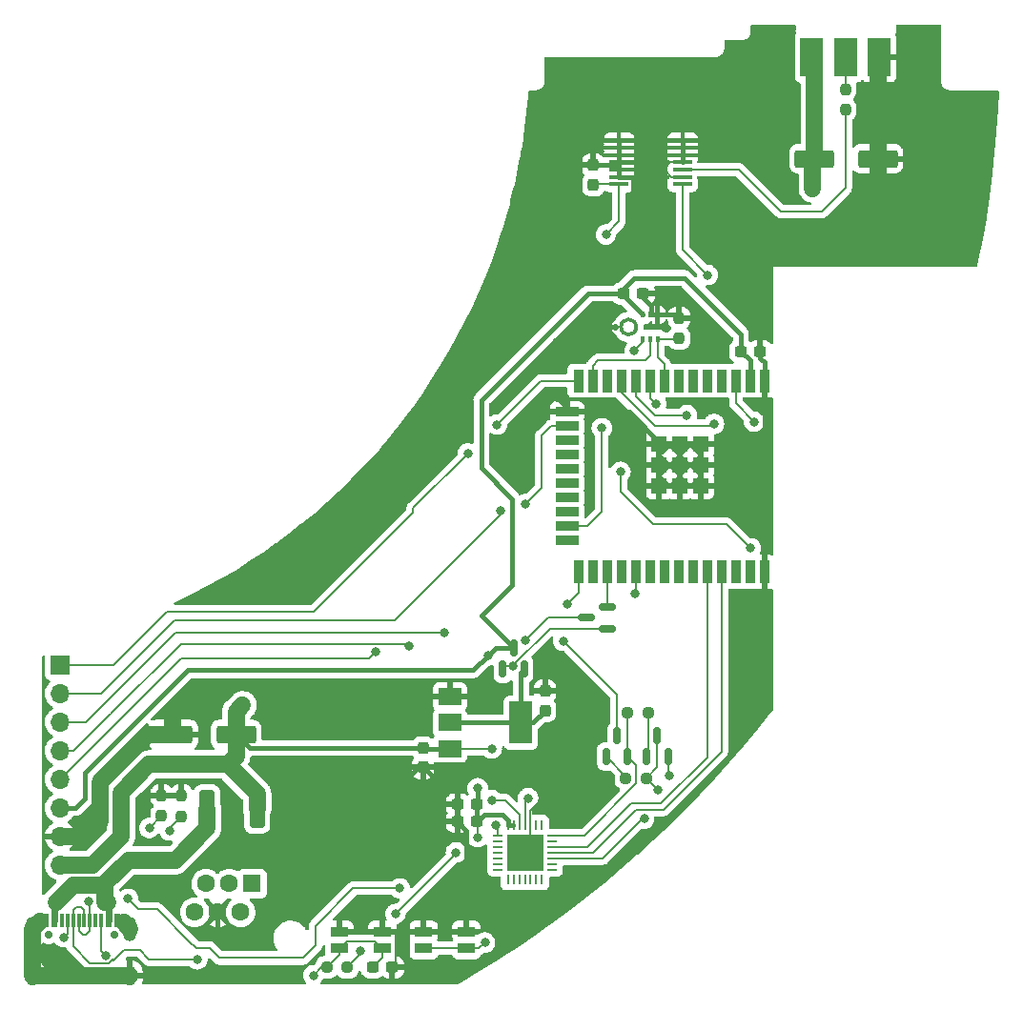
<source format=gbr>
%TF.GenerationSoftware,KiCad,Pcbnew,(6.0.0-0)*%
%TF.CreationDate,2022-03-13T18:25:22+01:00*%
%TF.ProjectId,GlowTube,476c6f77-5475-4626-952e-6b696361645f,rev?*%
%TF.SameCoordinates,Original*%
%TF.FileFunction,Copper,L1,Top*%
%TF.FilePolarity,Positive*%
%FSLAX46Y46*%
G04 Gerber Fmt 4.6, Leading zero omitted, Abs format (unit mm)*
G04 Created by KiCad (PCBNEW (6.0.0-0)) date 2022-03-13 18:25:22*
%MOMM*%
%LPD*%
G01*
G04 APERTURE LIST*
G04 Aperture macros list*
%AMRoundRect*
0 Rectangle with rounded corners*
0 $1 Rounding radius*
0 $2 $3 $4 $5 $6 $7 $8 $9 X,Y pos of 4 corners*
0 Add a 4 corners polygon primitive as box body*
4,1,4,$2,$3,$4,$5,$6,$7,$8,$9,$2,$3,0*
0 Add four circle primitives for the rounded corners*
1,1,$1+$1,$2,$3*
1,1,$1+$1,$4,$5*
1,1,$1+$1,$6,$7*
1,1,$1+$1,$8,$9*
0 Add four rect primitives between the rounded corners*
20,1,$1+$1,$2,$3,$4,$5,0*
20,1,$1+$1,$4,$5,$6,$7,0*
20,1,$1+$1,$6,$7,$8,$9,0*
20,1,$1+$1,$8,$9,$2,$3,0*%
G04 Aperture macros list end*
%TA.AperFunction,EtchedComponent*%
%ADD10C,0.300000*%
%TD*%
%TA.AperFunction,SMDPad,CuDef*%
%ADD11RoundRect,0.237500X-0.237500X0.250000X-0.237500X-0.250000X0.237500X-0.250000X0.237500X0.250000X0*%
%TD*%
%TA.AperFunction,SMDPad,CuDef*%
%ADD12R,2.000000X1.500000*%
%TD*%
%TA.AperFunction,SMDPad,CuDef*%
%ADD13R,2.000000X3.800000*%
%TD*%
%TA.AperFunction,ComponentPad*%
%ADD14R,1.600000X1.600000*%
%TD*%
%TA.AperFunction,ComponentPad*%
%ADD15C,1.600000*%
%TD*%
%TA.AperFunction,SMDPad,CuDef*%
%ADD16R,0.900000X2.000000*%
%TD*%
%TA.AperFunction,SMDPad,CuDef*%
%ADD17R,2.000000X0.900000*%
%TD*%
%TA.AperFunction,SMDPad,CuDef*%
%ADD18R,1.330000X1.330000*%
%TD*%
%TA.AperFunction,ComponentPad*%
%ADD19C,0.300000*%
%TD*%
%TA.AperFunction,SMDPad,CuDef*%
%ADD20RoundRect,0.237500X0.300000X0.237500X-0.300000X0.237500X-0.300000X-0.237500X0.300000X-0.237500X0*%
%TD*%
%TA.AperFunction,SMDPad,CuDef*%
%ADD21RoundRect,0.237500X0.250000X0.237500X-0.250000X0.237500X-0.250000X-0.237500X0.250000X-0.237500X0*%
%TD*%
%TA.AperFunction,SMDPad,CuDef*%
%ADD22RoundRect,0.237500X-0.250000X-0.237500X0.250000X-0.237500X0.250000X0.237500X-0.250000X0.237500X0*%
%TD*%
%TA.AperFunction,SMDPad,CuDef*%
%ADD23RoundRect,0.150000X0.150000X-0.587500X0.150000X0.587500X-0.150000X0.587500X-0.150000X-0.587500X0*%
%TD*%
%TA.AperFunction,SMDPad,CuDef*%
%ADD24RoundRect,0.237500X-0.300000X-0.237500X0.300000X-0.237500X0.300000X0.237500X-0.300000X0.237500X0*%
%TD*%
%TA.AperFunction,SMDPad,CuDef*%
%ADD25R,2.000000X3.500000*%
%TD*%
%TA.AperFunction,SMDPad,CuDef*%
%ADD26R,1.676400X0.355600*%
%TD*%
%TA.AperFunction,SMDPad,CuDef*%
%ADD27RoundRect,0.250000X-1.500000X-0.550000X1.500000X-0.550000X1.500000X0.550000X-1.500000X0.550000X0*%
%TD*%
%TA.AperFunction,SMDPad,CuDef*%
%ADD28R,0.400000X0.600000*%
%TD*%
%TA.AperFunction,SMDPad,CuDef*%
%ADD29RoundRect,0.040000X-0.210000X0.040000X-0.210000X-0.040000X0.210000X-0.040000X0.210000X0.040000X0*%
%TD*%
%TA.AperFunction,ComponentPad*%
%ADD30R,1.700000X1.700000*%
%TD*%
%TA.AperFunction,ComponentPad*%
%ADD31O,1.700000X1.700000*%
%TD*%
%TA.AperFunction,SMDPad,CuDef*%
%ADD32RoundRect,0.250000X-0.400000X-1.450000X0.400000X-1.450000X0.400000X1.450000X-0.400000X1.450000X0*%
%TD*%
%TA.AperFunction,SMDPad,CuDef*%
%ADD33RoundRect,0.237500X0.237500X-0.250000X0.237500X0.250000X-0.237500X0.250000X-0.237500X-0.250000X0*%
%TD*%
%TA.AperFunction,ComponentPad*%
%ADD34C,0.700000*%
%TD*%
%TA.AperFunction,SMDPad,CuDef*%
%ADD35R,0.600000X1.300000*%
%TD*%
%TA.AperFunction,SMDPad,CuDef*%
%ADD36R,0.300000X1.300000*%
%TD*%
%TA.AperFunction,ComponentPad*%
%ADD37O,1.200000X2.200000*%
%TD*%
%TA.AperFunction,ComponentPad*%
%ADD38O,1.200000X1.800000*%
%TD*%
%TA.AperFunction,SMDPad,CuDef*%
%ADD39R,0.250000X0.900000*%
%TD*%
%TA.AperFunction,SMDPad,CuDef*%
%ADD40R,0.900000X0.250000*%
%TD*%
%TA.AperFunction,SMDPad,CuDef*%
%ADD41R,3.250000X3.250000*%
%TD*%
%TA.AperFunction,SMDPad,CuDef*%
%ADD42RoundRect,0.237500X-0.237500X0.300000X-0.237500X-0.300000X0.237500X-0.300000X0.237500X0.300000X0*%
%TD*%
%TA.AperFunction,SMDPad,CuDef*%
%ADD43RoundRect,0.150000X0.587500X0.150000X-0.587500X0.150000X-0.587500X-0.150000X0.587500X-0.150000X0*%
%TD*%
%TA.AperFunction,SMDPad,CuDef*%
%ADD44RoundRect,0.250000X1.500000X0.550000X-1.500000X0.550000X-1.500000X-0.550000X1.500000X-0.550000X0*%
%TD*%
%TA.AperFunction,SMDPad,CuDef*%
%ADD45R,1.500000X0.900000*%
%TD*%
%TA.AperFunction,SMDPad,CuDef*%
%ADD46RoundRect,0.237500X0.237500X-0.300000X0.237500X0.300000X-0.237500X0.300000X-0.237500X-0.300000X0*%
%TD*%
%TA.AperFunction,ViaPad*%
%ADD47C,0.800000*%
%TD*%
%TA.AperFunction,Conductor*%
%ADD48C,0.400000*%
%TD*%
%TA.AperFunction,Conductor*%
%ADD49C,1.500000*%
%TD*%
%TA.AperFunction,Conductor*%
%ADD50C,0.160000*%
%TD*%
%TA.AperFunction,Conductor*%
%ADD51C,0.600000*%
%TD*%
%TA.AperFunction,Conductor*%
%ADD52C,0.200000*%
%TD*%
G04 APERTURE END LIST*
D10*
%TO.C,MK1*%
X140684200Y-105935844D02*
G75*
G03*
X140684200Y-105935844I-675000J0D01*
G01*
%TD*%
D11*
%TO.P,R2,1*%
%TO.N,GND*%
X98530000Y-147570000D03*
%TO.P,R2,2*%
%TO.N,USB-C CC1*%
X98530000Y-149395000D03*
%TD*%
D12*
%TO.P,U3,1,GND*%
%TO.N,GND*%
X124143487Y-138789244D03*
%TO.P,U3,2,Vout*%
%TO.N,Net-(C7-Pad2)*%
X124143487Y-141089244D03*
%TO.P,U3,3,Vin*%
%TO.N,+5V*%
X124143487Y-143389244D03*
D13*
%TO.P,U3,4,Vout*%
%TO.N,Net-(C7-Pad2)*%
X130443487Y-141089244D03*
%TD*%
D14*
%TO.P,RJ1,1,1*%
%TO.N,unconnected-(RJ1-Pad1)*%
X106580051Y-155400071D03*
D15*
%TO.P,RJ1,2,2*%
%TO.N,RECEIVER 5V*%
X105559985Y-157940076D03*
%TO.P,RJ1,3,3*%
%TO.N,LED1 DATA IN*%
X104539919Y-155400071D03*
%TO.P,RJ1,4,4*%
%TO.N,GND*%
X103520107Y-157940076D03*
%TO.P,RJ1,5,5*%
%TO.N,unconnected-(RJ1-Pad5)*%
X102500041Y-155400071D03*
%TO.P,RJ1,6,6*%
%TO.N,unconnected-(RJ1-Pad6)*%
X101479975Y-157940076D03*
%TD*%
D16*
%TO.P,U1,1,GND*%
%TO.N,GND*%
X152068900Y-110705200D03*
%TO.P,U1,2,3V3*%
%TO.N,+3V3*%
X150798900Y-110705200D03*
%TO.P,U1,3,EN*%
%TO.N,RESET*%
X149528900Y-110705200D03*
%TO.P,U1,4,SENSOR_VP*%
%TO.N,IO36{slash}A4{slash}SENSOR_VP*%
X148258900Y-110705200D03*
%TO.P,U1,5,SENSOR_VN*%
%TO.N,I39{slash}A3{slash}SENSOR_VN*%
X146988900Y-110705200D03*
%TO.P,U1,6,IO34*%
%TO.N,I34{slash}A2*%
X145718900Y-110705200D03*
%TO.P,U1,7,IO35*%
%TO.N,IO35*%
X144448900Y-110705200D03*
%TO.P,U1,8,IO32*%
%TO.N,IO32{slash}SD*%
X143178900Y-110705200D03*
%TO.P,U1,9,IO33*%
%TO.N,IO33{slash}TESTBUTTON*%
X141908900Y-110705200D03*
%TO.P,U1,10,IO25*%
%TO.N,IO25{slash}A1{slash}DAC1*%
X140638900Y-110705200D03*
%TO.P,U1,11,IO26*%
%TO.N,IO26{slash}A0{slash}DAC2*%
X139368900Y-110705200D03*
%TO.P,U1,12,IO27*%
%TO.N,IO27*%
X138098900Y-110705200D03*
%TO.P,U1,13,IO14*%
%TO.N,IO14{slash}SCK*%
X136828900Y-110705200D03*
%TO.P,U1,14,IO12*%
%TO.N,IO12*%
X135558900Y-110705200D03*
D17*
%TO.P,U1,15,GND*%
%TO.N,GND*%
X134558900Y-113490200D03*
%TO.P,U1,16,IO13*%
%TO.N,IO13*%
X134558900Y-114760200D03*
%TO.P,U1,17,NC*%
%TO.N,unconnected-(U1-Pad17)*%
X134558900Y-116030200D03*
%TO.P,U1,18,NC*%
%TO.N,unconnected-(U1-Pad18)*%
X134558900Y-117300200D03*
%TO.P,U1,19,NC*%
%TO.N,unconnected-(U1-Pad19)*%
X134558900Y-118570200D03*
%TO.P,U1,20,NC*%
%TO.N,unconnected-(U1-Pad20)*%
X134558900Y-119840200D03*
%TO.P,U1,21,NC*%
%TO.N,unconnected-(U1-Pad21)*%
X134558900Y-121110200D03*
%TO.P,U1,22,NC*%
%TO.N,unconnected-(U1-Pad22)*%
X134558900Y-122380200D03*
%TO.P,U1,23,IO15*%
%TO.N,IO15{slash}WS*%
X134558900Y-123650200D03*
%TO.P,U1,24,IO2*%
%TO.N,IO2*%
X134558900Y-124920200D03*
D16*
%TO.P,U1,25,IO0*%
%TO.N,IO0*%
X135558900Y-127705200D03*
%TO.P,U1,26,IO4*%
%TO.N,IO4{slash}A5*%
X136828900Y-127705200D03*
%TO.P,U1,27,IO16*%
%TO.N,IO16{slash}LED1*%
X138098900Y-127705200D03*
%TO.P,U1,28,IO17*%
%TO.N,IO17*%
X139368900Y-127705200D03*
%TO.P,U1,29,IO5*%
%TO.N,IO5*%
X140638900Y-127705200D03*
%TO.P,U1,30,IO18*%
%TO.N,IO18{slash}MOSI*%
X141908900Y-127705200D03*
%TO.P,U1,31,IO19*%
%TO.N,IO19{slash}MISO*%
X143178900Y-127705200D03*
%TO.P,U1,32,NC1*%
%TO.N,unconnected-(U1-Pad32)*%
X144448900Y-127705200D03*
%TO.P,U1,33,IO21*%
%TO.N,IO21*%
X145718900Y-127705200D03*
%TO.P,U1,34,RXD0*%
%TO.N,RXD0*%
X146988900Y-127705200D03*
%TO.P,U1,35,TXD0*%
%TO.N,TXD0*%
X148258900Y-127705200D03*
%TO.P,U1,36,IO22*%
%TO.N,IO22*%
X149528900Y-127705200D03*
%TO.P,U1,37,IO23*%
%TO.N,IO23*%
X150798900Y-127705200D03*
%TO.P,U1,38,GND*%
%TO.N,GND*%
X152068900Y-127705200D03*
D18*
%TO.P,U1,39_1,GND*%
X146403900Y-116370200D03*
%TO.P,U1,39_2,GND*%
X146403900Y-118205200D03*
%TO.P,U1,39_3,GND*%
X146403900Y-120040200D03*
%TO.P,U1,39_4,GND*%
X144568900Y-116370200D03*
%TO.P,U1,39_5,GND*%
X144568900Y-118205200D03*
%TO.P,U1,39_6,GND*%
X144568900Y-120040200D03*
%TO.P,U1,39_7,GND*%
X142733900Y-116370200D03*
%TO.P,U1,39_8,GND*%
X142733900Y-118205200D03*
%TO.P,U1,39_9,GND*%
X142733900Y-120040200D03*
D19*
%TO.P,U1,39_10,GND*%
X146403900Y-117287700D03*
%TO.P,U1,39_11,GND*%
X146403900Y-119122700D03*
%TO.P,U1,39_12,GND*%
X145486400Y-116370200D03*
%TO.P,U1,39_13,GND*%
X145486400Y-118205200D03*
%TO.P,U1,39_14,GND*%
X145486400Y-120040200D03*
%TO.P,U1,39_15,GND*%
X144568900Y-117287700D03*
%TO.P,U1,39_16,GND*%
X144568900Y-119122700D03*
%TO.P,U1,39_17,GND*%
X143651400Y-116370200D03*
%TO.P,U1,39_18,GND*%
X143651400Y-118205200D03*
%TO.P,U1,39_19,GND*%
X143651400Y-120040200D03*
%TO.P,U1,39_20,GND*%
X142733900Y-117287700D03*
%TO.P,U1,39_21,GND*%
X142733900Y-119122700D03*
%TD*%
D20*
%TO.P,C6,1*%
%TO.N,+3V3*%
X126560000Y-148360000D03*
%TO.P,C6,2*%
%TO.N,GND*%
X124835000Y-148360000D03*
%TD*%
D21*
%TO.P,R4,1*%
%TO.N,RTS*%
X141590100Y-146015800D03*
%TO.P,R4,2*%
%TO.N,Net-(Q1-Pad1)*%
X139765100Y-146015800D03*
%TD*%
D20*
%TO.P,C10,1*%
%TO.N,GND*%
X119018900Y-162823200D03*
%TO.P,C10,2*%
%TO.N,RESET*%
X117293900Y-162823200D03*
%TD*%
D22*
%TO.P,R7,1*%
%TO.N,RESET*%
X113204200Y-162823200D03*
%TO.P,R7,2*%
%TO.N,+3V3*%
X115029200Y-162823200D03*
%TD*%
D23*
%TO.P,Q2,1*%
%TO.N,Net-(Q2-Pad1)*%
X141607200Y-144083100D03*
%TO.P,Q2,2*%
%TO.N,RESET*%
X143507200Y-144083100D03*
%TO.P,Q2,3*%
%TO.N,RTS*%
X142557200Y-142208100D03*
%TD*%
D24*
%TO.P,C4,1*%
%TO.N,GND*%
X124835000Y-149884000D03*
%TO.P,C4,2*%
%TO.N,+3V3*%
X126560000Y-149884000D03*
%TD*%
%TO.P,C5,1*%
%TO.N,+3V3*%
X149985000Y-108080000D03*
%TO.P,C5,2*%
%TO.N,GND*%
X151710000Y-108080000D03*
%TD*%
D25*
%TO.P,LED1,1,5V*%
%TO.N,+5V*%
X156283000Y-81939000D03*
%TO.P,LED1,2,Data*%
%TO.N,LED1 DATA OUT*%
X159288100Y-81939000D03*
%TO.P,LED1,3,GND*%
%TO.N,GND*%
X162247200Y-81939000D03*
%TD*%
D26*
%TO.P,U2,1,1A*%
%TO.N,LED1 DATA IN*%
X144809400Y-93260001D03*
%TO.P,U2,2,1B*%
%TO.N,GND*%
X144809400Y-92610000D03*
%TO.P,U2,3,1Y*%
%TO.N,Net-(R1-Pad1)*%
X144809400Y-91959999D03*
%TO.P,U2,4,2A*%
%TO.N,GND*%
X144809400Y-91310000D03*
%TO.P,U2,5,2B*%
X144809400Y-90660001D03*
%TO.P,U2,6,2Y*%
X144809400Y-90010000D03*
%TO.P,U2,7,GND*%
X144809400Y-89360001D03*
%TO.P,U2,8,3Y*%
X139170600Y-89359999D03*
%TO.P,U2,9,3A*%
X139170600Y-90010000D03*
%TO.P,U2,10,3B*%
X139170600Y-90659999D03*
%TO.P,U2,11,4Y*%
X139170600Y-91310000D03*
%TO.P,U2,12,4A*%
X139170600Y-91959999D03*
%TO.P,U2,13,4B*%
X139170600Y-92610000D03*
%TO.P,U2,14,VCC*%
%TO.N,+5V*%
X139170600Y-93259999D03*
%TD*%
D27*
%TO.P,C9,1*%
%TO.N,+5V*%
X156540000Y-90990000D03*
%TO.P,C9,2*%
%TO.N,GND*%
X162140000Y-90990000D03*
%TD*%
D28*
%TO.P,MK1,1,LR*%
%TO.N,GND*%
X142584200Y-104860844D03*
%TO.P,MK1,2,CONFIG*%
X141934200Y-104860844D03*
%TO.P,MK1,3,VDD*%
%TO.N,+3V3*%
X141284200Y-104860844D03*
D29*
%TO.P,MK1,4,GND*%
%TO.N,GND*%
X139207400Y-105935844D03*
D28*
%TO.P,MK1,5,WS*%
%TO.N,IO15{slash}WS*%
X141284200Y-107010844D03*
%TO.P,MK1,6,SCK*%
%TO.N,IO14{slash}SCK*%
X141934200Y-107010844D03*
%TO.P,MK1,7,SD*%
%TO.N,IO32{slash}SD*%
X142584200Y-107010844D03*
%TD*%
D23*
%TO.P,Q1,1*%
%TO.N,Net-(Q1-Pad1)*%
X138000400Y-144108500D03*
%TO.P,Q1,2*%
%TO.N,DTR*%
X139900400Y-144108500D03*
%TO.P,Q1,3*%
%TO.N,IO0*%
X138950400Y-142233500D03*
%TD*%
D30*
%TO.P,J1,1,Pin_1*%
%TO.N,IO12*%
X89540000Y-135960000D03*
D31*
%TO.P,J1,2,Pin_2*%
%TO.N,IO13*%
X89540000Y-138500000D03*
%TO.P,J1,3,Pin_3*%
%TO.N,IO5*%
X89540000Y-141040000D03*
%TO.P,J1,4,Pin_4*%
%TO.N,IO25{slash}A1{slash}DAC1*%
X89540000Y-143580000D03*
%TO.P,J1,5,Pin_5*%
%TO.N,IO26{slash}A0{slash}DAC2*%
X89540000Y-146120000D03*
%TO.P,J1,6,Pin_6*%
%TO.N,+3V3*%
X89540000Y-148660000D03*
%TO.P,J1,7,Pin_7*%
%TO.N,GND*%
X89540000Y-151200000D03*
%TO.P,J1,8,Pin_8*%
%TO.N,+5V*%
X89540000Y-153740000D03*
%TD*%
D23*
%TO.P,Q4,1,G*%
%TO.N,RECEIVER 5V*%
X128840000Y-136337500D03*
%TO.P,Q4,2,S*%
%TO.N,Net-(C7-Pad2)*%
X130740000Y-136337500D03*
%TO.P,Q4,3,D*%
%TO.N,+3V3*%
X129790000Y-134462500D03*
%TD*%
D11*
%TO.P,R3,1*%
%TO.N,GND*%
X100320000Y-147577500D03*
%TO.P,R3,2*%
%TO.N,USB-C CC2*%
X100320000Y-149402500D03*
%TD*%
D32*
%TO.P,F1,1*%
%TO.N,Net-(F1-Pad1)*%
X102575000Y-148770000D03*
%TO.P,F1,2*%
%TO.N,+5V*%
X107025000Y-148770000D03*
%TD*%
D33*
%TO.P,R6,1*%
%TO.N,IO32{slash}SD*%
X144487887Y-106948344D03*
%TO.P,R6,2*%
%TO.N,GND*%
X144487887Y-105123344D03*
%TD*%
D34*
%TO.P,USB1,*%
%TO.N,*%
X88540000Y-159907500D03*
X94320000Y-159907500D03*
D35*
%TO.P,USB1,A1B12,GND*%
%TO.N,GND*%
X88230000Y-158667500D03*
%TO.P,USB1,A4B9,VBUS*%
%TO.N,Net-(F1-Pad1)*%
X89030000Y-158667500D03*
D36*
%TO.P,USB1,A5,CC1*%
%TO.N,USB-C CC1*%
X90180000Y-158667500D03*
%TO.P,USB1,A6,DP1*%
%TO.N,USB-C DATA+*%
X91180000Y-158667500D03*
%TO.P,USB1,A7,DN1*%
%TO.N,USB-C DATA-*%
X91680000Y-158667500D03*
%TO.P,USB1,A8,SBU1*%
%TO.N,unconnected-(USB1-PadA8)*%
X92680000Y-158667500D03*
D35*
%TO.P,USB1,B1A12,GND*%
%TO.N,GND*%
X94630000Y-158667500D03*
%TO.P,USB1,B4A9,VBUS*%
%TO.N,Net-(F1-Pad1)*%
X93830000Y-158667500D03*
D36*
%TO.P,USB1,B5,CC2*%
%TO.N,USB-C CC2*%
X93180000Y-158667500D03*
%TO.P,USB1,B6,DP2*%
%TO.N,USB-C DATA+*%
X92180000Y-158667500D03*
%TO.P,USB1,B7,DN2*%
%TO.N,USB-C DATA-*%
X90680000Y-158667500D03*
%TO.P,USB1,B8,SBU2*%
%TO.N,unconnected-(USB1-PadB8)*%
X89680000Y-158667500D03*
D37*
%TO.P,USB1,SHELL,SHELL*%
%TO.N,GND*%
X87110000Y-159407500D03*
D38*
X95750000Y-163587500D03*
X87110000Y-163587500D03*
D37*
X95750000Y-159407500D03*
%TD*%
D39*
%TO.P,U4,1,DCD*%
%TO.N,unconnected-(U4-Pad1)*%
X132310013Y-150239987D03*
%TO.P,U4,2,RI*%
%TO.N,unconnected-(U4-Pad2)*%
X131810013Y-150239987D03*
%TO.P,U4,3,GND*%
%TO.N,GND*%
X131310013Y-150239987D03*
%TO.P,U4,4,D+*%
%TO.N,USB-C DATA+*%
X130810013Y-150239987D03*
%TO.P,U4,5,D-*%
%TO.N,USB-C DATA-*%
X130310014Y-150239987D03*
%TO.P,U4,6,VDD*%
%TO.N,+3V3*%
X129810014Y-150239987D03*
%TO.P,U4,7,REGIN*%
X129310014Y-150239987D03*
D40*
%TO.P,U4,8,VBUS*%
%TO.N,+5V*%
X128410000Y-151140001D03*
%TO.P,U4,9,~{RST}*%
%TO.N,unconnected-(U4-Pad9)*%
X128410000Y-151640001D03*
%TO.P,U4,10,NC*%
%TO.N,unconnected-(U4-Pad10)*%
X128410000Y-152140001D03*
%TO.P,U4,11,~{SUSPEND}*%
%TO.N,unconnected-(U4-Pad11)*%
X128410000Y-152640001D03*
%TO.P,U4,12,SUSPEND*%
%TO.N,unconnected-(U4-Pad12)*%
X128410000Y-153140000D03*
%TO.P,U4,13,NC*%
%TO.N,unconnected-(U4-Pad13)*%
X128410000Y-153640000D03*
%TO.P,U4,14,NC*%
%TO.N,unconnected-(U4-Pad14)*%
X128410000Y-154140000D03*
D39*
%TO.P,U4,15,NC*%
%TO.N,unconnected-(U4-Pad15)*%
X129310014Y-155040014D03*
%TO.P,U4,16,NC*%
%TO.N,unconnected-(U4-Pad16)*%
X129810014Y-155040014D03*
%TO.P,U4,17,NC*%
%TO.N,unconnected-(U4-Pad17)*%
X130310014Y-155040014D03*
%TO.P,U4,18,NC*%
%TO.N,unconnected-(U4-Pad18)*%
X130810013Y-155040014D03*
%TO.P,U4,19,NC*%
%TO.N,unconnected-(U4-Pad19)*%
X131310013Y-155040014D03*
%TO.P,U4,20,NC*%
%TO.N,unconnected-(U4-Pad20)*%
X131810013Y-155040014D03*
%TO.P,U4,21,NC*%
%TO.N,unconnected-(U4-Pad21)*%
X132310013Y-155040014D03*
D40*
%TO.P,U4,22,NC*%
%TO.N,unconnected-(U4-Pad22)*%
X133210027Y-154140000D03*
%TO.P,U4,23,CTS*%
%TO.N,unconnected-(U4-Pad23)*%
X133210027Y-153640000D03*
%TO.P,U4,24,RTS*%
%TO.N,RTS*%
X133210027Y-153140000D03*
%TO.P,U4,25,RXD*%
%TO.N,TXD0*%
X133210027Y-152640001D03*
%TO.P,U4,26,TXD*%
%TO.N,RXD0*%
X133210027Y-152140001D03*
%TO.P,U4,27,DSR*%
%TO.N,unconnected-(U4-Pad27)*%
X133210027Y-151640001D03*
%TO.P,U4,28,DTR*%
%TO.N,DTR*%
X133210027Y-151140001D03*
D41*
%TO.P,U4,29,GND_PAD*%
%TO.N,GND*%
X130810014Y-152640000D03*
%TD*%
D42*
%TO.P,C7,1*%
%TO.N,GND*%
X132595087Y-138295944D03*
%TO.P,C7,2*%
%TO.N,Net-(C7-Pad2)*%
X132595087Y-140020944D03*
%TD*%
D22*
%TO.P,R5,1*%
%TO.N,DTR*%
X139917500Y-140250000D03*
%TO.P,R5,2*%
%TO.N,Net-(Q2-Pad1)*%
X141742500Y-140250000D03*
%TD*%
D43*
%TO.P,Q3,1,G*%
%TO.N,RECEIVER 5V*%
X138117500Y-132720000D03*
%TO.P,Q3,2,S*%
%TO.N,IO16{slash}LED1*%
X138117500Y-130820000D03*
%TO.P,Q3,3,D*%
%TO.N,LED1 DATA IN*%
X136242500Y-131770000D03*
%TD*%
D44*
%TO.P,C1,1*%
%TO.N,+5V*%
X105160000Y-142150000D03*
%TO.P,C1,2*%
%TO.N,GND*%
X99560000Y-142150000D03*
%TD*%
D45*
%TO.P,SW1,1,1*%
%TO.N,GND*%
X121820000Y-159660000D03*
X125620000Y-159660000D03*
%TO.P,SW1,2,2*%
%TO.N,IO33{slash}TESTBUTTON*%
X121820000Y-161160000D03*
X125620000Y-161160000D03*
%TD*%
%TO.P,SW2,1,1*%
%TO.N,GND*%
X118140000Y-159660000D03*
X114340000Y-159660000D03*
%TO.P,SW2,2,2*%
%TO.N,RESET*%
X114340000Y-161160000D03*
X118140000Y-161160000D03*
%TD*%
D33*
%TO.P,R1,1*%
%TO.N,Net-(R1-Pad1)*%
X159260000Y-86622500D03*
%TO.P,R1,2*%
%TO.N,LED1 DATA OUT*%
X159260000Y-84797500D03*
%TD*%
D20*
%TO.P,C8,1*%
%TO.N,GND*%
X141290387Y-102965844D03*
%TO.P,C8,2*%
%TO.N,+3V3*%
X139565387Y-102965844D03*
%TD*%
D46*
%TO.P,C2,1*%
%TO.N,+5V*%
X136872100Y-93290100D03*
%TO.P,C2,2*%
%TO.N,GND*%
X136872100Y-91565100D03*
%TD*%
%TO.P,C3,1*%
%TO.N,GND*%
X121750000Y-145072500D03*
%TO.P,C3,2*%
%TO.N,+5V*%
X121750000Y-143347500D03*
%TD*%
D47*
%TO.N,+5V*%
X128220000Y-150160000D03*
X156370000Y-93620000D03*
X105740000Y-139550000D03*
X127860000Y-143400000D03*
X138010000Y-97720000D03*
%TO.N,GND*%
X147850000Y-99620000D03*
X100880000Y-140050000D03*
X97040000Y-147840000D03*
X150940000Y-95570000D03*
X142920000Y-102860000D03*
X133680000Y-107260000D03*
X162150000Y-93630000D03*
X133680000Y-112210000D03*
X139140000Y-99620000D03*
%TO.N,+3V3*%
X126610000Y-151280000D03*
X126610000Y-146910000D03*
X119310000Y-158080000D03*
X124680000Y-152630000D03*
X116180000Y-161400000D03*
X127510000Y-135140000D03*
%TO.N,RESET*%
X112010000Y-163540000D03*
X143620000Y-145800000D03*
X151160000Y-114350000D03*
%TO.N,IO25{slash}A1{slash}DAC1*%
X145190000Y-113770000D03*
X120530000Y-134300000D03*
%TO.N,IO26{slash}A0{slash}DAC2*%
X117570000Y-134770000D03*
X147600000Y-114540000D03*
%TO.N,IO12*%
X125740000Y-117170000D03*
X128340000Y-114600000D03*
%TO.N,IO13*%
X128660000Y-122220000D03*
X130820000Y-121670000D03*
%TO.N,IO15{slash}WS*%
X140530000Y-108040000D03*
X137640000Y-114930000D03*
%TO.N,IO0*%
X134530000Y-130550000D03*
X134210000Y-133820000D03*
%TO.N,IO5*%
X140590000Y-129660000D03*
X123620000Y-133090000D03*
%TO.N,USB-C CC1*%
X89860000Y-160150000D03*
X97460000Y-150450000D03*
%TO.N,USB-C DATA+*%
X131090000Y-147790000D03*
X119710000Y-155810000D03*
X92070000Y-156940000D03*
X95580000Y-156760000D03*
%TO.N,USB-C DATA-*%
X101710000Y-162120000D03*
X127840000Y-147970000D03*
%TO.N,USB-C CC2*%
X93600000Y-161769500D03*
X99250000Y-150680000D03*
%TO.N,IO33{slash}TESTBUTTON*%
X139290000Y-118800000D03*
X142450000Y-112800000D03*
X127260000Y-160630000D03*
X150860000Y-125590000D03*
%TO.N,RTS*%
X142650000Y-147110000D03*
X141390000Y-149640000D03*
%TO.N,RECEIVER 5V*%
X129730000Y-136030000D03*
%TO.N,LED1 DATA IN*%
X130870000Y-133790000D03*
X147040000Y-101320000D03*
%TD*%
D48*
%TO.N,+5V*%
X124143487Y-143389244D02*
X121791744Y-143389244D01*
D49*
X89540000Y-153740000D02*
X92390000Y-153740000D01*
D48*
X106357500Y-143347500D02*
X105160000Y-142150000D01*
X121791744Y-143389244D02*
X121750000Y-143347500D01*
D49*
X107025000Y-147405000D02*
X104430000Y-144810000D01*
D48*
X121750000Y-143347500D02*
X106357500Y-143347500D01*
D50*
X139170600Y-93259999D02*
X139170600Y-96559400D01*
D49*
X94950000Y-151180000D02*
X94950000Y-147300000D01*
D50*
X128410000Y-150350000D02*
X128220000Y-150160000D01*
X127860000Y-143400000D02*
X125240000Y-143400000D01*
D49*
X105160000Y-144080000D02*
X105160000Y-142150000D01*
X92390000Y-153740000D02*
X94950000Y-151180000D01*
X107025000Y-148770000D02*
X107025000Y-147405000D01*
X105160000Y-140130000D02*
X105740000Y-139550000D01*
D50*
X136872100Y-93290100D02*
X136902201Y-93259999D01*
D49*
X105160000Y-142150000D02*
X105160000Y-140130000D01*
D50*
X136902201Y-93259999D02*
X139170600Y-93259999D01*
D49*
X156540000Y-82196000D02*
X156283000Y-81939000D01*
X156370000Y-93620000D02*
X156370000Y-91160000D01*
X156370000Y-91160000D02*
X156540000Y-90990000D01*
X156540000Y-90990000D02*
X156540000Y-82196000D01*
D50*
X128410000Y-151140001D02*
X128410000Y-150350000D01*
D49*
X94950000Y-147300000D02*
X97440000Y-144810000D01*
D50*
X125229244Y-143389244D02*
X124143487Y-143389244D01*
D49*
X104430000Y-144810000D02*
X105160000Y-144080000D01*
D50*
X139170600Y-96559400D02*
X138010000Y-97720000D01*
X125240000Y-143400000D02*
X125229244Y-143389244D01*
D49*
X97440000Y-144810000D02*
X104430000Y-144810000D01*
D48*
%TO.N,GND*%
X140408311Y-98351689D02*
X139140000Y-99620000D01*
X142733900Y-116173900D02*
X140050200Y-113490200D01*
D51*
X138770000Y-105930000D02*
X138780000Y-105940000D01*
D48*
X144568900Y-118205200D02*
X142733900Y-118205200D01*
D49*
X95750000Y-159390000D02*
X95180000Y-158820000D01*
D48*
X144568900Y-120040200D02*
X143651400Y-120040200D01*
X103550000Y-137380000D02*
X100880000Y-140050000D01*
X152068900Y-109088900D02*
X152068900Y-110705200D01*
D50*
X143720000Y-91310000D02*
X144809400Y-91310000D01*
D48*
X124835000Y-147085000D02*
X124835000Y-148360000D01*
D49*
X93080000Y-149870000D02*
X93080000Y-146400000D01*
D48*
X142733900Y-119122700D02*
X142733900Y-118205200D01*
D49*
X97330000Y-142150000D02*
X99560000Y-142150000D01*
D48*
X146403900Y-116370200D02*
X150697600Y-116370200D01*
X134558900Y-113490200D02*
X134300200Y-113490200D01*
X108609244Y-138789244D02*
X107200000Y-137380000D01*
X144568900Y-119122700D02*
X144568900Y-118205200D01*
D50*
X143710000Y-91300000D02*
X143720000Y-91310000D01*
D48*
X136872100Y-91565100D02*
X138915500Y-91565100D01*
D49*
X89540000Y-151200000D02*
X91750000Y-151200000D01*
D48*
X123727500Y-147050000D02*
X124800000Y-147050000D01*
D49*
X162140000Y-93620000D02*
X162150000Y-93630000D01*
D48*
X139170600Y-92610000D02*
X140335623Y-92610000D01*
X141934200Y-104860844D02*
X142584200Y-104860844D01*
X151710000Y-108080000D02*
X151710000Y-108730000D01*
D49*
X95750000Y-159407500D02*
X95750000Y-159390000D01*
D48*
X144809398Y-89359999D02*
X144809400Y-89360001D01*
X141290387Y-103270387D02*
X142060000Y-104040000D01*
D49*
X162140000Y-90990000D02*
X162140000Y-82046200D01*
D50*
X132720000Y-147530000D02*
X134370000Y-145880000D01*
D49*
X100880000Y-140050000D02*
X99830000Y-140050000D01*
D50*
X98537500Y-147577500D02*
X98530000Y-147570000D01*
D48*
X146403900Y-116370200D02*
X146403900Y-117287700D01*
D50*
X143260000Y-92060000D02*
X143260000Y-91750000D01*
D48*
X134558900Y-113490200D02*
X134558900Y-113088900D01*
X142733900Y-120040200D02*
X142733900Y-119122700D01*
X145486400Y-120040200D02*
X144568900Y-120040200D01*
D50*
X134370000Y-138790000D02*
X133875944Y-138295944D01*
X144809400Y-92610000D02*
X143810000Y-92610000D01*
D48*
X146403900Y-119122700D02*
X146403900Y-120040200D01*
X146403900Y-118205200D02*
X146403900Y-119122700D01*
X124835000Y-149884000D02*
X125620000Y-150669000D01*
X140050200Y-113490200D02*
X134558900Y-113490200D01*
D49*
X162140000Y-90990000D02*
X162140000Y-93620000D01*
D48*
X142060000Y-104735044D02*
X141934200Y-104860844D01*
X142733900Y-118205200D02*
X142733900Y-116370200D01*
X138915500Y-91565100D02*
X139170600Y-91310000D01*
X144225387Y-104860844D02*
X144487887Y-105123344D01*
D49*
X93080000Y-146400000D02*
X97330000Y-142150000D01*
D48*
X146403900Y-120040200D02*
X145486400Y-120040200D01*
X124150000Y-147050000D02*
X125550000Y-145650000D01*
D50*
X143260000Y-91750000D02*
X143710000Y-91300000D01*
D49*
X91750000Y-151200000D02*
X93080000Y-149870000D01*
D48*
X121367500Y-145072500D02*
X106660000Y-159780000D01*
X141290387Y-102965844D02*
X141290387Y-103270387D01*
D50*
X119018900Y-162823200D02*
X119330000Y-162512100D01*
D48*
X124800000Y-147050000D02*
X124835000Y-147085000D01*
D50*
X125620000Y-159660000D02*
X121820000Y-159660000D01*
X143810000Y-92610000D02*
X143260000Y-92060000D01*
X98530000Y-147570000D02*
X97310000Y-147570000D01*
D49*
X87110000Y-163587500D02*
X95750000Y-163587500D01*
D50*
X134370000Y-145880000D02*
X134370000Y-138790000D01*
D48*
X134558900Y-113088900D02*
X133680000Y-112210000D01*
X140408311Y-92682688D02*
X140408311Y-98351689D01*
X144568900Y-118205200D02*
X144568900Y-116370200D01*
D50*
X119330000Y-159660000D02*
X118140000Y-159660000D01*
D48*
X145486400Y-118205200D02*
X144568900Y-118205200D01*
X123727500Y-147050000D02*
X124150000Y-147050000D01*
D50*
X133875944Y-138295944D02*
X132595087Y-138295944D01*
D49*
X87110000Y-159400704D02*
X87775352Y-158735352D01*
X162140000Y-82046200D02*
X162247200Y-81939000D01*
D48*
X139170600Y-89359999D02*
X144809398Y-89359999D01*
X146403900Y-118205200D02*
X145486400Y-118205200D01*
D50*
X114340000Y-159660000D02*
X118140000Y-159660000D01*
D49*
X87110000Y-159407500D02*
X87110000Y-159400704D01*
D50*
X121820000Y-159660000D02*
X119330000Y-159660000D01*
D48*
X140335623Y-92610000D02*
X140408311Y-92682688D01*
X144809400Y-89360001D02*
X144809400Y-91310000D01*
X143651400Y-120040200D02*
X142733900Y-120040200D01*
X130840000Y-145650000D02*
X132720000Y-147530000D01*
X152068900Y-114998900D02*
X152068900Y-127705200D01*
X106660000Y-159780000D02*
X103890000Y-159780000D01*
X135010000Y-105930000D02*
X133680000Y-107260000D01*
X151710000Y-108730000D02*
X152068900Y-109088900D01*
X124143487Y-138789244D02*
X108609244Y-138789244D01*
X103890000Y-159780000D02*
X103520107Y-159410107D01*
D50*
X131310013Y-148939987D02*
X132720000Y-147530000D01*
X131310013Y-150239987D02*
X131310013Y-148939987D01*
D48*
X152068900Y-110705200D02*
X152068900Y-114998900D01*
D49*
X150940000Y-95570000D02*
X150940000Y-97610000D01*
D48*
X121750000Y-145072500D02*
X123727500Y-147050000D01*
X146403900Y-117287700D02*
X146403900Y-118205200D01*
D49*
X150940000Y-97610000D02*
X148930000Y-99620000D01*
D48*
X142733900Y-116370200D02*
X146403900Y-116370200D01*
D50*
X97310000Y-147570000D02*
X97040000Y-147840000D01*
X100320000Y-147577500D02*
X98537500Y-147577500D01*
D48*
X142060000Y-104040000D02*
X142060000Y-104735044D01*
D49*
X87110000Y-159407500D02*
X87110000Y-163587500D01*
D48*
X103520107Y-159410107D02*
X103520107Y-157940076D01*
X142733900Y-116370200D02*
X142733900Y-116173900D01*
X107200000Y-137380000D02*
X103550000Y-137380000D01*
D50*
X119330000Y-162512100D02*
X119330000Y-159660000D01*
D48*
X125550000Y-145650000D02*
X130840000Y-145650000D01*
X141290387Y-102965844D02*
X142814156Y-102965844D01*
D49*
X99560000Y-140320000D02*
X99560000Y-142150000D01*
D48*
X124835000Y-148360000D02*
X124835000Y-149884000D01*
X125620000Y-150669000D02*
X125620000Y-159660000D01*
D50*
X131310013Y-152140001D02*
X131310013Y-150239987D01*
D48*
X142584200Y-104860844D02*
X144225387Y-104860844D01*
X150697600Y-116370200D02*
X152068900Y-114998900D01*
X139170600Y-89359999D02*
X139170600Y-92610000D01*
X121750000Y-145072500D02*
X121367500Y-145072500D01*
D50*
X130810014Y-152640000D02*
X131310013Y-152140001D01*
D48*
X138770000Y-105930000D02*
X135010000Y-105930000D01*
X142814156Y-102965844D02*
X142920000Y-102860000D01*
X144568900Y-120040200D02*
X144568900Y-119122700D01*
D49*
X148930000Y-99620000D02*
X147850000Y-99620000D01*
X99830000Y-140050000D02*
X99560000Y-140320000D01*
D50*
%TO.N,+3V3*%
X119310000Y-158080000D02*
X124680000Y-152710000D01*
D48*
X128800000Y-149270000D02*
X129310014Y-149780014D01*
X126220000Y-136430000D02*
X127510000Y-135140000D01*
X128187500Y-134462500D02*
X127510000Y-135140000D01*
D50*
X124680000Y-152710000D02*
X124680000Y-152630000D01*
D48*
X149985000Y-106565000D02*
X149985000Y-108080000D01*
X91760000Y-145550000D02*
X100880000Y-136430000D01*
D50*
X116180000Y-161672400D02*
X116180000Y-161400000D01*
D48*
X136394156Y-102965844D02*
X139565387Y-102965844D01*
X129790000Y-134462500D02*
X128187500Y-134462500D01*
X139565387Y-103142031D02*
X141284200Y-104860844D01*
X149985000Y-108080000D02*
X150798900Y-108893900D01*
X129310014Y-149780014D02*
X129310014Y-150239987D01*
X129790000Y-134462500D02*
X126940000Y-131612500D01*
X91760000Y-147820000D02*
X91760000Y-145550000D01*
X100880000Y-136430000D02*
X126220000Y-136430000D01*
X129310014Y-150239987D02*
X129785503Y-150239987D01*
X126940000Y-118490000D02*
X126940000Y-112420000D01*
D50*
X126610000Y-149934000D02*
X126560000Y-149884000D01*
D48*
X126940000Y-112420000D02*
X136394156Y-102965844D01*
X126610000Y-148310000D02*
X126560000Y-148360000D01*
X126610000Y-146910000D02*
X126610000Y-148310000D01*
D50*
X115029200Y-162823200D02*
X116180000Y-161672400D01*
D48*
X129690000Y-121240000D02*
X126940000Y-118490000D01*
X126940000Y-131612500D02*
X129690000Y-128862500D01*
X145010000Y-101590000D02*
X149985000Y-106565000D01*
D50*
X126610000Y-151280000D02*
X126610000Y-149934000D01*
D48*
X139565387Y-102965844D02*
X139565387Y-102544613D01*
X90920000Y-148660000D02*
X91760000Y-147820000D01*
X139565387Y-102544613D02*
X140520000Y-101590000D01*
X140520000Y-101590000D02*
X145010000Y-101590000D01*
X139565387Y-102965844D02*
X139565387Y-103142031D01*
X127174000Y-149270000D02*
X128800000Y-149270000D01*
X129690000Y-128862500D02*
X129690000Y-121240000D01*
X126560000Y-148360000D02*
X126560000Y-149884000D01*
X89540000Y-148660000D02*
X90920000Y-148660000D01*
X126560000Y-149884000D02*
X127174000Y-149270000D01*
X150798900Y-108893900D02*
X150798900Y-110705200D01*
D50*
%TO.N,RESET*%
X113204200Y-162823200D02*
X112726800Y-162823200D01*
X118140000Y-161977100D02*
X118140000Y-161160000D01*
X117293900Y-162823200D02*
X118140000Y-161977100D01*
X114340000Y-161687400D02*
X113204200Y-162823200D01*
X112726800Y-162823200D02*
X112010000Y-163540000D01*
X115000000Y-160500000D02*
X117480000Y-160500000D01*
X151160000Y-114350000D02*
X149528900Y-112718900D01*
X143620000Y-145800000D02*
X143507200Y-145687200D01*
X114340000Y-161160000D02*
X115000000Y-160500000D01*
X117480000Y-160500000D02*
X118140000Y-161160000D01*
X114340000Y-161160000D02*
X114340000Y-161687400D01*
X143507200Y-145687200D02*
X143507200Y-144083100D01*
X149528900Y-112718900D02*
X149528900Y-110705200D01*
%TO.N,IO32{slash}SD*%
X142584200Y-107010844D02*
X142584200Y-108644200D01*
X142584200Y-108644200D02*
X143178900Y-109238900D01*
X143178900Y-109238900D02*
X143178900Y-110705200D01*
X144425387Y-107010844D02*
X144487887Y-106948344D01*
X142584200Y-107010844D02*
X144425387Y-107010844D01*
D48*
%TO.N,Net-(C7-Pad2)*%
X130443487Y-136634013D02*
X130740000Y-136337500D01*
X130443487Y-141089244D02*
X131526787Y-141089244D01*
X130443487Y-141089244D02*
X130443487Y-136634013D01*
X124143487Y-141089244D02*
X130443487Y-141089244D01*
X131526787Y-141089244D02*
X132595087Y-140020944D01*
D50*
%TO.N,IO25{slash}A1{slash}DAC1*%
X145190000Y-113770000D02*
X142340000Y-113770000D01*
X120310000Y-134080000D02*
X120530000Y-134300000D01*
X100250000Y-134080000D02*
X109580000Y-134080000D01*
X90750000Y-143580000D02*
X94050000Y-140280000D01*
X140638900Y-112068900D02*
X140638900Y-110705200D01*
X142340000Y-113770000D02*
X140638900Y-112068900D01*
X94050000Y-140280000D02*
X100250000Y-134080000D01*
X109580000Y-134080000D02*
X120310000Y-134080000D01*
X89540000Y-143580000D02*
X90750000Y-143580000D01*
%TO.N,IO26{slash}A0{slash}DAC2*%
X139368900Y-111788900D02*
X139368900Y-110705200D01*
X89540000Y-146120000D02*
X100280000Y-135380000D01*
X100280000Y-135380000D02*
X101090000Y-135380000D01*
X142340000Y-114760000D02*
X139368900Y-111788900D01*
X101090000Y-135380000D02*
X116960000Y-135380000D01*
X116960000Y-135380000D02*
X117570000Y-134770000D01*
X147600000Y-114540000D02*
X147380000Y-114760000D01*
X147380000Y-114760000D02*
X142340000Y-114760000D01*
%TO.N,IO14{slash}SCK*%
X137320000Y-108860000D02*
X136828900Y-109351100D01*
X141940000Y-108430000D02*
X141510000Y-108860000D01*
X136828900Y-109351100D02*
X136828900Y-110705200D01*
X141934200Y-107419866D02*
X141940000Y-107425666D01*
X141510000Y-108860000D02*
X137320000Y-108860000D01*
X141934200Y-107010844D02*
X141934200Y-107419866D01*
X141940000Y-107425666D02*
X141940000Y-108430000D01*
%TO.N,IO12*%
X120870000Y-122400000D02*
X120870000Y-122040000D01*
X89540000Y-135960000D02*
X94310000Y-135960000D01*
X112030000Y-131240000D02*
X120870000Y-122400000D01*
X128340000Y-114600000D02*
X132234800Y-110705200D01*
X94310000Y-135960000D02*
X99030000Y-131240000D01*
X120870000Y-122040000D02*
X125740000Y-117170000D01*
X99030000Y-131240000D02*
X112030000Y-131240000D01*
X132234800Y-110705200D02*
X135558900Y-110705200D01*
%TO.N,IO13*%
X93180000Y-138500000D02*
X99290000Y-132390000D01*
X119250000Y-132000000D02*
X128660000Y-122590000D01*
X132290000Y-115600000D02*
X133129800Y-114760200D01*
X133129800Y-114760200D02*
X134558900Y-114760200D01*
X128660000Y-122590000D02*
X128660000Y-122220000D01*
X130820000Y-121670000D02*
X132290000Y-120200000D01*
X99290000Y-132390000D02*
X99680000Y-132000000D01*
X89540000Y-138500000D02*
X93180000Y-138500000D01*
X99680000Y-132000000D02*
X119250000Y-132000000D01*
X132290000Y-120200000D02*
X132290000Y-115600000D01*
%TO.N,IO15{slash}WS*%
X137640000Y-122350000D02*
X136339800Y-123650200D01*
X141284200Y-107285800D02*
X140530000Y-108040000D01*
X136339800Y-123650200D02*
X134558900Y-123650200D01*
X141284200Y-107010844D02*
X141284200Y-107285800D01*
X137640000Y-114930000D02*
X137640000Y-122350000D01*
%TO.N,IO0*%
X138950400Y-138560400D02*
X134210000Y-133820000D01*
X134530000Y-130550000D02*
X135558900Y-129521100D01*
X138950400Y-142233500D02*
X138950400Y-138560400D01*
X135558900Y-129521100D02*
X135558900Y-127705200D01*
%TO.N,IO16{slash}LED1*%
X138098900Y-130801400D02*
X138098900Y-127705200D01*
X138117500Y-130820000D02*
X138098900Y-130801400D01*
%TO.N,IO5*%
X89540000Y-141040000D02*
X91790000Y-141040000D01*
X99490000Y-133340000D02*
X99740000Y-133090000D01*
X91790000Y-141040000D02*
X99490000Y-133340000D01*
X140590000Y-129660000D02*
X140638900Y-129611100D01*
X140638900Y-129611100D02*
X140638900Y-127705200D01*
X99740000Y-133090000D02*
X123620000Y-133090000D01*
%TO.N,RXD0*%
X142850000Y-148290000D02*
X146988900Y-144151100D01*
X140230000Y-148290000D02*
X142850000Y-148290000D01*
X133210027Y-152140001D02*
X136379999Y-152140001D01*
X146988900Y-144151100D02*
X146988900Y-127705200D01*
X136379999Y-152140001D02*
X140230000Y-148290000D01*
%TO.N,TXD0*%
X143110000Y-148810000D02*
X148258900Y-143661100D01*
X136829999Y-152640001D02*
X140660000Y-148810000D01*
X133210027Y-152640001D02*
X136829999Y-152640001D01*
X140660000Y-148810000D02*
X143110000Y-148810000D01*
X148258900Y-143661100D02*
X148258900Y-127705200D01*
%TO.N,USB-C CC1*%
X98530000Y-149395000D02*
X98515000Y-149395000D01*
X89860000Y-160150000D02*
X90180000Y-159830000D01*
X90180000Y-159830000D02*
X90180000Y-158667500D01*
X98515000Y-149395000D02*
X97460000Y-150450000D01*
D52*
%TO.N,USB-C DATA+*%
X112230000Y-159140000D02*
X115560000Y-155810000D01*
X91826522Y-159920000D02*
X91520000Y-159920000D01*
X96500000Y-157680000D02*
X97730000Y-157680000D01*
X115560000Y-155810000D02*
X119710000Y-155810000D01*
X92180000Y-157050000D02*
X92070000Y-156940000D01*
X112230000Y-160870000D02*
X112230000Y-159140000D01*
X101600000Y-161150000D02*
X102820000Y-161150000D01*
X130810013Y-148069987D02*
X130810013Y-150239987D01*
X97730000Y-157680000D02*
X98130000Y-157680000D01*
X98130000Y-157680000D02*
X100960000Y-160510000D01*
X92180000Y-158667500D02*
X92180000Y-159566522D01*
X91520000Y-159920000D02*
X91180000Y-159580000D01*
X92180000Y-159566522D02*
X91826522Y-159920000D01*
X103680000Y-162010000D02*
X111090000Y-162010000D01*
X100960000Y-160510000D02*
X101600000Y-161150000D01*
X102820000Y-161150000D02*
X103680000Y-162010000D01*
X111090000Y-162010000D02*
X112230000Y-160870000D01*
X95580000Y-156760000D02*
X96500000Y-157680000D01*
X131090000Y-147790000D02*
X130810013Y-148069987D01*
X92180000Y-158667500D02*
X92180000Y-157050000D01*
X91180000Y-159580000D02*
X91180000Y-158667500D01*
D50*
%TO.N,USB-C DATA-*%
X94279511Y-162260489D02*
X94279511Y-162050964D01*
X94279511Y-162050964D02*
X93881464Y-162449011D01*
X92159011Y-162449011D02*
X90680000Y-160970000D01*
X127840000Y-147970000D02*
X129029025Y-147970000D01*
D52*
X90680000Y-157768478D02*
X90988478Y-157460000D01*
X91680000Y-157750000D02*
X91680000Y-158667500D01*
X90988478Y-157460000D02*
X91390000Y-157460000D01*
D50*
X129029025Y-147970000D02*
X130310014Y-149250989D01*
X90680000Y-160970000D02*
X90680000Y-158667500D01*
D52*
X91390000Y-157460000D02*
X91680000Y-157750000D01*
X90680000Y-158667500D02*
X90680000Y-157768478D01*
D50*
X101710000Y-162120000D02*
X97430000Y-162120000D01*
X130310014Y-149250989D02*
X130310014Y-150239987D01*
X93881464Y-162449011D02*
X92159011Y-162449011D01*
X97430000Y-162120000D02*
X96610000Y-161300000D01*
X96610000Y-161300000D02*
X95240000Y-161300000D01*
X95240000Y-161300000D02*
X94279511Y-162260489D01*
%TO.N,USB-C CC2*%
X93600000Y-161769500D02*
X93180000Y-161349500D01*
X100320000Y-149402500D02*
X99250000Y-150472500D01*
X99250000Y-150472500D02*
X99250000Y-150680000D01*
X93180000Y-161349500D02*
X93180000Y-158667500D01*
D49*
%TO.N,Net-(F1-Pad1)*%
X93520000Y-155400000D02*
X93390000Y-155530000D01*
X93520000Y-155400000D02*
X93520000Y-157020000D01*
X102575000Y-150485000D02*
X99740000Y-153320000D01*
D51*
X93830000Y-158667500D02*
X93830000Y-157330000D01*
D49*
X93520000Y-157020000D02*
X93567989Y-157067989D01*
X99740000Y-153320000D02*
X95600000Y-153320000D01*
D51*
X89030000Y-157207989D02*
X89170000Y-157067989D01*
D49*
X93390000Y-155530000D02*
X90707989Y-155530000D01*
X95600000Y-153320000D02*
X93520000Y-155400000D01*
X102575000Y-148770000D02*
X102575000Y-150485000D01*
X93567989Y-157067989D02*
X93780000Y-157067989D01*
X90707989Y-155530000D02*
X89170000Y-157067989D01*
D51*
X89030000Y-158667500D02*
X89030000Y-157207989D01*
X93830000Y-157330000D02*
X93520000Y-157020000D01*
D50*
%TO.N,LED1 DATA OUT*%
X159288100Y-84769400D02*
X159260000Y-84797500D01*
X159288100Y-81939000D02*
X159288100Y-84769400D01*
%TO.N,IO33{slash}TESTBUTTON*%
X150860000Y-125590000D02*
X148740000Y-123470000D01*
X141908900Y-112258900D02*
X141908900Y-110705200D01*
X126730000Y-161160000D02*
X127260000Y-160630000D01*
X139290000Y-120530000D02*
X139290000Y-118800000D01*
X121820000Y-161160000D02*
X125620000Y-161160000D01*
X148740000Y-123470000D02*
X142230000Y-123470000D01*
X142450000Y-112800000D02*
X141908900Y-112258900D01*
X125620000Y-161160000D02*
X126730000Y-161160000D01*
X142230000Y-123470000D02*
X139290000Y-120530000D01*
%TO.N,Net-(Q1-Pad1)*%
X139765100Y-145873200D02*
X138000400Y-144108500D01*
X139765100Y-146015800D02*
X139765100Y-145873200D01*
%TO.N,DTR*%
X136059999Y-151140001D02*
X140690000Y-146510000D01*
X139900400Y-140267100D02*
X139900400Y-144108500D01*
X140690000Y-144898100D02*
X139900400Y-144108500D01*
X139917500Y-140250000D02*
X139900400Y-140267100D01*
X133210027Y-151140001D02*
X136059999Y-151140001D01*
X140690000Y-146510000D02*
X140690000Y-144898100D01*
%TO.N,Net-(Q2-Pad1)*%
X141742500Y-143947800D02*
X141742500Y-140250000D01*
X141607200Y-144083100D02*
X141742500Y-143947800D01*
%TO.N,RTS*%
X142650000Y-147110000D02*
X142650000Y-147075700D01*
X142557200Y-145048700D02*
X141590100Y-146015800D01*
X142557200Y-142208100D02*
X142557200Y-145048700D01*
X137730000Y-153140000D02*
X133210027Y-153140000D01*
X141390000Y-149640000D02*
X141230000Y-149640000D01*
X142650000Y-147075700D02*
X141590100Y-146015800D01*
X141230000Y-149640000D02*
X137730000Y-153140000D01*
%TO.N,RECEIVER 5V*%
X129730000Y-136030000D02*
X129147500Y-136030000D01*
X133012567Y-132720000D02*
X138117500Y-132720000D01*
X129730000Y-136002567D02*
X133012567Y-132720000D01*
X129730000Y-136030000D02*
X129730000Y-136002567D01*
X129147500Y-136030000D02*
X128840000Y-136337500D01*
%TO.N,LED1 DATA IN*%
X144809400Y-93260001D02*
X144809400Y-99089400D01*
X144809400Y-99089400D02*
X147040000Y-101320000D01*
X132890000Y-131770000D02*
X136242500Y-131770000D01*
X130870000Y-133790000D02*
X132890000Y-131770000D01*
%TO.N,Net-(R1-Pad1)*%
X159260000Y-86622500D02*
X159260000Y-93590000D01*
X159260000Y-93590000D02*
X157150000Y-95700000D01*
X153560000Y-95700000D02*
X149819999Y-91959999D01*
X149819999Y-91959999D02*
X144809400Y-91959999D01*
X157150000Y-95700000D02*
X153560000Y-95700000D01*
%TD*%
%TA.AperFunction,Conductor*%
%TO.N,GND*%
G36*
X87848800Y-159173502D02*
G01*
X87895293Y-159227158D01*
X87905397Y-159297432D01*
X87874316Y-159363809D01*
X87841633Y-159400107D01*
X87800412Y-159471504D01*
X87763464Y-159535500D01*
X87751401Y-159556393D01*
X87749360Y-159562676D01*
X87745540Y-159574433D01*
X87705468Y-159633040D01*
X87640072Y-159660678D01*
X87625706Y-159661500D01*
X87382115Y-159661500D01*
X87366876Y-159665975D01*
X87365671Y-159667365D01*
X87364000Y-159675048D01*
X87364000Y-160967902D01*
X87367973Y-160981433D01*
X87377399Y-160982788D01*
X87466537Y-160961306D01*
X87477832Y-160957417D01*
X87659382Y-160874871D01*
X87669724Y-160868924D01*
X87832397Y-160753532D01*
X87841425Y-160745739D01*
X87926046Y-160657343D01*
X87987601Y-160621967D01*
X88058511Y-160625486D01*
X88091124Y-160642538D01*
X88103038Y-160651194D01*
X88103044Y-160651197D01*
X88108385Y-160655078D01*
X88114413Y-160657762D01*
X88114415Y-160657763D01*
X88259958Y-160722563D01*
X88273248Y-160728480D01*
X88354446Y-160745739D01*
X88443311Y-160764628D01*
X88443315Y-160764628D01*
X88449768Y-160766000D01*
X88630232Y-160766000D01*
X88636685Y-160764628D01*
X88636689Y-160764628D01*
X88725554Y-160745739D01*
X88806752Y-160728480D01*
X88834754Y-160716013D01*
X88971615Y-160655078D01*
X88972526Y-160657124D01*
X89031462Y-160642830D01*
X89098553Y-160666055D01*
X89120269Y-160687567D01*
X89120960Y-160686944D01*
X89248747Y-160828866D01*
X89403248Y-160941118D01*
X89409276Y-160943802D01*
X89409278Y-160943803D01*
X89570832Y-161015731D01*
X89577712Y-161018794D01*
X89660913Y-161036479D01*
X89758056Y-161057128D01*
X89758061Y-161057128D01*
X89764513Y-161058500D01*
X89955487Y-161058500D01*
X89967120Y-161056027D01*
X90037908Y-161061429D01*
X90094541Y-161104246D01*
X90109722Y-161131054D01*
X90128702Y-161176874D01*
X90128703Y-161176876D01*
X90165946Y-161266789D01*
X90260277Y-161389723D01*
X90266827Y-161394749D01*
X90284591Y-161408380D01*
X90296982Y-161419247D01*
X91709764Y-162832029D01*
X91720631Y-162844420D01*
X91739288Y-162868734D01*
X91862222Y-162963065D01*
X91958770Y-163003056D01*
X92005381Y-163022363D01*
X92159011Y-163042589D01*
X92167199Y-163041511D01*
X92189394Y-163038589D01*
X92205840Y-163037511D01*
X93834634Y-163037511D01*
X93851079Y-163038589D01*
X93881464Y-163042589D01*
X93889653Y-163041511D01*
X94026906Y-163023442D01*
X94026907Y-163023442D01*
X94035094Y-163022364D01*
X94093555Y-162998148D01*
X94118952Y-162987628D01*
X94118954Y-162987627D01*
X94170622Y-162966226D01*
X94170623Y-162966225D01*
X94178253Y-162963065D01*
X94301187Y-162868734D01*
X94303265Y-162871442D01*
X94351676Y-162845007D01*
X94362013Y-162843206D01*
X94424953Y-162834920D01*
X94433141Y-162833842D01*
X94517578Y-162798866D01*
X94522105Y-162796991D01*
X94592694Y-162789408D01*
X94656179Y-162821192D01*
X94692402Y-162882253D01*
X94689862Y-162953204D01*
X94687179Y-162960503D01*
X94685038Y-162965815D01*
X94681645Y-162977270D01*
X94643143Y-163174428D01*
X94642066Y-163183291D01*
X94642000Y-163186000D01*
X94642000Y-163315385D01*
X94646475Y-163330624D01*
X94647865Y-163331829D01*
X94655548Y-163333500D01*
X95477885Y-163333500D01*
X95493124Y-163329025D01*
X95494329Y-163327635D01*
X95496000Y-163319952D01*
X95496000Y-163315385D01*
X96004000Y-163315385D01*
X96008475Y-163330624D01*
X96009865Y-163331829D01*
X96017548Y-163333500D01*
X96839885Y-163333500D01*
X96855124Y-163329025D01*
X96856329Y-163327635D01*
X96858000Y-163319952D01*
X96858000Y-163237668D01*
X96857715Y-163231692D01*
X96843529Y-163083006D01*
X96841270Y-163071272D01*
X96785128Y-162879901D01*
X96780698Y-162868825D01*
X96689381Y-162691522D01*
X96682931Y-162681476D01*
X96559738Y-162524643D01*
X96551501Y-162515994D01*
X96400877Y-162385288D01*
X96391153Y-162378353D01*
X96218533Y-162278490D01*
X96207669Y-162273516D01*
X96019273Y-162208093D01*
X96018284Y-162207852D01*
X96007992Y-162209320D01*
X96004000Y-162222885D01*
X96004000Y-163315385D01*
X95496000Y-163315385D01*
X95496000Y-162227098D01*
X95492027Y-162213567D01*
X95460136Y-162208982D01*
X95460250Y-162208187D01*
X95421770Y-162206294D01*
X95364003Y-162165021D01*
X95337719Y-162099069D01*
X95351264Y-162029376D01*
X95374072Y-161998193D01*
X95446860Y-161925405D01*
X95509172Y-161891379D01*
X95535955Y-161888500D01*
X96314045Y-161888500D01*
X96382166Y-161908502D01*
X96403140Y-161925405D01*
X96980753Y-162503018D01*
X96991620Y-162515409D01*
X97010277Y-162539723D01*
X97133211Y-162634054D01*
X97218958Y-162669571D01*
X97276370Y-162693352D01*
X97430000Y-162713578D01*
X97438188Y-162712500D01*
X97460383Y-162709578D01*
X97476829Y-162708500D01*
X100961282Y-162708500D01*
X101029403Y-162728502D01*
X101054918Y-162750190D01*
X101094327Y-162793959D01*
X101094336Y-162793967D01*
X101098747Y-162798866D01*
X101120329Y-162814546D01*
X101210282Y-162879901D01*
X101253248Y-162911118D01*
X101259276Y-162913802D01*
X101259278Y-162913803D01*
X101421681Y-162986109D01*
X101427712Y-162988794D01*
X101521112Y-163008647D01*
X101608056Y-163027128D01*
X101608061Y-163027128D01*
X101614513Y-163028500D01*
X101805487Y-163028500D01*
X101811939Y-163027128D01*
X101811944Y-163027128D01*
X101898888Y-163008647D01*
X101992288Y-162988794D01*
X101998319Y-162986109D01*
X102160722Y-162913803D01*
X102160724Y-162913802D01*
X102166752Y-162911118D01*
X102321253Y-162798866D01*
X102414594Y-162695200D01*
X102444621Y-162661852D01*
X102444622Y-162661851D01*
X102449040Y-162656944D01*
X102513816Y-162544749D01*
X102541223Y-162497279D01*
X102541224Y-162497278D01*
X102544527Y-162491556D01*
X102603542Y-162309928D01*
X102612691Y-162222885D01*
X102622814Y-162126565D01*
X102623504Y-162120000D01*
X102623133Y-162116468D01*
X102642816Y-162049432D01*
X102696472Y-162002939D01*
X102766746Y-161992835D01*
X102831326Y-162022329D01*
X102837909Y-162028458D01*
X103215685Y-162406234D01*
X103226552Y-162418625D01*
X103246013Y-162443987D01*
X103252563Y-162449013D01*
X103277921Y-162468471D01*
X103277937Y-162468485D01*
X103315463Y-162497279D01*
X103373124Y-162541524D01*
X103521149Y-162602838D01*
X103680000Y-162623751D01*
X103711699Y-162619578D01*
X103728144Y-162618500D01*
X111041864Y-162618500D01*
X111058307Y-162619578D01*
X111090000Y-162623750D01*
X111098189Y-162622672D01*
X111129874Y-162618501D01*
X111129884Y-162618500D01*
X111129885Y-162618500D01*
X111229457Y-162605391D01*
X111240664Y-162603916D01*
X111240666Y-162603915D01*
X111248851Y-162602838D01*
X111396876Y-162541524D01*
X111403430Y-162536495D01*
X111492069Y-162468480D01*
X111492075Y-162468474D01*
X111517434Y-162449015D01*
X111523987Y-162443987D01*
X111532118Y-162433391D01*
X111543452Y-162418621D01*
X111554319Y-162406230D01*
X112626234Y-161334315D01*
X112638625Y-161323448D01*
X112657437Y-161309013D01*
X112663987Y-161303987D01*
X112688474Y-161272075D01*
X112688477Y-161272072D01*
X112745191Y-161198160D01*
X112761524Y-161176875D01*
X112822838Y-161028850D01*
X112830578Y-160970059D01*
X112859300Y-160905132D01*
X112918566Y-160866040D01*
X112989557Y-160865195D01*
X113049736Y-160902865D01*
X113079995Y-160967091D01*
X113081500Y-160986505D01*
X113081500Y-161658134D01*
X113081869Y-161661528D01*
X113081869Y-161661531D01*
X113086058Y-161700092D01*
X113073530Y-161769975D01*
X113025209Y-161821990D01*
X112960795Y-161839700D01*
X112904628Y-161839700D01*
X112901382Y-161840037D01*
X112901378Y-161840037D01*
X112807465Y-161849781D01*
X112807461Y-161849782D01*
X112800607Y-161850493D01*
X112794071Y-161852674D01*
X112794069Y-161852674D01*
X112781987Y-161856705D01*
X112635593Y-161905546D01*
X112487669Y-161997084D01*
X112482496Y-162002266D01*
X112369942Y-162115016D01*
X112369938Y-162115021D01*
X112364771Y-162120197D01*
X112360931Y-162126427D01*
X112360930Y-162126428D01*
X112301424Y-162222965D01*
X112273491Y-162268280D01*
X112218726Y-162433391D01*
X112218026Y-162440225D01*
X112218025Y-162440229D01*
X112215802Y-162461930D01*
X112188961Y-162527657D01*
X112179553Y-162538182D01*
X112123140Y-162594595D01*
X112060828Y-162628621D01*
X112034045Y-162631500D01*
X111914513Y-162631500D01*
X111908061Y-162632872D01*
X111908056Y-162632872D01*
X111830545Y-162649348D01*
X111727712Y-162671206D01*
X111721682Y-162673891D01*
X111721681Y-162673891D01*
X111559278Y-162746197D01*
X111559276Y-162746198D01*
X111553248Y-162748882D01*
X111398747Y-162861134D01*
X111394326Y-162866044D01*
X111394325Y-162866045D01*
X111283802Y-162988794D01*
X111270960Y-163003056D01*
X111175473Y-163168444D01*
X111116458Y-163350072D01*
X111115768Y-163356633D01*
X111115768Y-163356635D01*
X111112855Y-163384350D01*
X111096496Y-163540000D01*
X111097186Y-163546565D01*
X111114942Y-163715500D01*
X111116458Y-163729928D01*
X111175473Y-163911556D01*
X111270960Y-164076944D01*
X111339851Y-164153456D01*
X111370567Y-164217461D01*
X111361803Y-164287915D01*
X111316341Y-164342446D01*
X111246214Y-164363764D01*
X96937909Y-164363764D01*
X96869788Y-164343762D01*
X96823295Y-164290106D01*
X96813191Y-164219832D01*
X96817097Y-164201982D01*
X96818353Y-164197741D01*
X96856857Y-164000572D01*
X96857934Y-163991709D01*
X96858000Y-163989000D01*
X96858000Y-163859615D01*
X96853525Y-163844376D01*
X96852135Y-163843171D01*
X96844452Y-163841500D01*
X94660115Y-163841500D01*
X94644876Y-163845975D01*
X94643671Y-163847365D01*
X94642000Y-163855048D01*
X94642000Y-163937332D01*
X94642285Y-163943308D01*
X94656471Y-164091994D01*
X94658730Y-164103729D01*
X94687646Y-164202295D01*
X94687629Y-164273291D01*
X94649231Y-164333008D01*
X94584643Y-164362486D01*
X94566741Y-164363764D01*
X88297909Y-164363764D01*
X88229788Y-164343762D01*
X88183295Y-164290106D01*
X88173191Y-164219832D01*
X88177097Y-164201982D01*
X88178353Y-164197741D01*
X88216857Y-164000572D01*
X88217934Y-163991709D01*
X88218000Y-163989000D01*
X88218000Y-163859615D01*
X88213525Y-163844376D01*
X88212135Y-163843171D01*
X88204452Y-163841500D01*
X86982000Y-163841500D01*
X86913879Y-163821498D01*
X86867386Y-163767842D01*
X86856000Y-163715500D01*
X86856000Y-163315385D01*
X87364000Y-163315385D01*
X87368475Y-163330624D01*
X87369865Y-163331829D01*
X87377548Y-163333500D01*
X88199885Y-163333500D01*
X88215124Y-163329025D01*
X88216329Y-163327635D01*
X88218000Y-163319952D01*
X88218000Y-163237668D01*
X88217715Y-163231692D01*
X88203529Y-163083006D01*
X88201270Y-163071272D01*
X88145128Y-162879901D01*
X88140698Y-162868825D01*
X88049381Y-162691522D01*
X88042931Y-162681476D01*
X87919738Y-162524643D01*
X87911501Y-162515994D01*
X87760877Y-162385288D01*
X87751153Y-162378353D01*
X87578533Y-162278490D01*
X87567669Y-162273516D01*
X87379273Y-162208093D01*
X87378284Y-162207852D01*
X87367992Y-162209320D01*
X87364000Y-162222885D01*
X87364000Y-163315385D01*
X86856000Y-163315385D01*
X86856000Y-162227098D01*
X86852027Y-162213567D01*
X86842601Y-162212212D01*
X86783520Y-162226450D01*
X86712609Y-162222965D01*
X86654839Y-162181695D01*
X86628553Y-162115744D01*
X86628000Y-162103957D01*
X86628000Y-161090171D01*
X86648002Y-161022050D01*
X86701658Y-160975557D01*
X86771932Y-160965453D01*
X86795333Y-160971143D01*
X86840727Y-160986907D01*
X86841716Y-160987148D01*
X86852008Y-160985680D01*
X86856000Y-160972115D01*
X86856000Y-159279500D01*
X86876002Y-159211379D01*
X86929658Y-159164886D01*
X86982000Y-159153500D01*
X87780679Y-159153500D01*
X87848800Y-159173502D01*
G37*
%TD.AperFunction*%
%TA.AperFunction,Conductor*%
G36*
X152265021Y-110471202D02*
G01*
X152311514Y-110524858D01*
X152322900Y-110577200D01*
X152322900Y-112195084D01*
X152327375Y-112210323D01*
X152328765Y-112211528D01*
X152336448Y-112213199D01*
X152563569Y-112213199D01*
X152570390Y-112212829D01*
X152621252Y-112207305D01*
X152636503Y-112203679D01*
X152679770Y-112187459D01*
X152750577Y-112182276D01*
X152812946Y-112216197D01*
X152847075Y-112278452D01*
X152850000Y-112305441D01*
X152850000Y-126104959D01*
X152829998Y-126173080D01*
X152776342Y-126219573D01*
X152706068Y-126229677D01*
X152679770Y-126222941D01*
X152636506Y-126206722D01*
X152621251Y-126203095D01*
X152570386Y-126197569D01*
X152563572Y-126197200D01*
X152341015Y-126197200D01*
X152325776Y-126201675D01*
X152324571Y-126203065D01*
X152322900Y-126210748D01*
X152322900Y-129195084D01*
X152327375Y-129210323D01*
X152328765Y-129211528D01*
X152336448Y-129213199D01*
X152563569Y-129213199D01*
X152570390Y-129212829D01*
X152621252Y-129207305D01*
X152636503Y-129203679D01*
X152679770Y-129187459D01*
X152750577Y-129182276D01*
X152812946Y-129216197D01*
X152847075Y-129278452D01*
X152850000Y-129305441D01*
X152850000Y-139869377D01*
X152829998Y-139937498D01*
X152824159Y-139945824D01*
X152763228Y-140025653D01*
X152685041Y-140128089D01*
X152683482Y-140130090D01*
X151480024Y-141642663D01*
X151478425Y-141644632D01*
X150244742Y-143132696D01*
X150243103Y-143134632D01*
X148979763Y-144597501D01*
X148978086Y-144599404D01*
X147685530Y-146036568D01*
X147683815Y-146038437D01*
X146362566Y-147449314D01*
X146360813Y-147451148D01*
X146157332Y-147659848D01*
X145016644Y-148829792D01*
X145011481Y-148835087D01*
X145009699Y-148836879D01*
X143632691Y-150193461D01*
X143630928Y-150195163D01*
X143082229Y-150714375D01*
X142226920Y-151523719D01*
X142225060Y-151525443D01*
X140794622Y-152825439D01*
X140792728Y-152827127D01*
X139336380Y-154098087D01*
X139334452Y-154099735D01*
X137852868Y-155341074D01*
X137850907Y-155342684D01*
X137530509Y-155600330D01*
X136358627Y-156542692D01*
X136344593Y-156553977D01*
X136342606Y-156555542D01*
X134836577Y-157717469D01*
X134812244Y-157736242D01*
X134810241Y-157737756D01*
X133256330Y-158887474D01*
X133254330Y-158888923D01*
X132703590Y-159279500D01*
X131677609Y-160007111D01*
X131675525Y-160008557D01*
X130076701Y-161094718D01*
X130074588Y-161096123D01*
X129205156Y-161661531D01*
X128490070Y-162126565D01*
X128454161Y-162149917D01*
X128452027Y-162151274D01*
X128207523Y-162303365D01*
X126810722Y-163172228D01*
X126808580Y-163173531D01*
X125186858Y-164137575D01*
X125168264Y-164146650D01*
X125148790Y-164154244D01*
X125135843Y-164164216D01*
X125114954Y-164177265D01*
X124977684Y-164245357D01*
X124962394Y-164251726D01*
X124792459Y-164309728D01*
X124776468Y-164314036D01*
X124600394Y-164349242D01*
X124583979Y-164351415D01*
X124438241Y-164361016D01*
X124415459Y-164360006D01*
X124411669Y-164359960D01*
X124402796Y-164358578D01*
X124393894Y-164359742D01*
X124393891Y-164359742D01*
X124371275Y-164362700D01*
X124354937Y-164363764D01*
X112773786Y-164363764D01*
X112705665Y-164343762D01*
X112659172Y-164290106D01*
X112649068Y-164219832D01*
X112680149Y-164153455D01*
X112749040Y-164076944D01*
X112844527Y-163911556D01*
X112850308Y-163893765D01*
X112890380Y-163835159D01*
X112955776Y-163807522D01*
X112970141Y-163806700D01*
X113503772Y-163806700D01*
X113507018Y-163806363D01*
X113507022Y-163806363D01*
X113600935Y-163796619D01*
X113600939Y-163796618D01*
X113607793Y-163795907D01*
X113614329Y-163793726D01*
X113614331Y-163793726D01*
X113747095Y-163749432D01*
X113772807Y-163740854D01*
X113920731Y-163649316D01*
X114023303Y-163546565D01*
X114027447Y-163542414D01*
X114089730Y-163508335D01*
X114160550Y-163513338D01*
X114205637Y-163542259D01*
X114308512Y-163644954D01*
X114308517Y-163644958D01*
X114313697Y-163650129D01*
X114461780Y-163741409D01*
X114626891Y-163796174D01*
X114633727Y-163796874D01*
X114633730Y-163796875D01*
X114681070Y-163801725D01*
X114729628Y-163806700D01*
X115328772Y-163806700D01*
X115332018Y-163806363D01*
X115332022Y-163806363D01*
X115425935Y-163796619D01*
X115425939Y-163796618D01*
X115432793Y-163795907D01*
X115439329Y-163793726D01*
X115439331Y-163793726D01*
X115572095Y-163749432D01*
X115597807Y-163740854D01*
X115745731Y-163649316D01*
X115848303Y-163546565D01*
X115863458Y-163531384D01*
X115863462Y-163531379D01*
X115868629Y-163526203D01*
X115941646Y-163407748D01*
X115956069Y-163384350D01*
X115956070Y-163384348D01*
X115959909Y-163378120D01*
X116014674Y-163213009D01*
X116014751Y-163213035D01*
X116047181Y-163153211D01*
X116109389Y-163118996D01*
X116180220Y-163123844D01*
X116237185Y-163166217D01*
X116258548Y-163212899D01*
X116258693Y-163214293D01*
X116260873Y-163220826D01*
X116260873Y-163220828D01*
X116292420Y-163315385D01*
X116313746Y-163379307D01*
X116405284Y-163527231D01*
X116410466Y-163532404D01*
X116523216Y-163644958D01*
X116523221Y-163644962D01*
X116528397Y-163650129D01*
X116676480Y-163741409D01*
X116841591Y-163796174D01*
X116848427Y-163796874D01*
X116848430Y-163796875D01*
X116895770Y-163801725D01*
X116944328Y-163806700D01*
X117643472Y-163806700D01*
X117646718Y-163806363D01*
X117646722Y-163806363D01*
X117740635Y-163796619D01*
X117740639Y-163796618D01*
X117747493Y-163795907D01*
X117754029Y-163793726D01*
X117754031Y-163793726D01*
X117886795Y-163749432D01*
X117912507Y-163740854D01*
X118060431Y-163649316D01*
X118067674Y-163642061D01*
X118069438Y-163641095D01*
X118071341Y-163639587D01*
X118071599Y-163639913D01*
X118129954Y-163607981D01*
X118200775Y-163612982D01*
X118245870Y-163641908D01*
X118248531Y-163644564D01*
X118259940Y-163653575D01*
X118395463Y-163737112D01*
X118408641Y-163743256D01*
X118560166Y-163793515D01*
X118573532Y-163796381D01*
X118666170Y-163805872D01*
X118672585Y-163806200D01*
X118746785Y-163806200D01*
X118762024Y-163801725D01*
X118763229Y-163800335D01*
X118764900Y-163792652D01*
X118764900Y-163788085D01*
X119272900Y-163788085D01*
X119277375Y-163803324D01*
X119278765Y-163804529D01*
X119286448Y-163806200D01*
X119365166Y-163806200D01*
X119371682Y-163805863D01*
X119465532Y-163796125D01*
X119478928Y-163793232D01*
X119630353Y-163742712D01*
X119643515Y-163736547D01*
X119778892Y-163652774D01*
X119790290Y-163643740D01*
X119902763Y-163531071D01*
X119911775Y-163519660D01*
X119995312Y-163384137D01*
X120001456Y-163370959D01*
X120051715Y-163219434D01*
X120054581Y-163206068D01*
X120064072Y-163113430D01*
X120064400Y-163107015D01*
X120064400Y-163095315D01*
X120059925Y-163080076D01*
X120058535Y-163078871D01*
X120050852Y-163077200D01*
X119291015Y-163077200D01*
X119275776Y-163081675D01*
X119274571Y-163083065D01*
X119272900Y-163090748D01*
X119272900Y-163788085D01*
X118764900Y-163788085D01*
X118764900Y-162695200D01*
X118784902Y-162627079D01*
X118838558Y-162580586D01*
X118890900Y-162569200D01*
X120046285Y-162569200D01*
X120061524Y-162564725D01*
X120062729Y-162563335D01*
X120064400Y-162555652D01*
X120064400Y-162539434D01*
X120064063Y-162532918D01*
X120054325Y-162439068D01*
X120051432Y-162425672D01*
X120000912Y-162274247D01*
X119994747Y-162261085D01*
X119910974Y-162125708D01*
X119901940Y-162114310D01*
X119789271Y-162001837D01*
X119777860Y-161992825D01*
X119642337Y-161909288D01*
X119629159Y-161903144D01*
X119477417Y-161852813D01*
X119419057Y-161812382D01*
X119391820Y-161746818D01*
X119391821Y-161719616D01*
X119398500Y-161658134D01*
X120561500Y-161658134D01*
X120568255Y-161720316D01*
X120619385Y-161856705D01*
X120706739Y-161973261D01*
X120823295Y-162060615D01*
X120959684Y-162111745D01*
X121021866Y-162118500D01*
X122618134Y-162118500D01*
X122680316Y-162111745D01*
X122816705Y-162060615D01*
X122933261Y-161973261D01*
X122951019Y-161949567D01*
X123015233Y-161863887D01*
X123015235Y-161863884D01*
X123020615Y-161856705D01*
X123030526Y-161830268D01*
X123073168Y-161773505D01*
X123139729Y-161748806D01*
X123148507Y-161748500D01*
X124291493Y-161748500D01*
X124359614Y-161768502D01*
X124406107Y-161822158D01*
X124409471Y-161830260D01*
X124419385Y-161856705D01*
X124424765Y-161863884D01*
X124424767Y-161863887D01*
X124488981Y-161949567D01*
X124506739Y-161973261D01*
X124623295Y-162060615D01*
X124759684Y-162111745D01*
X124821866Y-162118500D01*
X126418134Y-162118500D01*
X126480316Y-162111745D01*
X126616705Y-162060615D01*
X126733261Y-161973261D01*
X126820615Y-161856705D01*
X126826990Y-161839700D01*
X126844567Y-161792814D01*
X126887209Y-161736050D01*
X126914322Y-161720640D01*
X126967490Y-161698616D01*
X127019158Y-161677215D01*
X127019159Y-161677214D01*
X127026789Y-161674054D01*
X127149723Y-161579723D01*
X127153411Y-161574917D01*
X127214829Y-161541379D01*
X127241612Y-161538500D01*
X127355487Y-161538500D01*
X127361939Y-161537128D01*
X127361944Y-161537128D01*
X127448888Y-161518647D01*
X127542288Y-161498794D01*
X127550940Y-161494942D01*
X127710722Y-161423803D01*
X127710724Y-161423802D01*
X127716752Y-161421118D01*
X127871253Y-161308866D01*
X127904380Y-161272075D01*
X127994621Y-161171852D01*
X127994622Y-161171851D01*
X127999040Y-161166944D01*
X128083698Y-161020313D01*
X128091223Y-161007279D01*
X128091224Y-161007278D01*
X128094527Y-161001556D01*
X128153542Y-160819928D01*
X128156232Y-160794340D01*
X128172814Y-160636565D01*
X128173504Y-160630000D01*
X128167849Y-160576195D01*
X128154232Y-160446635D01*
X128154232Y-160446633D01*
X128153542Y-160440072D01*
X128094527Y-160258444D01*
X128082771Y-160238081D01*
X128002341Y-160098774D01*
X127999040Y-160093056D01*
X127901390Y-159984604D01*
X127875675Y-159956045D01*
X127875674Y-159956044D01*
X127871253Y-159951134D01*
X127716752Y-159838882D01*
X127710724Y-159836198D01*
X127710722Y-159836197D01*
X127548319Y-159763891D01*
X127548318Y-159763891D01*
X127542288Y-159761206D01*
X127448887Y-159741353D01*
X127361944Y-159722872D01*
X127361939Y-159722872D01*
X127355487Y-159721500D01*
X127164513Y-159721500D01*
X127158061Y-159722872D01*
X127158056Y-159722872D01*
X127071113Y-159741353D01*
X126977712Y-159761206D01*
X126971682Y-159763891D01*
X126971681Y-159763891D01*
X126809278Y-159836197D01*
X126809276Y-159836198D01*
X126803248Y-159838882D01*
X126797907Y-159842762D01*
X126797906Y-159842763D01*
X126732978Y-159889936D01*
X126658917Y-159914000D01*
X124380116Y-159914000D01*
X124364877Y-159918475D01*
X124363672Y-159919865D01*
X124362001Y-159927548D01*
X124362001Y-160154669D01*
X124362371Y-160161490D01*
X124367895Y-160212352D01*
X124371521Y-160227604D01*
X124416679Y-160348061D01*
X124417174Y-160348966D01*
X124417393Y-160349966D01*
X124419828Y-160356462D01*
X124418890Y-160356814D01*
X124432343Y-160418323D01*
X124419163Y-160463214D01*
X124419384Y-160463297D01*
X124415199Y-160474462D01*
X124409475Y-160489731D01*
X124366832Y-160546495D01*
X124300271Y-160571194D01*
X124291493Y-160571500D01*
X123148507Y-160571500D01*
X123080386Y-160551498D01*
X123033893Y-160497842D01*
X123030525Y-160489731D01*
X123024801Y-160474462D01*
X123020616Y-160463297D01*
X123021306Y-160463038D01*
X123007657Y-160400620D01*
X123020580Y-160356615D01*
X123020172Y-160356462D01*
X123022261Y-160350888D01*
X123022826Y-160348966D01*
X123023321Y-160348061D01*
X123068478Y-160227606D01*
X123072105Y-160212351D01*
X123077631Y-160161486D01*
X123078000Y-160154672D01*
X123078000Y-159932115D01*
X123073525Y-159916876D01*
X123072135Y-159915671D01*
X123064452Y-159914000D01*
X120580116Y-159914000D01*
X120564877Y-159918475D01*
X120563672Y-159919865D01*
X120562001Y-159927548D01*
X120562001Y-160154669D01*
X120562371Y-160161490D01*
X120567895Y-160212352D01*
X120571521Y-160227604D01*
X120616679Y-160348061D01*
X120617174Y-160348966D01*
X120617393Y-160349966D01*
X120619828Y-160356462D01*
X120618890Y-160356814D01*
X120632343Y-160418323D01*
X120619162Y-160463212D01*
X120619385Y-160463295D01*
X120618244Y-160466337D01*
X120618242Y-160466344D01*
X120616236Y-160471696D01*
X120616234Y-160471699D01*
X120592972Y-160533751D01*
X120568255Y-160599684D01*
X120561500Y-160661866D01*
X120561500Y-161658134D01*
X119398500Y-161658134D01*
X119398500Y-160661866D01*
X119391745Y-160599684D01*
X119367028Y-160533751D01*
X119343766Y-160471699D01*
X119343764Y-160471696D01*
X119340615Y-160463295D01*
X119341307Y-160463036D01*
X119327657Y-160400626D01*
X119340580Y-160356615D01*
X119340172Y-160356462D01*
X119342262Y-160350888D01*
X119342826Y-160348966D01*
X119343321Y-160348061D01*
X119388478Y-160227606D01*
X119392105Y-160212351D01*
X119397631Y-160161486D01*
X119398000Y-160154672D01*
X119398000Y-159932115D01*
X119393525Y-159916876D01*
X119392135Y-159915671D01*
X119384452Y-159914000D01*
X117545820Y-159914000D01*
X117529374Y-159912922D01*
X117480000Y-159906422D01*
X117449616Y-159910422D01*
X117433170Y-159911500D01*
X115046830Y-159911500D01*
X115030384Y-159910422D01*
X115000000Y-159906422D01*
X114950626Y-159912922D01*
X114934180Y-159914000D01*
X114212000Y-159914000D01*
X114143879Y-159893998D01*
X114097386Y-159840342D01*
X114086000Y-159788000D01*
X114086000Y-159387885D01*
X114594000Y-159387885D01*
X114598475Y-159403124D01*
X114599865Y-159404329D01*
X114607548Y-159406000D01*
X115579884Y-159406000D01*
X115595123Y-159401525D01*
X115596328Y-159400135D01*
X115597999Y-159392452D01*
X115597999Y-159387885D01*
X116882000Y-159387885D01*
X116886475Y-159403124D01*
X116887865Y-159404329D01*
X116895548Y-159406000D01*
X117867885Y-159406000D01*
X117883124Y-159401525D01*
X117884329Y-159400135D01*
X117886000Y-159392452D01*
X117886000Y-158720116D01*
X117881525Y-158704877D01*
X117880135Y-158703672D01*
X117872452Y-158702001D01*
X117345331Y-158702001D01*
X117338510Y-158702371D01*
X117287648Y-158707895D01*
X117272396Y-158711521D01*
X117151946Y-158756676D01*
X117136351Y-158765214D01*
X117034276Y-158841715D01*
X117021715Y-158854276D01*
X116945214Y-158956351D01*
X116936676Y-158971946D01*
X116891522Y-159092394D01*
X116887895Y-159107649D01*
X116882369Y-159158514D01*
X116882000Y-159165328D01*
X116882000Y-159387885D01*
X115597999Y-159387885D01*
X115597999Y-159165331D01*
X115597629Y-159158510D01*
X115592105Y-159107648D01*
X115588479Y-159092396D01*
X115543324Y-158971946D01*
X115534786Y-158956351D01*
X115458285Y-158854276D01*
X115445724Y-158841715D01*
X115343649Y-158765214D01*
X115328054Y-158756676D01*
X115207606Y-158711522D01*
X115192351Y-158707895D01*
X115141486Y-158702369D01*
X115134672Y-158702000D01*
X114612115Y-158702000D01*
X114596876Y-158706475D01*
X114595671Y-158707865D01*
X114594000Y-158715548D01*
X114594000Y-159387885D01*
X114086000Y-159387885D01*
X114086000Y-158720116D01*
X114081525Y-158704877D01*
X114080135Y-158703672D01*
X114072452Y-158702001D01*
X113832738Y-158702001D01*
X113764617Y-158681999D01*
X113718124Y-158628343D01*
X113708020Y-158558069D01*
X113737514Y-158493489D01*
X113743643Y-158486906D01*
X115775144Y-156455405D01*
X115837456Y-156421379D01*
X115864239Y-156418500D01*
X118979290Y-156418500D01*
X119047411Y-156438502D01*
X119072926Y-156460189D01*
X119098747Y-156488866D01*
X119104086Y-156492745D01*
X119246226Y-156596016D01*
X119253248Y-156601118D01*
X119259276Y-156603802D01*
X119259278Y-156603803D01*
X119421681Y-156676109D01*
X119427712Y-156678794D01*
X119572852Y-156709645D01*
X119635324Y-156743372D01*
X119669646Y-156805522D01*
X119664918Y-156876361D01*
X119635749Y-156921986D01*
X119423140Y-157134595D01*
X119360828Y-157168621D01*
X119334045Y-157171500D01*
X119214513Y-157171500D01*
X119208061Y-157172872D01*
X119208056Y-157172872D01*
X119121113Y-157191353D01*
X119027712Y-157211206D01*
X119021682Y-157213891D01*
X119021681Y-157213891D01*
X118859278Y-157286197D01*
X118859276Y-157286198D01*
X118853248Y-157288882D01*
X118698747Y-157401134D01*
X118694326Y-157406044D01*
X118694325Y-157406045D01*
X118613201Y-157496143D01*
X118570960Y-157543056D01*
X118475473Y-157708444D01*
X118416458Y-157890072D01*
X118415768Y-157896633D01*
X118415768Y-157896635D01*
X118404222Y-158006487D01*
X118396496Y-158080000D01*
X118397186Y-158086565D01*
X118410320Y-158211524D01*
X118416458Y-158269928D01*
X118475473Y-158451556D01*
X118478776Y-158457278D01*
X118478777Y-158457279D01*
X118510948Y-158513000D01*
X118527686Y-158581995D01*
X118504466Y-158649087D01*
X118448659Y-158692974D01*
X118429434Y-158696679D01*
X118429498Y-158696896D01*
X118396876Y-158706475D01*
X118395671Y-158707865D01*
X118394000Y-158715548D01*
X118394000Y-159387885D01*
X118398475Y-159403124D01*
X118399865Y-159404329D01*
X118407548Y-159406000D01*
X119379884Y-159406000D01*
X119395123Y-159401525D01*
X119396328Y-159400135D01*
X119397999Y-159392452D01*
X119397999Y-159387885D01*
X120562000Y-159387885D01*
X120566475Y-159403124D01*
X120567865Y-159404329D01*
X120575548Y-159406000D01*
X121547885Y-159406000D01*
X121563124Y-159401525D01*
X121564329Y-159400135D01*
X121566000Y-159392452D01*
X121566000Y-159387885D01*
X122074000Y-159387885D01*
X122078475Y-159403124D01*
X122079865Y-159404329D01*
X122087548Y-159406000D01*
X123059884Y-159406000D01*
X123075123Y-159401525D01*
X123076328Y-159400135D01*
X123077999Y-159392452D01*
X123077999Y-159387885D01*
X124362000Y-159387885D01*
X124366475Y-159403124D01*
X124367865Y-159404329D01*
X124375548Y-159406000D01*
X125347885Y-159406000D01*
X125363124Y-159401525D01*
X125364329Y-159400135D01*
X125366000Y-159392452D01*
X125366000Y-159387885D01*
X125874000Y-159387885D01*
X125878475Y-159403124D01*
X125879865Y-159404329D01*
X125887548Y-159406000D01*
X126859884Y-159406000D01*
X126875123Y-159401525D01*
X126876328Y-159400135D01*
X126877999Y-159392452D01*
X126877999Y-159165331D01*
X126877629Y-159158510D01*
X126872105Y-159107648D01*
X126868479Y-159092396D01*
X126823324Y-158971946D01*
X126814786Y-158956351D01*
X126738285Y-158854276D01*
X126725724Y-158841715D01*
X126623649Y-158765214D01*
X126608054Y-158756676D01*
X126487606Y-158711522D01*
X126472351Y-158707895D01*
X126421486Y-158702369D01*
X126414672Y-158702000D01*
X125892115Y-158702000D01*
X125876876Y-158706475D01*
X125875671Y-158707865D01*
X125874000Y-158715548D01*
X125874000Y-159387885D01*
X125366000Y-159387885D01*
X125366000Y-158720116D01*
X125361525Y-158704877D01*
X125360135Y-158703672D01*
X125352452Y-158702001D01*
X124825331Y-158702001D01*
X124818510Y-158702371D01*
X124767648Y-158707895D01*
X124752396Y-158711521D01*
X124631946Y-158756676D01*
X124616351Y-158765214D01*
X124514276Y-158841715D01*
X124501715Y-158854276D01*
X124425214Y-158956351D01*
X124416676Y-158971946D01*
X124371522Y-159092394D01*
X124367895Y-159107649D01*
X124362369Y-159158514D01*
X124362000Y-159165328D01*
X124362000Y-159387885D01*
X123077999Y-159387885D01*
X123077999Y-159165331D01*
X123077629Y-159158510D01*
X123072105Y-159107648D01*
X123068479Y-159092396D01*
X123023324Y-158971946D01*
X123014786Y-158956351D01*
X122938285Y-158854276D01*
X122925724Y-158841715D01*
X122823649Y-158765214D01*
X122808054Y-158756676D01*
X122687606Y-158711522D01*
X122672351Y-158707895D01*
X122621486Y-158702369D01*
X122614672Y-158702000D01*
X122092115Y-158702000D01*
X122076876Y-158706475D01*
X122075671Y-158707865D01*
X122074000Y-158715548D01*
X122074000Y-159387885D01*
X121566000Y-159387885D01*
X121566000Y-158720116D01*
X121561525Y-158704877D01*
X121560135Y-158703672D01*
X121552452Y-158702001D01*
X121025331Y-158702001D01*
X121018510Y-158702371D01*
X120967648Y-158707895D01*
X120952396Y-158711521D01*
X120831946Y-158756676D01*
X120816351Y-158765214D01*
X120714276Y-158841715D01*
X120701715Y-158854276D01*
X120625214Y-158956351D01*
X120616676Y-158971946D01*
X120571522Y-159092394D01*
X120567895Y-159107649D01*
X120562369Y-159158514D01*
X120562000Y-159165328D01*
X120562000Y-159387885D01*
X119397999Y-159387885D01*
X119397999Y-159165331D01*
X119397630Y-159158512D01*
X119392051Y-159107152D01*
X119404580Y-159037269D01*
X119452902Y-158985255D01*
X119491117Y-158970300D01*
X119585822Y-158950169D01*
X119585827Y-158950167D01*
X119592288Y-158948794D01*
X119619254Y-158936788D01*
X119760722Y-158873803D01*
X119760724Y-158873802D01*
X119766752Y-158871118D01*
X119781528Y-158860383D01*
X119880778Y-158788273D01*
X119921253Y-158758866D01*
X119925675Y-158753955D01*
X120044621Y-158621852D01*
X120044622Y-158621851D01*
X120049040Y-158616944D01*
X120120317Y-158493489D01*
X120141223Y-158457279D01*
X120141224Y-158457278D01*
X120144527Y-158451556D01*
X120203542Y-158269928D01*
X120209681Y-158211524D01*
X120222814Y-158086565D01*
X120223504Y-158080000D01*
X120222060Y-158066259D01*
X120234830Y-157996420D01*
X120258271Y-157963994D01*
X124646859Y-153575405D01*
X124709171Y-153541379D01*
X124735954Y-153538500D01*
X124775487Y-153538500D01*
X124781939Y-153537128D01*
X124781944Y-153537128D01*
X124868887Y-153518647D01*
X124962288Y-153498794D01*
X125005426Y-153479588D01*
X125130722Y-153423803D01*
X125130724Y-153423802D01*
X125136752Y-153421118D01*
X125159372Y-153404684D01*
X125280703Y-153316531D01*
X125291253Y-153308866D01*
X125419040Y-153166944D01*
X125514527Y-153001556D01*
X125573542Y-152819928D01*
X125593504Y-152630000D01*
X125584717Y-152546396D01*
X125574232Y-152446635D01*
X125574232Y-152446633D01*
X125573542Y-152440072D01*
X125514527Y-152258444D01*
X125419040Y-152093056D01*
X125406353Y-152078965D01*
X125295675Y-151956045D01*
X125295674Y-151956044D01*
X125291253Y-151951134D01*
X125136752Y-151838882D01*
X125130724Y-151836198D01*
X125130722Y-151836197D01*
X124968319Y-151763891D01*
X124968318Y-151763891D01*
X124962288Y-151761206D01*
X124868888Y-151741353D01*
X124781944Y-151722872D01*
X124781939Y-151722872D01*
X124775487Y-151721500D01*
X124584513Y-151721500D01*
X124578061Y-151722872D01*
X124578056Y-151722872D01*
X124491112Y-151741353D01*
X124397712Y-151761206D01*
X124391682Y-151763891D01*
X124391681Y-151763891D01*
X124229278Y-151836197D01*
X124229276Y-151836198D01*
X124223248Y-151838882D01*
X124068747Y-151951134D01*
X124064326Y-151956044D01*
X124064325Y-151956045D01*
X123953648Y-152078965D01*
X123940960Y-152093056D01*
X123845473Y-152258444D01*
X123786458Y-152440072D01*
X123785768Y-152446633D01*
X123785768Y-152446635D01*
X123775283Y-152546396D01*
X123766496Y-152630000D01*
X123767186Y-152636565D01*
X123775549Y-152716137D01*
X123762777Y-152785975D01*
X123739334Y-152818402D01*
X120822112Y-155735623D01*
X120759800Y-155769649D01*
X120688984Y-155764584D01*
X120632149Y-155722037D01*
X120607707Y-155659699D01*
X120604232Y-155626635D01*
X120604232Y-155626633D01*
X120603542Y-155620072D01*
X120544527Y-155438444D01*
X120530282Y-155413770D01*
X120452341Y-155278774D01*
X120449040Y-155273056D01*
X120358035Y-155171984D01*
X120325675Y-155136045D01*
X120325674Y-155136044D01*
X120321253Y-155131134D01*
X120166752Y-155018882D01*
X120160724Y-155016198D01*
X120160722Y-155016197D01*
X119998319Y-154943891D01*
X119998318Y-154943891D01*
X119992288Y-154941206D01*
X119898888Y-154921353D01*
X119811944Y-154902872D01*
X119811939Y-154902872D01*
X119805487Y-154901500D01*
X119614513Y-154901500D01*
X119608061Y-154902872D01*
X119608056Y-154902872D01*
X119521112Y-154921353D01*
X119427712Y-154941206D01*
X119421682Y-154943891D01*
X119421681Y-154943891D01*
X119259278Y-155016197D01*
X119259276Y-155016198D01*
X119253248Y-155018882D01*
X119098747Y-155131134D01*
X119094334Y-155136036D01*
X119094332Y-155136037D01*
X119072926Y-155159811D01*
X119012480Y-155197050D01*
X118979290Y-155201500D01*
X115608136Y-155201500D01*
X115591693Y-155200422D01*
X115560000Y-155196250D01*
X115551811Y-155197328D01*
X115520126Y-155201499D01*
X115520117Y-155201500D01*
X115520115Y-155201500D01*
X115520109Y-155201501D01*
X115520107Y-155201501D01*
X115420543Y-155214609D01*
X115409336Y-155216084D01*
X115409334Y-155216085D01*
X115401149Y-155217162D01*
X115253124Y-155278476D01*
X115157928Y-155351523D01*
X115157925Y-155351526D01*
X115126013Y-155376013D01*
X115120983Y-155382568D01*
X115106548Y-155401379D01*
X115095681Y-155413770D01*
X111833766Y-158675685D01*
X111821375Y-158686552D01*
X111796013Y-158706013D01*
X111771526Y-158737925D01*
X111771523Y-158737928D01*
X111698476Y-158833124D01*
X111637162Y-158981149D01*
X111636194Y-158988500D01*
X111636084Y-158989332D01*
X111636084Y-158989334D01*
X111629734Y-159037567D01*
X111621500Y-159100115D01*
X111621500Y-159100120D01*
X111616250Y-159140000D01*
X111617328Y-159148188D01*
X111620422Y-159171690D01*
X111621500Y-159188136D01*
X111621500Y-159417841D01*
X111601498Y-159485962D01*
X111547842Y-159532455D01*
X111477568Y-159542559D01*
X111412988Y-159513065D01*
X111385989Y-159480133D01*
X111383916Y-159475687D01*
X111327349Y-159392452D01*
X111245795Y-159272448D01*
X111245792Y-159272444D01*
X111242949Y-159268261D01*
X111142325Y-159161853D01*
X111074113Y-159089721D01*
X111070633Y-159086041D01*
X111062065Y-159079490D01*
X110875419Y-158936788D01*
X110875415Y-158936785D01*
X110871399Y-158933715D01*
X110747418Y-158867237D01*
X110654835Y-158817595D01*
X110650374Y-158815203D01*
X110645593Y-158813557D01*
X110645589Y-158813555D01*
X110418033Y-158735201D01*
X110413244Y-158733552D01*
X110285697Y-158711521D01*
X110170020Y-158691540D01*
X110170014Y-158691539D01*
X110166110Y-158690865D01*
X110162149Y-158690685D01*
X110162148Y-158690685D01*
X110137469Y-158689564D01*
X110137450Y-158689564D01*
X110136050Y-158689500D01*
X109961385Y-158689500D01*
X109958877Y-158689702D01*
X109958872Y-158689702D01*
X109779456Y-158704137D01*
X109779451Y-158704138D01*
X109774415Y-158704543D01*
X109769507Y-158705748D01*
X109769504Y-158705749D01*
X109573247Y-158753955D01*
X109530861Y-158764366D01*
X109526209Y-158766341D01*
X109526205Y-158766342D01*
X109405461Y-158817595D01*
X109300004Y-158862359D01*
X109087785Y-158996000D01*
X108899662Y-159161853D01*
X108740476Y-159355649D01*
X108614322Y-159572404D01*
X108612509Y-159577127D01*
X108612508Y-159577129D01*
X108580436Y-159660678D01*
X108524445Y-159806539D01*
X108523412Y-159811485D01*
X108523410Y-159811491D01*
X108486965Y-159985946D01*
X108473159Y-160052033D01*
X108472930Y-160057082D01*
X108472929Y-160057088D01*
X108468498Y-160154669D01*
X108461782Y-160302568D01*
X108462363Y-160307588D01*
X108462363Y-160307592D01*
X108468313Y-160359015D01*
X108490608Y-160551699D01*
X108491987Y-160556573D01*
X108491988Y-160556577D01*
X108550860Y-160764627D01*
X108558894Y-160793017D01*
X108561028Y-160797592D01*
X108561030Y-160797599D01*
X108656137Y-161001556D01*
X108664884Y-161020313D01*
X108667726Y-161024494D01*
X108667726Y-161024495D01*
X108790178Y-161204677D01*
X108811924Y-161272261D01*
X108793680Y-161340874D01*
X108741237Y-161388730D01*
X108685966Y-161401500D01*
X103984239Y-161401500D01*
X103916118Y-161381498D01*
X103895144Y-161364595D01*
X103284315Y-160753766D01*
X103273448Y-160741375D01*
X103259013Y-160722563D01*
X103253987Y-160716013D01*
X103222075Y-160691526D01*
X103222072Y-160691523D01*
X103219385Y-160689461D01*
X103133429Y-160623504D01*
X103133427Y-160623503D01*
X103126876Y-160618476D01*
X102978851Y-160557162D01*
X102970664Y-160556084D01*
X102970663Y-160556084D01*
X102959458Y-160554609D01*
X102916883Y-160549004D01*
X102859885Y-160541500D01*
X102859882Y-160541500D01*
X102859874Y-160541499D01*
X102828189Y-160537328D01*
X102820000Y-160536250D01*
X102788307Y-160540422D01*
X102771864Y-160541500D01*
X101904239Y-160541500D01*
X101836118Y-160521498D01*
X101815144Y-160504595D01*
X99250625Y-157940076D01*
X100166477Y-157940076D01*
X100186432Y-158168163D01*
X100187856Y-158173476D01*
X100187856Y-158173478D01*
X100240046Y-158368250D01*
X100245691Y-158389319D01*
X100248014Y-158394300D01*
X100248014Y-158394301D01*
X100340126Y-158591838D01*
X100340129Y-158591843D01*
X100342452Y-158596825D01*
X100407344Y-158689500D01*
X100460360Y-158765214D01*
X100473777Y-158784376D01*
X100635675Y-158946274D01*
X100640183Y-158949431D01*
X100640186Y-158949433D01*
X100691345Y-158985255D01*
X100823226Y-159077599D01*
X100828208Y-159079922D01*
X100828213Y-159079925D01*
X101011369Y-159165331D01*
X101030732Y-159174360D01*
X101036040Y-159175782D01*
X101036042Y-159175783D01*
X101246573Y-159232195D01*
X101246575Y-159232195D01*
X101251888Y-159233619D01*
X101479975Y-159253574D01*
X101708062Y-159233619D01*
X101713375Y-159232195D01*
X101713377Y-159232195D01*
X101923908Y-159175783D01*
X101923910Y-159175782D01*
X101929218Y-159174360D01*
X101948581Y-159165331D01*
X102131737Y-159079925D01*
X102131742Y-159079922D01*
X102136724Y-159077599D01*
X102210218Y-159026138D01*
X102798600Y-159026138D01*
X102807896Y-159038153D01*
X102859101Y-159074007D01*
X102868596Y-159079490D01*
X103066054Y-159171566D01*
X103076346Y-159175312D01*
X103286795Y-159231701D01*
X103297588Y-159233604D01*
X103514632Y-159252593D01*
X103525582Y-159252593D01*
X103742626Y-159233604D01*
X103753419Y-159231701D01*
X103963868Y-159175312D01*
X103974160Y-159171566D01*
X104171618Y-159079490D01*
X104181113Y-159074007D01*
X104233155Y-159037567D01*
X104241531Y-159027088D01*
X104234463Y-159013642D01*
X103532919Y-158312098D01*
X103518975Y-158304484D01*
X103517142Y-158304615D01*
X103510527Y-158308866D01*
X102805030Y-159014363D01*
X102798600Y-159026138D01*
X102210218Y-159026138D01*
X102268605Y-158985255D01*
X102319764Y-158949433D01*
X102319767Y-158949431D01*
X102324275Y-158946274D01*
X102486173Y-158784376D01*
X102499591Y-158765214D01*
X102552606Y-158689500D01*
X102617498Y-158596825D01*
X102619821Y-158591843D01*
X102619824Y-158591838D01*
X102707147Y-158404571D01*
X102732247Y-158368726D01*
X103148085Y-157952888D01*
X103155699Y-157938944D01*
X103155568Y-157937111D01*
X103151317Y-157930496D01*
X102732247Y-157511426D01*
X102707147Y-157475581D01*
X102619824Y-157288314D01*
X102619821Y-157288309D01*
X102617498Y-157283327D01*
X102523074Y-157148476D01*
X102489332Y-157100287D01*
X102489330Y-157100284D01*
X102486173Y-157095776D01*
X102324275Y-156933878D01*
X102319764Y-156930720D01*
X102315992Y-156927554D01*
X102276668Y-156868443D01*
X102275544Y-156797455D01*
X102312978Y-156737129D01*
X102377083Y-156706617D01*
X102407968Y-156705514D01*
X102494565Y-156713090D01*
X102494566Y-156713090D01*
X102500041Y-156713569D01*
X102505516Y-156713090D01*
X102505517Y-156713090D01*
X102662605Y-156699347D01*
X102732209Y-156713336D01*
X102783202Y-156762736D01*
X102798916Y-156837840D01*
X102797561Y-156850929D01*
X102805751Y-156866510D01*
X103507295Y-157568054D01*
X103521239Y-157575668D01*
X103523072Y-157575537D01*
X103529687Y-157571286D01*
X104235184Y-156865789D01*
X104242798Y-156851845D01*
X104241517Y-156833929D01*
X104256608Y-156764555D01*
X104306810Y-156714353D01*
X104378177Y-156699419D01*
X104534443Y-156713090D01*
X104534444Y-156713090D01*
X104539919Y-156713569D01*
X104545394Y-156713090D01*
X104545395Y-156713090D01*
X104631992Y-156705514D01*
X104701597Y-156719503D01*
X104752589Y-156768903D01*
X104768779Y-156838029D01*
X104745026Y-156904934D01*
X104723968Y-156927554D01*
X104720196Y-156930720D01*
X104715685Y-156933878D01*
X104553787Y-157095776D01*
X104550630Y-157100284D01*
X104550628Y-157100287D01*
X104516886Y-157148476D01*
X104422462Y-157283327D01*
X104420139Y-157288309D01*
X104420136Y-157288314D01*
X104332591Y-157476057D01*
X104307491Y-157511902D01*
X103892129Y-157927264D01*
X103884515Y-157941208D01*
X103884646Y-157943041D01*
X103888897Y-157949656D01*
X104307491Y-158368250D01*
X104332591Y-158404095D01*
X104420136Y-158591838D01*
X104420139Y-158591843D01*
X104422462Y-158596825D01*
X104487354Y-158689500D01*
X104540370Y-158765214D01*
X104553787Y-158784376D01*
X104715685Y-158946274D01*
X104720193Y-158949431D01*
X104720196Y-158949433D01*
X104771355Y-158985255D01*
X104903236Y-159077599D01*
X104908218Y-159079922D01*
X104908223Y-159079925D01*
X105091379Y-159165331D01*
X105110742Y-159174360D01*
X105116050Y-159175782D01*
X105116052Y-159175783D01*
X105326583Y-159232195D01*
X105326585Y-159232195D01*
X105331898Y-159233619D01*
X105559985Y-159253574D01*
X105788072Y-159233619D01*
X105793385Y-159232195D01*
X105793387Y-159232195D01*
X106003918Y-159175783D01*
X106003920Y-159175782D01*
X106009228Y-159174360D01*
X106028591Y-159165331D01*
X106211747Y-159079925D01*
X106211752Y-159079922D01*
X106216734Y-159077599D01*
X106348615Y-158985255D01*
X106399774Y-158949433D01*
X106399777Y-158949431D01*
X106404285Y-158946274D01*
X106566183Y-158784376D01*
X106579601Y-158765214D01*
X106632616Y-158689500D01*
X106697508Y-158596825D01*
X106699831Y-158591843D01*
X106699834Y-158591838D01*
X106791946Y-158394301D01*
X106791946Y-158394300D01*
X106794269Y-158389319D01*
X106799915Y-158368250D01*
X106852104Y-158173478D01*
X106852104Y-158173476D01*
X106853528Y-158168163D01*
X106873483Y-157940076D01*
X106853528Y-157711989D01*
X106831236Y-157628794D01*
X106795692Y-157496143D01*
X106795691Y-157496141D01*
X106794269Y-157490833D01*
X106785031Y-157471022D01*
X106699834Y-157288314D01*
X106699831Y-157288309D01*
X106697508Y-157283327D01*
X106603084Y-157148476D01*
X106569342Y-157100287D01*
X106569340Y-157100284D01*
X106566183Y-157095776D01*
X106404285Y-156933878D01*
X106400139Y-156930975D01*
X106360892Y-156871977D01*
X106359769Y-156800989D01*
X106397203Y-156740664D01*
X106461309Y-156710153D01*
X106481211Y-156708571D01*
X107428185Y-156708571D01*
X107490367Y-156701816D01*
X107626756Y-156650686D01*
X107743312Y-156563332D01*
X107830666Y-156446776D01*
X107881796Y-156310387D01*
X107888551Y-156248205D01*
X107888551Y-154551937D01*
X107881796Y-154489755D01*
X107830666Y-154353366D01*
X107743312Y-154236810D01*
X107626756Y-154149456D01*
X107490367Y-154098326D01*
X107428185Y-154091571D01*
X105731917Y-154091571D01*
X105669735Y-154098326D01*
X105533346Y-154149456D01*
X105416790Y-154236810D01*
X105411410Y-154243989D01*
X105401543Y-154257154D01*
X105344683Y-154299668D01*
X105273864Y-154304692D01*
X105228447Y-154284800D01*
X105216635Y-154276529D01*
X105196668Y-154262548D01*
X105191686Y-154260225D01*
X105191681Y-154260222D01*
X104994144Y-154168110D01*
X104994143Y-154168110D01*
X104989162Y-154165787D01*
X104983854Y-154164365D01*
X104983852Y-154164364D01*
X104773321Y-154107952D01*
X104773319Y-154107952D01*
X104768006Y-154106528D01*
X104539919Y-154086573D01*
X104311832Y-154106528D01*
X104306519Y-154107952D01*
X104306517Y-154107952D01*
X104095986Y-154164364D01*
X104095984Y-154164365D01*
X104090676Y-154165787D01*
X104085695Y-154168110D01*
X104085694Y-154168110D01*
X103888157Y-154260222D01*
X103888152Y-154260225D01*
X103883170Y-154262548D01*
X103819405Y-154307197D01*
X103700130Y-154390714D01*
X103700127Y-154390716D01*
X103695619Y-154393873D01*
X103609075Y-154480417D01*
X103546763Y-154514443D01*
X103475948Y-154509378D01*
X103430885Y-154480417D01*
X103344341Y-154393873D01*
X103339833Y-154390716D01*
X103339830Y-154390714D01*
X103220555Y-154307197D01*
X103156790Y-154262548D01*
X103151808Y-154260225D01*
X103151803Y-154260222D01*
X102954266Y-154168110D01*
X102954265Y-154168110D01*
X102949284Y-154165787D01*
X102943976Y-154164365D01*
X102943974Y-154164364D01*
X102733443Y-154107952D01*
X102733441Y-154107952D01*
X102728128Y-154106528D01*
X102500041Y-154086573D01*
X102271954Y-154106528D01*
X102266641Y-154107952D01*
X102266639Y-154107952D01*
X102056108Y-154164364D01*
X102056106Y-154164365D01*
X102050798Y-154165787D01*
X102045817Y-154168110D01*
X102045816Y-154168110D01*
X101848279Y-154260222D01*
X101848274Y-154260225D01*
X101843292Y-154262548D01*
X101779527Y-154307197D01*
X101660252Y-154390714D01*
X101660249Y-154390716D01*
X101655741Y-154393873D01*
X101493843Y-154555771D01*
X101490686Y-154560279D01*
X101490684Y-154560282D01*
X101478103Y-154578250D01*
X101362518Y-154743322D01*
X101360195Y-154748304D01*
X101360192Y-154748309D01*
X101270244Y-154941206D01*
X101265757Y-154950828D01*
X101264335Y-154956136D01*
X101264334Y-154956138D01*
X101228142Y-155091207D01*
X101206498Y-155171984D01*
X101186543Y-155400071D01*
X101206498Y-155628158D01*
X101207922Y-155633471D01*
X101207922Y-155633473D01*
X101243054Y-155764584D01*
X101265757Y-155849314D01*
X101268080Y-155854295D01*
X101268080Y-155854296D01*
X101360192Y-156051833D01*
X101360195Y-156051838D01*
X101362518Y-156056820D01*
X101379543Y-156081134D01*
X101477161Y-156220546D01*
X101493843Y-156244371D01*
X101655741Y-156406269D01*
X101660252Y-156409427D01*
X101664024Y-156412593D01*
X101703348Y-156471704D01*
X101704472Y-156542692D01*
X101667038Y-156603018D01*
X101602933Y-156633530D01*
X101572048Y-156634633D01*
X101485451Y-156627057D01*
X101485450Y-156627057D01*
X101479975Y-156626578D01*
X101251888Y-156646533D01*
X101246575Y-156647957D01*
X101246573Y-156647957D01*
X101036042Y-156704369D01*
X101036040Y-156704370D01*
X101030732Y-156705792D01*
X101025751Y-156708115D01*
X101025750Y-156708115D01*
X100828213Y-156800227D01*
X100828208Y-156800230D01*
X100823226Y-156802553D01*
X100756650Y-156849170D01*
X100640186Y-156930719D01*
X100640183Y-156930721D01*
X100635675Y-156933878D01*
X100473777Y-157095776D01*
X100470620Y-157100284D01*
X100470618Y-157100287D01*
X100436876Y-157148476D01*
X100342452Y-157283327D01*
X100340129Y-157288309D01*
X100340126Y-157288314D01*
X100254929Y-157471022D01*
X100245691Y-157490833D01*
X100244269Y-157496141D01*
X100244268Y-157496143D01*
X100208724Y-157628794D01*
X100186432Y-157711989D01*
X100166477Y-157940076D01*
X99250625Y-157940076D01*
X98594315Y-157283766D01*
X98583448Y-157271375D01*
X98569013Y-157252563D01*
X98563987Y-157246013D01*
X98532075Y-157221526D01*
X98532072Y-157221523D01*
X98504114Y-157200070D01*
X98443429Y-157153504D01*
X98443427Y-157153503D01*
X98436876Y-157148476D01*
X98288851Y-157087162D01*
X98280664Y-157086084D01*
X98280663Y-157086084D01*
X98269458Y-157084609D01*
X98238262Y-157080502D01*
X98169885Y-157071500D01*
X98169882Y-157071500D01*
X98169874Y-157071499D01*
X98138189Y-157067328D01*
X98130000Y-157066250D01*
X98098307Y-157070422D01*
X98081864Y-157071500D01*
X96804239Y-157071500D01*
X96736118Y-157051498D01*
X96715144Y-157034595D01*
X96529719Y-156849170D01*
X96495693Y-156786858D01*
X96493159Y-156763284D01*
X96493504Y-156760000D01*
X96488624Y-156713569D01*
X96474232Y-156576635D01*
X96474232Y-156576633D01*
X96473542Y-156570072D01*
X96414527Y-156388444D01*
X96319040Y-156223056D01*
X96191253Y-156081134D01*
X96071583Y-155994188D01*
X96042094Y-155972763D01*
X96042093Y-155972762D01*
X96036752Y-155968882D01*
X96030724Y-155966198D01*
X96030722Y-155966197D01*
X95868319Y-155893891D01*
X95868318Y-155893891D01*
X95862288Y-155891206D01*
X95768888Y-155871353D01*
X95681944Y-155852872D01*
X95681939Y-155852872D01*
X95675487Y-155851500D01*
X95484513Y-155851500D01*
X95478061Y-155852872D01*
X95478056Y-155852872D01*
X95391112Y-155871353D01*
X95297712Y-155891206D01*
X95291682Y-155893891D01*
X95291681Y-155893891D01*
X95129278Y-155966197D01*
X95129276Y-155966198D01*
X95123248Y-155968882D01*
X95117907Y-155972762D01*
X95117906Y-155972763D01*
X94983715Y-156070259D01*
X94916847Y-156094117D01*
X94847696Y-156078037D01*
X94798216Y-156027123D01*
X94784116Y-155957541D01*
X94809874Y-155891382D01*
X94820559Y-155879228D01*
X96084383Y-154615405D01*
X96146695Y-154581379D01*
X96173478Y-154578500D01*
X99648604Y-154578500D01*
X99665051Y-154579578D01*
X99681516Y-154581746D01*
X99681520Y-154581746D01*
X99687086Y-154582479D01*
X99768489Y-154578640D01*
X99774424Y-154578500D01*
X99796999Y-154578500D01*
X99822989Y-154576181D01*
X99828248Y-154575822D01*
X99911488Y-154571896D01*
X99916947Y-154570646D01*
X99916952Y-154570645D01*
X99928970Y-154567892D01*
X99945899Y-154565211D01*
X99963762Y-154563617D01*
X99969178Y-154562135D01*
X99969180Y-154562135D01*
X100044133Y-154541630D01*
X100049251Y-154540344D01*
X100125000Y-154522995D01*
X100125002Y-154522994D01*
X100130470Y-154521742D01*
X100140970Y-154517263D01*
X100146967Y-154514706D01*
X100163142Y-154509073D01*
X100175039Y-154505818D01*
X100175043Y-154505817D01*
X100180451Y-154504337D01*
X100255667Y-154468461D01*
X100260476Y-154466290D01*
X100331949Y-154435804D01*
X100331950Y-154435804D01*
X100337109Y-154433603D01*
X100352110Y-154423749D01*
X100367025Y-154415346D01*
X100383218Y-154407622D01*
X100387769Y-154404352D01*
X100387772Y-154404350D01*
X100450881Y-154359001D01*
X100455232Y-154356011D01*
X100521010Y-154312804D01*
X100521018Y-154312798D01*
X100524874Y-154310265D01*
X100545662Y-154291743D01*
X100555939Y-154283510D01*
X100565654Y-154276529D01*
X100640063Y-154199746D01*
X100641451Y-154198337D01*
X103400263Y-151439525D01*
X103412654Y-151428657D01*
X103425848Y-151418533D01*
X103430292Y-151415123D01*
X103485158Y-151354826D01*
X103489257Y-151350531D01*
X103505198Y-151334590D01*
X103521942Y-151314564D01*
X103525401Y-151310599D01*
X103577708Y-151253115D01*
X103577709Y-151253114D01*
X103581485Y-151248964D01*
X103591016Y-151233770D01*
X103601085Y-151219910D01*
X103612593Y-151206147D01*
X103653869Y-151133782D01*
X103656579Y-151129253D01*
X103697885Y-151063405D01*
X103700864Y-151058656D01*
X103707553Y-151042017D01*
X103715012Y-151026587D01*
X103721119Y-151015881D01*
X103721123Y-151015872D01*
X103723898Y-151011007D01*
X103751712Y-150932462D01*
X103753573Y-150927537D01*
X103758847Y-150914419D01*
X103784656Y-150850217D01*
X103788296Y-150832639D01*
X103792902Y-150816146D01*
X103798888Y-150799241D01*
X103812352Y-150717021D01*
X103813314Y-150711833D01*
X103813502Y-150710929D01*
X103830213Y-150630233D01*
X103831816Y-150602437D01*
X103833263Y-150589331D01*
X103834286Y-150583086D01*
X103834287Y-150583079D01*
X103835193Y-150577543D01*
X103833516Y-150470769D01*
X103833500Y-150468791D01*
X103833500Y-148713001D01*
X103831993Y-148696109D01*
X103824814Y-148615671D01*
X103818617Y-148546238D01*
X103813080Y-148525996D01*
X103760819Y-148334966D01*
X103760819Y-148334965D01*
X103759337Y-148329549D01*
X103756922Y-148324486D01*
X103756918Y-148324475D01*
X103745775Y-148301114D01*
X103733500Y-148246869D01*
X103733500Y-147269600D01*
X103732377Y-147258774D01*
X103723238Y-147170692D01*
X103723237Y-147170688D01*
X103722526Y-147163834D01*
X103717992Y-147150242D01*
X103669270Y-147004208D01*
X103666550Y-146996054D01*
X103573478Y-146845652D01*
X103448303Y-146720695D01*
X103405181Y-146694114D01*
X103303968Y-146631725D01*
X103303966Y-146631724D01*
X103297738Y-146627885D01*
X103211689Y-146599344D01*
X103136389Y-146574368D01*
X103136387Y-146574368D01*
X103129861Y-146572203D01*
X103123025Y-146571503D01*
X103123022Y-146571502D01*
X103079969Y-146567091D01*
X103025400Y-146561500D01*
X102124600Y-146561500D01*
X102121354Y-146561837D01*
X102121350Y-146561837D01*
X102025692Y-146571762D01*
X102025688Y-146571763D01*
X102018834Y-146572474D01*
X102012298Y-146574655D01*
X102012296Y-146574655D01*
X101951411Y-146594968D01*
X101851054Y-146628450D01*
X101700652Y-146721522D01*
X101695479Y-146726704D01*
X101677754Y-146744460D01*
X101575695Y-146846697D01*
X101571855Y-146852927D01*
X101571854Y-146852928D01*
X101487191Y-146990277D01*
X101482885Y-146997262D01*
X101480581Y-147004207D01*
X101480581Y-147004208D01*
X101477675Y-147012971D01*
X101437246Y-147071332D01*
X101371682Y-147098571D01*
X101301800Y-147086039D01*
X101249787Y-147037716D01*
X101242855Y-147022571D01*
X101242620Y-147022681D01*
X101233347Y-147002885D01*
X101149574Y-146867508D01*
X101140540Y-146856110D01*
X101027871Y-146743637D01*
X101016460Y-146734625D01*
X100880937Y-146651088D01*
X100867759Y-146644944D01*
X100716234Y-146594685D01*
X100702868Y-146591819D01*
X100610230Y-146582328D01*
X100603815Y-146582000D01*
X100592115Y-146582000D01*
X100576876Y-146586475D01*
X100575671Y-146587865D01*
X100574000Y-146595548D01*
X100574000Y-147705500D01*
X100553998Y-147773621D01*
X100500342Y-147820114D01*
X100448000Y-147831500D01*
X99331478Y-147831500D01*
X99304696Y-147828621D01*
X99283453Y-147824000D01*
X97565115Y-147824000D01*
X97549876Y-147828475D01*
X97548671Y-147829865D01*
X97547000Y-147837548D01*
X97547000Y-147866266D01*
X97547337Y-147872782D01*
X97557075Y-147966632D01*
X97559968Y-147980028D01*
X97610488Y-148131453D01*
X97616653Y-148144615D01*
X97700426Y-148279992D01*
X97709460Y-148291390D01*
X97811140Y-148392893D01*
X97845219Y-148455176D01*
X97840216Y-148525996D01*
X97811296Y-148571083D01*
X97703071Y-148679497D01*
X97699231Y-148685727D01*
X97699230Y-148685728D01*
X97680692Y-148715803D01*
X97611791Y-148827580D01*
X97557026Y-148992691D01*
X97546500Y-149095428D01*
X97546500Y-149415500D01*
X97526498Y-149483621D01*
X97472842Y-149530114D01*
X97420500Y-149541500D01*
X97364513Y-149541500D01*
X97358061Y-149542872D01*
X97358056Y-149542872D01*
X97271112Y-149561353D01*
X97177712Y-149581206D01*
X97171682Y-149583891D01*
X97171681Y-149583891D01*
X97009278Y-149656197D01*
X97009276Y-149656198D01*
X97003248Y-149658882D01*
X96997907Y-149662762D01*
X96997906Y-149662763D01*
X96963822Y-149687527D01*
X96848747Y-149771134D01*
X96844326Y-149776044D01*
X96844325Y-149776045D01*
X96841447Y-149779242D01*
X96720960Y-149913056D01*
X96625473Y-150078444D01*
X96566458Y-150260072D01*
X96565768Y-150266633D01*
X96565768Y-150266635D01*
X96553707Y-150381389D01*
X96546496Y-150450000D01*
X96547186Y-150456565D01*
X96562518Y-150602437D01*
X96566458Y-150639928D01*
X96625473Y-150821556D01*
X96628776Y-150827278D01*
X96628777Y-150827279D01*
X96650050Y-150864124D01*
X96720960Y-150986944D01*
X96725378Y-150991851D01*
X96725379Y-150991852D01*
X96766557Y-151037585D01*
X96848747Y-151128866D01*
X97003248Y-151241118D01*
X97009276Y-151243802D01*
X97009278Y-151243803D01*
X97171681Y-151316109D01*
X97177712Y-151318794D01*
X97241869Y-151332431D01*
X97358056Y-151357128D01*
X97358061Y-151357128D01*
X97364513Y-151358500D01*
X97555487Y-151358500D01*
X97561939Y-151357128D01*
X97561944Y-151357128D01*
X97678131Y-151332431D01*
X97742288Y-151318794D01*
X97748319Y-151316109D01*
X97910722Y-151243803D01*
X97910724Y-151243802D01*
X97916752Y-151241118D01*
X98071253Y-151128866D01*
X98196625Y-150989626D01*
X98257071Y-150952386D01*
X98328054Y-150953738D01*
X98387039Y-150993251D01*
X98410093Y-151034999D01*
X98415473Y-151051556D01*
X98510960Y-151216944D01*
X98515378Y-151221851D01*
X98515379Y-151221852D01*
X98561825Y-151273435D01*
X98638747Y-151358866D01*
X98711892Y-151412009D01*
X98775156Y-151457973D01*
X98793248Y-151471118D01*
X98799276Y-151473802D01*
X98799278Y-151473803D01*
X98947349Y-151539728D01*
X98967712Y-151548794D01*
X99061112Y-151568647D01*
X99148056Y-151587128D01*
X99148061Y-151587128D01*
X99154513Y-151588500D01*
X99345487Y-151588500D01*
X99354602Y-151586563D01*
X99369097Y-151583482D01*
X99439888Y-151588885D01*
X99496520Y-151631702D01*
X99521013Y-151698340D01*
X99505591Y-151767641D01*
X99484388Y-151795824D01*
X99255617Y-152024595D01*
X99193305Y-152058621D01*
X99166522Y-152061500D01*
X96113055Y-152061500D01*
X96044934Y-152041498D01*
X95998441Y-151987842D01*
X95988337Y-151917568D01*
X96003607Y-151873072D01*
X96028882Y-151828760D01*
X96031592Y-151824232D01*
X96072886Y-151758404D01*
X96072888Y-151758401D01*
X96075864Y-151753656D01*
X96082552Y-151737021D01*
X96090012Y-151721589D01*
X96096120Y-151710881D01*
X96096124Y-151710872D01*
X96098899Y-151706007D01*
X96100768Y-151700730D01*
X96100770Y-151700725D01*
X96126715Y-151627458D01*
X96128580Y-151622522D01*
X96157566Y-151550416D01*
X96159656Y-151545217D01*
X96163294Y-151527650D01*
X96167899Y-151511156D01*
X96173889Y-151494241D01*
X96174796Y-151488703D01*
X96187355Y-151412009D01*
X96188317Y-151406819D01*
X96204277Y-151329754D01*
X96204278Y-151329750D01*
X96205213Y-151325233D01*
X96205739Y-151316109D01*
X96206815Y-151297452D01*
X96208262Y-151284347D01*
X96209286Y-151278090D01*
X96209286Y-151278083D01*
X96210194Y-151272542D01*
X96209743Y-151243803D01*
X96208516Y-151165736D01*
X96208500Y-151163757D01*
X96208500Y-147873477D01*
X96228502Y-147805356D01*
X96245405Y-147784382D01*
X96731902Y-147297885D01*
X97547000Y-147297885D01*
X97551475Y-147313124D01*
X97552865Y-147314329D01*
X97560548Y-147316000D01*
X98257885Y-147316000D01*
X98273124Y-147311525D01*
X98274329Y-147310135D01*
X98276000Y-147302452D01*
X98276000Y-147297885D01*
X98784000Y-147297885D01*
X98788475Y-147313124D01*
X98789865Y-147314329D01*
X98797548Y-147316000D01*
X99518522Y-147316000D01*
X99545304Y-147318879D01*
X99566547Y-147323500D01*
X100047885Y-147323500D01*
X100063124Y-147319025D01*
X100064329Y-147317635D01*
X100066000Y-147309952D01*
X100066000Y-146600115D01*
X100061525Y-146584876D01*
X100060135Y-146583671D01*
X100052452Y-146582000D01*
X100036234Y-146582000D01*
X100029718Y-146582337D01*
X99935868Y-146592075D01*
X99922472Y-146594968D01*
X99771047Y-146645488D01*
X99757885Y-146651653D01*
X99622508Y-146735426D01*
X99611110Y-146744460D01*
X99517995Y-146837737D01*
X99455712Y-146871816D01*
X99384892Y-146866813D01*
X99339804Y-146837892D01*
X99237871Y-146736137D01*
X99226460Y-146727125D01*
X99090937Y-146643588D01*
X99077759Y-146637444D01*
X98926234Y-146587185D01*
X98912868Y-146584319D01*
X98820230Y-146574828D01*
X98813815Y-146574500D01*
X98802115Y-146574500D01*
X98786876Y-146578975D01*
X98785671Y-146580365D01*
X98784000Y-146588048D01*
X98784000Y-147297885D01*
X98276000Y-147297885D01*
X98276000Y-146592615D01*
X98271525Y-146577376D01*
X98270135Y-146576171D01*
X98262452Y-146574500D01*
X98246234Y-146574500D01*
X98239718Y-146574837D01*
X98145868Y-146584575D01*
X98132472Y-146587468D01*
X97981047Y-146637988D01*
X97967885Y-146644153D01*
X97832508Y-146727926D01*
X97821110Y-146736960D01*
X97708637Y-146849629D01*
X97699625Y-146861040D01*
X97616088Y-146996563D01*
X97609944Y-147009741D01*
X97559685Y-147161266D01*
X97556819Y-147174632D01*
X97547328Y-147267270D01*
X97547000Y-147273685D01*
X97547000Y-147297885D01*
X96731902Y-147297885D01*
X97924382Y-146105405D01*
X97986694Y-146071379D01*
X98013477Y-146068500D01*
X103856523Y-146068500D01*
X103924644Y-146088502D01*
X103945618Y-146105405D01*
X105729595Y-147889383D01*
X105763621Y-147951695D01*
X105766500Y-147978478D01*
X105766500Y-148826999D01*
X105766749Y-148829786D01*
X105766749Y-148829792D01*
X105773009Y-148899929D01*
X105781383Y-148993762D01*
X105782864Y-148999176D01*
X105782865Y-148999181D01*
X105817018Y-149124020D01*
X105840663Y-149210451D01*
X105843078Y-149215514D01*
X105843082Y-149215525D01*
X105854225Y-149238886D01*
X105866500Y-149293131D01*
X105866500Y-150270400D01*
X105866837Y-150273646D01*
X105866837Y-150273650D01*
X105871932Y-150322749D01*
X105877474Y-150376166D01*
X105879655Y-150382702D01*
X105879655Y-150382704D01*
X105914284Y-150486499D01*
X105933450Y-150543946D01*
X106026522Y-150694348D01*
X106031704Y-150699521D01*
X106045163Y-150712957D01*
X106151697Y-150819305D01*
X106157927Y-150823145D01*
X106157928Y-150823146D01*
X106295090Y-150907694D01*
X106302262Y-150912115D01*
X106348758Y-150927537D01*
X106463611Y-150965632D01*
X106463613Y-150965632D01*
X106470139Y-150967797D01*
X106476975Y-150968497D01*
X106476978Y-150968498D01*
X106520031Y-150972909D01*
X106574600Y-150978500D01*
X107475400Y-150978500D01*
X107478646Y-150978163D01*
X107478650Y-150978163D01*
X107574308Y-150968238D01*
X107574312Y-150968237D01*
X107581166Y-150967526D01*
X107587702Y-150965345D01*
X107587704Y-150965345D01*
X107739417Y-150914729D01*
X107748946Y-150911550D01*
X107899348Y-150818478D01*
X107918552Y-150799241D01*
X108019134Y-150698483D01*
X108024305Y-150693303D01*
X108028146Y-150687072D01*
X108113275Y-150548968D01*
X108113276Y-150548966D01*
X108117115Y-150542738D01*
X108153565Y-150432843D01*
X108170632Y-150381389D01*
X108170632Y-150381387D01*
X108172797Y-150374861D01*
X108173833Y-150364757D01*
X108183172Y-150273598D01*
X108183500Y-150270400D01*
X108183500Y-150167766D01*
X123789500Y-150167766D01*
X123789837Y-150174282D01*
X123799575Y-150268132D01*
X123802468Y-150281528D01*
X123852988Y-150432953D01*
X123859153Y-150446115D01*
X123942926Y-150581492D01*
X123951960Y-150592890D01*
X124064629Y-150705363D01*
X124076040Y-150714375D01*
X124211563Y-150797912D01*
X124224741Y-150804056D01*
X124376266Y-150854315D01*
X124389632Y-150857181D01*
X124482270Y-150866672D01*
X124488685Y-150867000D01*
X124562885Y-150867000D01*
X124578124Y-150862525D01*
X124579329Y-150861135D01*
X124581000Y-150853452D01*
X124581000Y-150156115D01*
X124576525Y-150140876D01*
X124575135Y-150139671D01*
X124567452Y-150138000D01*
X123807615Y-150138000D01*
X123792376Y-150142475D01*
X123791171Y-150143865D01*
X123789500Y-150151548D01*
X123789500Y-150167766D01*
X108183500Y-150167766D01*
X108183500Y-149611885D01*
X123789500Y-149611885D01*
X123793975Y-149627124D01*
X123795365Y-149628329D01*
X123803048Y-149630000D01*
X124562885Y-149630000D01*
X124578124Y-149625525D01*
X124579329Y-149624135D01*
X124581000Y-149616452D01*
X124581000Y-148632115D01*
X124576525Y-148616876D01*
X124575135Y-148615671D01*
X124567452Y-148614000D01*
X123807615Y-148614000D01*
X123792376Y-148618475D01*
X123791171Y-148619865D01*
X123789500Y-148627548D01*
X123789500Y-148643766D01*
X123789837Y-148650282D01*
X123799575Y-148744132D01*
X123802468Y-148757528D01*
X123852988Y-148908953D01*
X123859153Y-148922115D01*
X123941735Y-149055568D01*
X123960572Y-149124020D01*
X123941850Y-149187985D01*
X123858590Y-149323059D01*
X123852444Y-149336241D01*
X123802185Y-149487766D01*
X123799319Y-149501132D01*
X123789828Y-149593770D01*
X123789500Y-149600185D01*
X123789500Y-149611885D01*
X108183500Y-149611885D01*
X108183500Y-149286849D01*
X108192593Y-149239853D01*
X108232562Y-149140427D01*
X108232563Y-149140423D01*
X108234656Y-149135217D01*
X108243559Y-149092229D01*
X108279276Y-148919757D01*
X108280213Y-148915233D01*
X108283500Y-148858225D01*
X108283500Y-148087885D01*
X123789500Y-148087885D01*
X123793975Y-148103124D01*
X123795365Y-148104329D01*
X123803048Y-148106000D01*
X124562885Y-148106000D01*
X124578124Y-148101525D01*
X124579329Y-148100135D01*
X124581000Y-148092452D01*
X124581000Y-147395115D01*
X124576525Y-147379876D01*
X124575135Y-147378671D01*
X124567452Y-147377000D01*
X124488734Y-147377000D01*
X124482218Y-147377337D01*
X124388368Y-147387075D01*
X124374972Y-147389968D01*
X124223547Y-147440488D01*
X124210385Y-147446653D01*
X124075008Y-147530426D01*
X124063610Y-147539460D01*
X123951137Y-147652129D01*
X123942125Y-147663540D01*
X123858588Y-147799063D01*
X123852444Y-147812241D01*
X123802185Y-147963766D01*
X123799319Y-147977132D01*
X123789828Y-148069770D01*
X123789500Y-148076185D01*
X123789500Y-148087885D01*
X108283500Y-148087885D01*
X108283500Y-147496395D01*
X108284578Y-147479948D01*
X108286746Y-147463483D01*
X108286746Y-147463479D01*
X108287479Y-147457913D01*
X108283640Y-147376511D01*
X108283500Y-147370576D01*
X108283500Y-147348001D01*
X108281181Y-147322011D01*
X108280822Y-147316749D01*
X108278445Y-147266350D01*
X108276896Y-147233512D01*
X108272892Y-147216030D01*
X108270211Y-147199100D01*
X108269903Y-147195653D01*
X108268617Y-147181238D01*
X108261376Y-147154767D01*
X108246630Y-147100867D01*
X108245344Y-147095749D01*
X108227995Y-147020000D01*
X108227994Y-147019998D01*
X108226742Y-147014530D01*
X108219706Y-146998033D01*
X108214073Y-146981858D01*
X108210818Y-146969961D01*
X108210817Y-146969957D01*
X108209337Y-146964549D01*
X108189944Y-146923891D01*
X108173461Y-146889333D01*
X108171290Y-146884524D01*
X108140804Y-146813051D01*
X108140804Y-146813050D01*
X108138603Y-146807891D01*
X108128749Y-146792890D01*
X108120343Y-146777970D01*
X108116122Y-146769119D01*
X108112622Y-146761782D01*
X108109354Y-146757234D01*
X108109351Y-146757229D01*
X108063998Y-146694114D01*
X108061009Y-146689765D01*
X108015265Y-146620125D01*
X107996747Y-146599341D01*
X107988498Y-146589045D01*
X107986652Y-146586475D01*
X107981529Y-146579346D01*
X107904777Y-146504968D01*
X107903367Y-146503579D01*
X106818554Y-145418766D01*
X120767000Y-145418766D01*
X120767337Y-145425282D01*
X120777075Y-145519132D01*
X120779968Y-145532528D01*
X120830488Y-145683953D01*
X120836653Y-145697115D01*
X120920426Y-145832492D01*
X120929460Y-145843890D01*
X121042129Y-145956363D01*
X121053540Y-145965375D01*
X121189063Y-146048912D01*
X121202241Y-146055056D01*
X121353766Y-146105315D01*
X121367132Y-146108181D01*
X121459770Y-146117672D01*
X121466185Y-146118000D01*
X121477885Y-146118000D01*
X121493124Y-146113525D01*
X121494329Y-146112135D01*
X121496000Y-146104452D01*
X121496000Y-146099885D01*
X122004000Y-146099885D01*
X122008475Y-146115124D01*
X122009865Y-146116329D01*
X122017548Y-146118000D01*
X122033766Y-146118000D01*
X122040282Y-146117663D01*
X122134132Y-146107925D01*
X122147528Y-146105032D01*
X122298953Y-146054512D01*
X122312115Y-146048347D01*
X122447492Y-145964574D01*
X122458890Y-145955540D01*
X122571363Y-145842871D01*
X122580375Y-145831460D01*
X122663912Y-145695937D01*
X122670056Y-145682759D01*
X122720315Y-145531234D01*
X122723181Y-145517868D01*
X122732672Y-145425230D01*
X122733000Y-145418815D01*
X122733000Y-145344615D01*
X122728525Y-145329376D01*
X122727135Y-145328171D01*
X122719452Y-145326500D01*
X122022115Y-145326500D01*
X122006876Y-145330975D01*
X122005671Y-145332365D01*
X122004000Y-145340048D01*
X122004000Y-146099885D01*
X121496000Y-146099885D01*
X121496000Y-145344615D01*
X121491525Y-145329376D01*
X121490135Y-145328171D01*
X121482452Y-145326500D01*
X120785115Y-145326500D01*
X120769876Y-145330975D01*
X120768671Y-145332365D01*
X120767000Y-145340048D01*
X120767000Y-145418766D01*
X106818554Y-145418766D01*
X106267267Y-144867479D01*
X106233241Y-144805167D01*
X106238306Y-144734352D01*
X106249624Y-144711428D01*
X106282886Y-144658404D01*
X106282888Y-144658401D01*
X106285864Y-144653656D01*
X106288389Y-144647375D01*
X106292552Y-144637021D01*
X106300012Y-144621589D01*
X106306120Y-144610881D01*
X106306124Y-144610872D01*
X106308899Y-144606007D01*
X106310768Y-144600730D01*
X106310770Y-144600725D01*
X106336715Y-144527458D01*
X106338580Y-144522522D01*
X106367566Y-144450416D01*
X106369656Y-144445217D01*
X106373294Y-144427650D01*
X106377899Y-144411156D01*
X106383889Y-144394241D01*
X106397359Y-144311990D01*
X106398319Y-144306811D01*
X106401943Y-144289314D01*
X106415213Y-144225233D01*
X106415479Y-144220620D01*
X106416815Y-144197452D01*
X106418262Y-144184347D01*
X106419286Y-144178091D01*
X106419286Y-144178085D01*
X106420194Y-144172543D01*
X106420177Y-144171439D01*
X106444616Y-144106298D01*
X106501533Y-144063860D01*
X106545339Y-144056000D01*
X120818060Y-144056000D01*
X120886181Y-144076002D01*
X120916805Y-144103735D01*
X120920033Y-144107807D01*
X120923884Y-144114031D01*
X120929063Y-144119201D01*
X120931139Y-144121273D01*
X120932106Y-144123039D01*
X120933612Y-144124940D01*
X120933287Y-144125198D01*
X120965219Y-144183554D01*
X120960218Y-144254375D01*
X120931292Y-144299470D01*
X120928636Y-144302131D01*
X120919625Y-144313540D01*
X120836088Y-144449063D01*
X120829944Y-144462241D01*
X120779685Y-144613766D01*
X120776819Y-144627132D01*
X120767328Y-144719770D01*
X120767000Y-144726185D01*
X120767000Y-144800385D01*
X120771475Y-144815624D01*
X120772865Y-144816829D01*
X120780548Y-144818500D01*
X122714885Y-144818500D01*
X122730124Y-144814025D01*
X122731329Y-144812635D01*
X122733000Y-144804952D01*
X122733000Y-144726218D01*
X122732498Y-144716521D01*
X122748951Y-144647458D01*
X122800131Y-144598253D01*
X122869789Y-144584529D01*
X122902558Y-144592025D01*
X123025769Y-144638215D01*
X123025775Y-144638217D01*
X123033171Y-144640989D01*
X123095353Y-144647744D01*
X125191621Y-144647744D01*
X125253803Y-144640989D01*
X125390192Y-144589859D01*
X125506748Y-144502505D01*
X125594102Y-144385949D01*
X125645232Y-144249560D01*
X125651987Y-144187378D01*
X125651987Y-144114500D01*
X125671989Y-144046379D01*
X125725645Y-143999886D01*
X125777987Y-143988500D01*
X127111282Y-143988500D01*
X127179403Y-144008502D01*
X127204918Y-144030190D01*
X127244327Y-144073959D01*
X127244336Y-144073967D01*
X127248747Y-144078866D01*
X127256825Y-144084735D01*
X127393929Y-144184347D01*
X127403248Y-144191118D01*
X127409276Y-144193802D01*
X127409278Y-144193803D01*
X127545326Y-144254375D01*
X127577712Y-144268794D01*
X127671113Y-144288647D01*
X127758056Y-144307128D01*
X127758061Y-144307128D01*
X127764513Y-144308500D01*
X127955487Y-144308500D01*
X127961939Y-144307128D01*
X127961944Y-144307128D01*
X128048887Y-144288647D01*
X128142288Y-144268794D01*
X128174674Y-144254375D01*
X128310722Y-144193803D01*
X128310724Y-144193802D01*
X128316752Y-144191118D01*
X128326072Y-144184347D01*
X128422207Y-144114500D01*
X128471253Y-144078866D01*
X128483992Y-144064718D01*
X128594621Y-143941852D01*
X128594622Y-143941851D01*
X128599040Y-143936944D01*
X128694527Y-143771556D01*
X128753542Y-143589928D01*
X128756265Y-143564025D01*
X128772814Y-143406565D01*
X128773504Y-143400000D01*
X128765315Y-143322089D01*
X128778087Y-143252252D01*
X128826589Y-143200405D01*
X128895422Y-143183010D01*
X128962731Y-143205591D01*
X128991135Y-143237251D01*
X128992872Y-143235949D01*
X129080226Y-143352505D01*
X129196782Y-143439859D01*
X129333171Y-143490989D01*
X129395353Y-143497744D01*
X131491621Y-143497744D01*
X131553803Y-143490989D01*
X131690192Y-143439859D01*
X131806748Y-143352505D01*
X131894102Y-143235949D01*
X131945232Y-143099560D01*
X131951987Y-143037378D01*
X131951987Y-141721519D01*
X131971989Y-141653398D01*
X131993784Y-141628026D01*
X131998768Y-141624601D01*
X132040223Y-141578073D01*
X132045203Y-141572798D01*
X132514152Y-141103849D01*
X132576464Y-141069823D01*
X132603247Y-141066944D01*
X132882159Y-141066944D01*
X132885405Y-141066607D01*
X132885409Y-141066607D01*
X132979322Y-141056863D01*
X132979326Y-141056862D01*
X132986180Y-141056151D01*
X132992716Y-141053970D01*
X132992718Y-141053970D01*
X133135719Y-141006261D01*
X133151194Y-141001098D01*
X133299118Y-140909560D01*
X133304291Y-140904378D01*
X133416845Y-140791628D01*
X133416849Y-140791623D01*
X133422016Y-140786447D01*
X133433484Y-140767842D01*
X133509456Y-140644594D01*
X133509457Y-140644592D01*
X133513296Y-140638364D01*
X133568061Y-140473253D01*
X133578587Y-140370516D01*
X133578587Y-139671372D01*
X133577080Y-139656848D01*
X133568506Y-139574209D01*
X133568505Y-139574205D01*
X133567794Y-139567351D01*
X133565296Y-139559862D01*
X133515059Y-139409285D01*
X133512741Y-139402337D01*
X133421203Y-139254413D01*
X133413948Y-139247170D01*
X133412982Y-139245406D01*
X133411474Y-139243503D01*
X133411800Y-139243245D01*
X133379868Y-139184890D01*
X133384869Y-139114069D01*
X133413795Y-139068974D01*
X133416451Y-139066313D01*
X133425462Y-139054904D01*
X133508999Y-138919381D01*
X133515143Y-138906203D01*
X133565402Y-138754678D01*
X133568268Y-138741312D01*
X133577759Y-138648674D01*
X133578087Y-138642259D01*
X133578087Y-138568059D01*
X133573612Y-138552820D01*
X133572222Y-138551615D01*
X133564539Y-138549944D01*
X131630202Y-138549944D01*
X131614963Y-138554419D01*
X131613758Y-138555809D01*
X131609208Y-138576727D01*
X131605847Y-138575996D01*
X131592085Y-138622865D01*
X131538429Y-138669358D01*
X131486087Y-138680744D01*
X131277987Y-138680744D01*
X131209866Y-138660742D01*
X131163373Y-138607086D01*
X131151987Y-138554744D01*
X131151987Y-138023829D01*
X131612087Y-138023829D01*
X131616562Y-138039068D01*
X131617952Y-138040273D01*
X131625635Y-138041944D01*
X132322972Y-138041944D01*
X132338211Y-138037469D01*
X132339416Y-138036079D01*
X132341087Y-138028396D01*
X132341087Y-138023829D01*
X132849087Y-138023829D01*
X132853562Y-138039068D01*
X132854952Y-138040273D01*
X132862635Y-138041944D01*
X133559972Y-138041944D01*
X133575211Y-138037469D01*
X133576416Y-138036079D01*
X133578087Y-138028396D01*
X133578087Y-137949678D01*
X133577750Y-137943162D01*
X133568012Y-137849312D01*
X133565119Y-137835916D01*
X133514599Y-137684491D01*
X133508434Y-137671329D01*
X133424661Y-137535952D01*
X133415627Y-137524554D01*
X133302958Y-137412081D01*
X133291547Y-137403069D01*
X133156024Y-137319532D01*
X133142846Y-137313388D01*
X132991321Y-137263129D01*
X132977955Y-137260263D01*
X132885317Y-137250772D01*
X132878902Y-137250444D01*
X132867202Y-137250444D01*
X132851963Y-137254919D01*
X132850758Y-137256309D01*
X132849087Y-137263992D01*
X132849087Y-138023829D01*
X132341087Y-138023829D01*
X132341087Y-137268559D01*
X132336612Y-137253320D01*
X132335222Y-137252115D01*
X132327539Y-137250444D01*
X132311321Y-137250444D01*
X132304805Y-137250781D01*
X132210955Y-137260519D01*
X132197559Y-137263412D01*
X132046134Y-137313932D01*
X132032972Y-137320097D01*
X131897595Y-137403870D01*
X131886197Y-137412904D01*
X131773724Y-137525573D01*
X131764712Y-137536984D01*
X131681175Y-137672507D01*
X131675031Y-137685685D01*
X131624772Y-137837210D01*
X131621906Y-137850576D01*
X131612415Y-137943214D01*
X131612087Y-137949629D01*
X131612087Y-138023829D01*
X131151987Y-138023829D01*
X131151987Y-137606968D01*
X131171989Y-137538847D01*
X131213848Y-137498515D01*
X131289980Y-137453491D01*
X131289983Y-137453489D01*
X131296807Y-137449453D01*
X131414453Y-137331807D01*
X131418489Y-137324983D01*
X131418491Y-137324980D01*
X131495108Y-137195427D01*
X131499145Y-137188601D01*
X131502039Y-137178642D01*
X131521038Y-137113243D01*
X131545562Y-137028831D01*
X131547405Y-137005421D01*
X131548307Y-136993958D01*
X131548307Y-136993950D01*
X131548500Y-136991502D01*
X131548500Y-135683498D01*
X131545562Y-135646169D01*
X131506751Y-135512579D01*
X131501357Y-135494012D01*
X131501356Y-135494010D01*
X131499145Y-135486399D01*
X131431194Y-135371500D01*
X131418491Y-135350020D01*
X131418489Y-135350017D01*
X131414453Y-135343193D01*
X131407141Y-135335881D01*
X131406233Y-135334217D01*
X131403989Y-135331325D01*
X131404456Y-135330963D01*
X131373115Y-135273569D01*
X131378180Y-135202754D01*
X131407141Y-135157691D01*
X132264832Y-134300000D01*
X133129064Y-133435767D01*
X133191376Y-133401742D01*
X133262191Y-133406806D01*
X133319027Y-133449353D01*
X133343838Y-133515873D01*
X133337992Y-133563797D01*
X133316458Y-133630072D01*
X133315768Y-133636633D01*
X133315768Y-133636635D01*
X133311368Y-133678500D01*
X133296496Y-133820000D01*
X133297186Y-133826565D01*
X133315113Y-133997128D01*
X133316458Y-134009928D01*
X133375473Y-134191556D01*
X133378776Y-134197278D01*
X133378777Y-134197279D01*
X133390370Y-134217358D01*
X133470960Y-134356944D01*
X133598747Y-134498866D01*
X133665394Y-134547288D01*
X133742152Y-134603056D01*
X133753248Y-134611118D01*
X133759276Y-134613802D01*
X133759278Y-134613803D01*
X133916823Y-134683946D01*
X133927712Y-134688794D01*
X134021113Y-134708647D01*
X134108056Y-134727128D01*
X134108061Y-134727128D01*
X134114513Y-134728500D01*
X134234045Y-134728500D01*
X134302166Y-134748502D01*
X134323140Y-134765405D01*
X138324995Y-138767260D01*
X138359021Y-138829572D01*
X138361900Y-138856355D01*
X138361900Y-141101050D01*
X138341898Y-141169171D01*
X138324995Y-141190145D01*
X138275947Y-141239193D01*
X138271911Y-141246017D01*
X138271909Y-141246020D01*
X138210313Y-141350173D01*
X138191255Y-141382399D01*
X138144838Y-141542169D01*
X138144334Y-141548574D01*
X138144333Y-141548579D01*
X138143117Y-141564030D01*
X138141900Y-141579498D01*
X138141900Y-142736500D01*
X138121898Y-142804621D01*
X138068242Y-142851114D01*
X138015900Y-142862500D01*
X137783898Y-142862500D01*
X137781450Y-142862693D01*
X137781442Y-142862693D01*
X137752979Y-142864933D01*
X137752974Y-142864934D01*
X137746569Y-142865438D01*
X137660332Y-142890492D01*
X137594412Y-142909643D01*
X137594410Y-142909644D01*
X137586799Y-142911855D01*
X137579972Y-142915892D01*
X137579973Y-142915892D01*
X137450420Y-142992509D01*
X137450417Y-142992511D01*
X137443593Y-142996547D01*
X137325947Y-143114193D01*
X137321911Y-143121017D01*
X137321909Y-143121020D01*
X137260313Y-143225173D01*
X137241255Y-143257399D01*
X137239044Y-143265010D01*
X137239043Y-143265012D01*
X137229080Y-143299305D01*
X137194838Y-143417169D01*
X137194334Y-143423574D01*
X137194333Y-143423579D01*
X137192804Y-143443011D01*
X137191900Y-143454498D01*
X137191900Y-144762502D01*
X137192093Y-144764950D01*
X137192093Y-144764958D01*
X137194152Y-144791114D01*
X137194838Y-144799831D01*
X137241255Y-144959601D01*
X137245292Y-144966427D01*
X137321909Y-145095980D01*
X137321911Y-145095983D01*
X137325947Y-145102807D01*
X137443593Y-145220453D01*
X137450417Y-145224489D01*
X137450420Y-145224491D01*
X137525299Y-145268774D01*
X137586799Y-145305145D01*
X137594410Y-145307356D01*
X137594412Y-145307357D01*
X137624940Y-145316226D01*
X137746569Y-145351562D01*
X137752974Y-145352066D01*
X137752979Y-145352067D01*
X137781442Y-145354307D01*
X137781450Y-145354307D01*
X137783898Y-145354500D01*
X138216902Y-145354500D01*
X138219350Y-145354307D01*
X138219358Y-145354307D01*
X138247818Y-145352067D01*
X138247821Y-145352067D01*
X138254231Y-145351562D01*
X138304307Y-145337014D01*
X138375302Y-145337218D01*
X138428552Y-145368917D01*
X138732195Y-145672560D01*
X138766221Y-145734872D01*
X138769100Y-145761655D01*
X138769100Y-146302872D01*
X138779893Y-146406893D01*
X138782074Y-146413429D01*
X138782074Y-146413431D01*
X138822978Y-146536036D01*
X138834946Y-146571907D01*
X138926484Y-146719831D01*
X138931666Y-146725004D01*
X139044416Y-146837558D01*
X139044421Y-146837562D01*
X139049597Y-146842729D01*
X139055827Y-146846569D01*
X139055828Y-146846570D01*
X139066143Y-146852928D01*
X139197680Y-146934009D01*
X139198278Y-146934207D01*
X139249498Y-146979310D01*
X139268957Y-147047588D01*
X139248413Y-147115547D01*
X139232056Y-147135679D01*
X135853139Y-150514596D01*
X135790827Y-150548622D01*
X135764044Y-150551501D01*
X133895203Y-150551501D01*
X133850973Y-150543483D01*
X133848986Y-150542738D01*
X133770343Y-150513256D01*
X133708161Y-150506501D01*
X133069513Y-150506501D01*
X133001392Y-150486499D01*
X132954899Y-150432843D01*
X132943513Y-150380501D01*
X132943513Y-149741853D01*
X132936758Y-149679671D01*
X132885628Y-149543282D01*
X132798274Y-149426726D01*
X132681718Y-149339372D01*
X132545329Y-149288242D01*
X132489453Y-149282172D01*
X132486544Y-149281856D01*
X132483147Y-149281487D01*
X132136879Y-149281487D01*
X132133482Y-149281856D01*
X132097057Y-149285813D01*
X132074697Y-149288242D01*
X132074433Y-149285813D01*
X132045593Y-149285813D01*
X132045329Y-149288242D01*
X131986544Y-149281856D01*
X131983147Y-149281487D01*
X131636879Y-149281487D01*
X131633482Y-149281856D01*
X131597057Y-149285813D01*
X131574697Y-149288242D01*
X131574465Y-149286103D01*
X131545501Y-149286153D01*
X131545221Y-149288735D01*
X131530906Y-149287180D01*
X131465344Y-149259939D01*
X131424917Y-149201576D01*
X131418513Y-149161917D01*
X131418513Y-148720039D01*
X131438515Y-148651918D01*
X131493264Y-148604932D01*
X131525176Y-148590724D01*
X131546752Y-148581118D01*
X131570473Y-148563884D01*
X131645851Y-148509118D01*
X131701253Y-148468866D01*
X131705675Y-148463955D01*
X131824621Y-148331852D01*
X131824622Y-148331851D01*
X131829040Y-148326944D01*
X131924527Y-148161556D01*
X131983542Y-147979928D01*
X131984566Y-147970191D01*
X132002814Y-147796565D01*
X132003504Y-147790000D01*
X131989525Y-147656997D01*
X131984232Y-147606635D01*
X131984232Y-147606633D01*
X131983542Y-147600072D01*
X131924527Y-147418444D01*
X131915817Y-147403357D01*
X131864416Y-147314329D01*
X131829040Y-147253056D01*
X131771494Y-147189144D01*
X131705675Y-147116045D01*
X131705674Y-147116044D01*
X131701253Y-147111134D01*
X131587841Y-147028735D01*
X131552094Y-147002763D01*
X131552093Y-147002762D01*
X131546752Y-146998882D01*
X131540724Y-146996198D01*
X131540722Y-146996197D01*
X131378319Y-146923891D01*
X131378318Y-146923891D01*
X131372288Y-146921206D01*
X131278888Y-146901353D01*
X131191944Y-146882872D01*
X131191939Y-146882872D01*
X131185487Y-146881500D01*
X130994513Y-146881500D01*
X130988061Y-146882872D01*
X130988056Y-146882872D01*
X130901112Y-146901353D01*
X130807712Y-146921206D01*
X130801682Y-146923891D01*
X130801681Y-146923891D01*
X130639278Y-146996197D01*
X130639276Y-146996198D01*
X130633248Y-146998882D01*
X130627907Y-147002762D01*
X130627906Y-147002763D01*
X130592159Y-147028735D01*
X130478747Y-147111134D01*
X130474326Y-147116044D01*
X130474325Y-147116045D01*
X130408507Y-147189144D01*
X130350960Y-147253056D01*
X130315584Y-147314329D01*
X130264184Y-147403357D01*
X130255473Y-147418444D01*
X130196458Y-147600072D01*
X130195768Y-147606633D01*
X130195768Y-147606635D01*
X130190475Y-147656997D01*
X130176496Y-147790000D01*
X130177186Y-147796565D01*
X130195435Y-147970191D01*
X130196458Y-147979928D01*
X130196528Y-147980144D01*
X130191305Y-148048578D01*
X130148487Y-148105209D01*
X130081849Y-148129702D01*
X130012547Y-148114279D01*
X129984366Y-148093076D01*
X129478272Y-147586982D01*
X129467405Y-147574591D01*
X129453774Y-147556827D01*
X129448748Y-147550277D01*
X129325814Y-147455946D01*
X129314231Y-147451148D01*
X129260832Y-147429030D01*
X129260830Y-147429029D01*
X129190286Y-147399808D01*
X129182655Y-147396647D01*
X129174468Y-147395569D01*
X129174467Y-147395569D01*
X129037214Y-147377500D01*
X129029025Y-147376422D01*
X128998641Y-147380422D01*
X128982195Y-147381500D01*
X128588718Y-147381500D01*
X128520597Y-147361498D01*
X128495082Y-147339810D01*
X128455673Y-147296041D01*
X128455664Y-147296033D01*
X128451253Y-147291134D01*
X128417141Y-147266350D01*
X128302094Y-147182763D01*
X128302093Y-147182762D01*
X128296752Y-147178882D01*
X128290724Y-147176198D01*
X128290722Y-147176197D01*
X128128319Y-147103891D01*
X128128318Y-147103891D01*
X128122288Y-147101206D01*
X128008197Y-147076955D01*
X127941944Y-147062872D01*
X127941939Y-147062872D01*
X127935487Y-147061500D01*
X127744513Y-147061500D01*
X127738053Y-147062873D01*
X127738054Y-147062873D01*
X127671800Y-147076955D01*
X127601009Y-147071552D01*
X127544377Y-147028735D01*
X127519884Y-146962098D01*
X127520294Y-146940543D01*
X127523504Y-146910000D01*
X127515890Y-146837558D01*
X127504232Y-146726635D01*
X127504232Y-146726633D01*
X127503542Y-146720072D01*
X127444527Y-146538444D01*
X127349040Y-146373056D01*
X127296557Y-146314767D01*
X127225675Y-146236045D01*
X127225674Y-146236044D01*
X127221253Y-146231134D01*
X127066752Y-146118882D01*
X127060724Y-146116198D01*
X127060722Y-146116197D01*
X126898319Y-146043891D01*
X126898318Y-146043891D01*
X126892288Y-146041206D01*
X126798888Y-146021353D01*
X126711944Y-146002872D01*
X126711939Y-146002872D01*
X126705487Y-146001500D01*
X126514513Y-146001500D01*
X126508061Y-146002872D01*
X126508056Y-146002872D01*
X126421112Y-146021353D01*
X126327712Y-146041206D01*
X126321682Y-146043891D01*
X126321681Y-146043891D01*
X126159278Y-146116197D01*
X126159276Y-146116198D01*
X126153248Y-146118882D01*
X125998747Y-146231134D01*
X125994326Y-146236044D01*
X125994325Y-146236045D01*
X125923444Y-146314767D01*
X125870960Y-146373056D01*
X125775473Y-146538444D01*
X125716458Y-146720072D01*
X125715768Y-146726633D01*
X125715768Y-146726635D01*
X125704110Y-146837558D01*
X125696496Y-146910000D01*
X125697186Y-146916562D01*
X125697186Y-146916565D01*
X125713648Y-147073189D01*
X125716458Y-147099928D01*
X125775473Y-147281556D01*
X125778776Y-147287278D01*
X125778777Y-147287279D01*
X125827117Y-147371006D01*
X125843855Y-147440001D01*
X125820635Y-147507093D01*
X125797636Y-147531305D01*
X125793469Y-147533884D01*
X125788299Y-147539063D01*
X125786227Y-147541139D01*
X125784461Y-147542106D01*
X125782560Y-147543612D01*
X125782302Y-147543287D01*
X125723946Y-147575219D01*
X125653125Y-147570218D01*
X125608030Y-147541292D01*
X125605369Y-147538636D01*
X125593960Y-147529625D01*
X125458437Y-147446088D01*
X125445259Y-147439944D01*
X125293734Y-147389685D01*
X125280368Y-147386819D01*
X125187730Y-147377328D01*
X125181315Y-147377000D01*
X125107115Y-147377000D01*
X125091876Y-147381475D01*
X125090671Y-147382865D01*
X125089000Y-147390548D01*
X125089000Y-150848885D01*
X125093475Y-150864124D01*
X125094865Y-150865329D01*
X125102548Y-150867000D01*
X125181266Y-150867000D01*
X125187782Y-150866663D01*
X125281632Y-150856925D01*
X125295028Y-150854032D01*
X125446453Y-150803512D01*
X125459615Y-150797347D01*
X125594992Y-150713574D01*
X125606394Y-150704536D01*
X125608067Y-150702861D01*
X125609493Y-150702081D01*
X125612127Y-150699993D01*
X125612484Y-150700444D01*
X125670349Y-150668781D01*
X125741169Y-150673784D01*
X125784572Y-150701053D01*
X125784598Y-150701078D01*
X125819838Y-150762711D01*
X125816162Y-150833613D01*
X125806386Y-150854901D01*
X125775473Y-150908444D01*
X125716458Y-151090072D01*
X125715768Y-151096633D01*
X125715768Y-151096635D01*
X125700583Y-151241118D01*
X125696496Y-151280000D01*
X125697186Y-151286565D01*
X125713263Y-151439525D01*
X125716458Y-151469928D01*
X125775473Y-151651556D01*
X125870960Y-151816944D01*
X125875378Y-151821851D01*
X125875379Y-151821852D01*
X125921498Y-151873072D01*
X125998747Y-151958866D01*
X126153248Y-152071118D01*
X126159276Y-152073802D01*
X126159278Y-152073803D01*
X126321681Y-152146109D01*
X126327712Y-152148794D01*
X126421112Y-152168647D01*
X126508056Y-152187128D01*
X126508061Y-152187128D01*
X126514513Y-152188500D01*
X126705487Y-152188500D01*
X126711939Y-152187128D01*
X126711944Y-152187128D01*
X126798888Y-152168647D01*
X126892288Y-152148794D01*
X126898319Y-152146109D01*
X127060722Y-152073803D01*
X127060724Y-152073802D01*
X127066752Y-152071118D01*
X127221253Y-151958866D01*
X127231864Y-151947082D01*
X127292308Y-151909841D01*
X127363292Y-151911192D01*
X127422277Y-151950705D01*
X127450536Y-152015836D01*
X127451500Y-152031391D01*
X127451500Y-152313135D01*
X127451869Y-152316532D01*
X127458255Y-152375317D01*
X127455826Y-152375581D01*
X127455826Y-152404421D01*
X127458255Y-152404685D01*
X127451500Y-152466867D01*
X127451500Y-152813135D01*
X127451869Y-152816532D01*
X127458255Y-152875317D01*
X127455824Y-152875581D01*
X127455822Y-152904420D01*
X127458255Y-152904684D01*
X127451500Y-152966866D01*
X127451500Y-153313134D01*
X127451869Y-153316531D01*
X127458255Y-153375316D01*
X127455826Y-153375580D01*
X127455826Y-153404420D01*
X127458255Y-153404684D01*
X127451500Y-153466866D01*
X127451500Y-153813134D01*
X127451869Y-153816531D01*
X127458255Y-153875316D01*
X127455826Y-153875580D01*
X127455826Y-153904420D01*
X127458255Y-153904684D01*
X127451500Y-153966866D01*
X127451500Y-154313134D01*
X127458255Y-154375316D01*
X127509385Y-154511705D01*
X127596739Y-154628261D01*
X127713295Y-154715615D01*
X127849684Y-154766745D01*
X127911866Y-154773500D01*
X128550514Y-154773500D01*
X128618635Y-154793502D01*
X128665128Y-154847158D01*
X128676514Y-154899500D01*
X128676514Y-155538148D01*
X128683269Y-155600330D01*
X128734399Y-155736719D01*
X128821753Y-155853275D01*
X128938309Y-155940629D01*
X129074698Y-155991759D01*
X129136880Y-155998514D01*
X129483148Y-155998514D01*
X129522934Y-155994192D01*
X129545330Y-155991759D01*
X129545594Y-155994188D01*
X129574434Y-155994188D01*
X129574698Y-155991759D01*
X129597095Y-155994192D01*
X129636880Y-155998514D01*
X129983148Y-155998514D01*
X130022934Y-155994192D01*
X130045330Y-155991759D01*
X130045594Y-155994188D01*
X130074434Y-155994188D01*
X130074698Y-155991759D01*
X130097095Y-155994192D01*
X130136880Y-155998514D01*
X130483148Y-155998514D01*
X130522934Y-155994192D01*
X130545330Y-155991759D01*
X130545594Y-155994190D01*
X130574433Y-155994192D01*
X130574697Y-155991759D01*
X130597094Y-155994192D01*
X130636879Y-155998514D01*
X130983147Y-155998514D01*
X131022933Y-155994192D01*
X131045329Y-155991759D01*
X131045593Y-155994188D01*
X131074433Y-155994188D01*
X131074697Y-155991759D01*
X131097094Y-155994192D01*
X131136879Y-155998514D01*
X131483147Y-155998514D01*
X131522933Y-155994192D01*
X131545329Y-155991759D01*
X131545593Y-155994188D01*
X131574433Y-155994188D01*
X131574697Y-155991759D01*
X131597094Y-155994192D01*
X131636879Y-155998514D01*
X131983147Y-155998514D01*
X132022933Y-155994192D01*
X132045329Y-155991759D01*
X132045593Y-155994188D01*
X132074433Y-155994188D01*
X132074697Y-155991759D01*
X132097094Y-155994192D01*
X132136879Y-155998514D01*
X132483147Y-155998514D01*
X132545329Y-155991759D01*
X132681718Y-155940629D01*
X132798274Y-155853275D01*
X132885628Y-155736719D01*
X132936758Y-155600330D01*
X132943513Y-155538148D01*
X132943513Y-154899500D01*
X132963515Y-154831379D01*
X133017171Y-154784886D01*
X133069513Y-154773500D01*
X133708161Y-154773500D01*
X133770343Y-154766745D01*
X133906732Y-154715615D01*
X134023288Y-154628261D01*
X134110642Y-154511705D01*
X134161772Y-154375316D01*
X134168527Y-154313134D01*
X134168527Y-153966866D01*
X134161772Y-153904684D01*
X134164201Y-153904420D01*
X134164201Y-153875579D01*
X134161772Y-153875315D01*
X134165512Y-153840891D01*
X134192755Y-153775329D01*
X134251118Y-153734903D01*
X134290775Y-153728500D01*
X137683170Y-153728500D01*
X137699615Y-153729578D01*
X137730000Y-153733578D01*
X137738189Y-153732500D01*
X137875442Y-153714431D01*
X137875443Y-153714431D01*
X137883630Y-153713353D01*
X137967490Y-153678616D01*
X138026789Y-153654054D01*
X138149723Y-153559723D01*
X138168380Y-153535409D01*
X138179247Y-153523018D01*
X141130063Y-150572202D01*
X141192375Y-150538176D01*
X141245351Y-150538050D01*
X141294513Y-150548500D01*
X141485487Y-150548500D01*
X141491939Y-150547128D01*
X141491944Y-150547128D01*
X141578887Y-150528647D01*
X141672288Y-150508794D01*
X141722364Y-150486499D01*
X141840722Y-150433803D01*
X141840724Y-150433802D01*
X141846752Y-150431118D01*
X141864117Y-150418502D01*
X141938090Y-150364757D01*
X142001253Y-150318866D01*
X142041966Y-150273650D01*
X142124621Y-150181852D01*
X142124622Y-150181851D01*
X142129040Y-150176944D01*
X142224527Y-150011556D01*
X142283542Y-149829928D01*
X142289722Y-149771134D01*
X142302814Y-149646565D01*
X142303504Y-149640000D01*
X142297180Y-149579834D01*
X142292749Y-149537670D01*
X142305521Y-149467832D01*
X142354023Y-149415985D01*
X142418059Y-149398500D01*
X143063170Y-149398500D01*
X143079615Y-149399578D01*
X143110000Y-149403578D01*
X143118189Y-149402500D01*
X143255442Y-149384431D01*
X143255443Y-149384431D01*
X143263630Y-149383353D01*
X143285878Y-149374137D01*
X143347488Y-149348617D01*
X143347490Y-149348616D01*
X143399158Y-149327215D01*
X143399159Y-149327214D01*
X143406789Y-149324054D01*
X143529723Y-149229723D01*
X143548380Y-149205409D01*
X143559247Y-149193018D01*
X148641918Y-144110347D01*
X148654309Y-144099480D01*
X148672070Y-144085852D01*
X148672073Y-144085849D01*
X148678623Y-144080823D01*
X148706473Y-144044529D01*
X148710882Y-144038782D01*
X148740728Y-143999886D01*
X148767926Y-143964442D01*
X148767927Y-143964440D01*
X148772954Y-143957889D01*
X148778608Y-143944240D01*
X148815511Y-143855145D01*
X148824865Y-143832563D01*
X148824867Y-143832560D01*
X148824866Y-143832560D01*
X148832252Y-143814730D01*
X148852478Y-143661100D01*
X148848478Y-143630717D01*
X148847400Y-143614271D01*
X148847400Y-129334209D01*
X148867402Y-129266088D01*
X148921058Y-129219595D01*
X148987007Y-129208946D01*
X149030766Y-129213700D01*
X150027034Y-129213700D01*
X150089216Y-129206945D01*
X150119671Y-129195528D01*
X150190477Y-129190345D01*
X150208124Y-129195526D01*
X150238584Y-129206945D01*
X150300766Y-129213700D01*
X151297034Y-129213700D01*
X151359216Y-129206945D01*
X151390383Y-129195261D01*
X151461188Y-129190078D01*
X151478843Y-129195261D01*
X151501298Y-129203679D01*
X151516549Y-129207305D01*
X151567414Y-129212831D01*
X151574228Y-129213200D01*
X151796785Y-129213200D01*
X151812024Y-129208725D01*
X151813229Y-129207335D01*
X151814900Y-129199652D01*
X151814900Y-126215316D01*
X151810425Y-126200077D01*
X151809035Y-126198872D01*
X151801352Y-126197201D01*
X151776715Y-126197201D01*
X151708594Y-126177199D01*
X151662101Y-126123543D01*
X151651997Y-126053269D01*
X151667594Y-126008204D01*
X151694527Y-125961556D01*
X151753542Y-125779928D01*
X151759181Y-125726281D01*
X151772814Y-125596565D01*
X151773504Y-125590000D01*
X151761171Y-125472660D01*
X151754232Y-125406635D01*
X151754232Y-125406633D01*
X151753542Y-125400072D01*
X151694527Y-125218444D01*
X151599040Y-125053056D01*
X151471253Y-124911134D01*
X151316752Y-124798882D01*
X151310724Y-124796198D01*
X151310722Y-124796197D01*
X151148319Y-124723891D01*
X151148318Y-124723891D01*
X151142288Y-124721206D01*
X151048887Y-124701353D01*
X150961944Y-124682872D01*
X150961939Y-124682872D01*
X150955487Y-124681500D01*
X150835954Y-124681500D01*
X150767833Y-124661498D01*
X150746859Y-124644595D01*
X149189247Y-123086982D01*
X149178380Y-123074591D01*
X149164749Y-123056827D01*
X149159723Y-123050277D01*
X149036789Y-122955946D01*
X148977367Y-122931333D01*
X148893630Y-122896647D01*
X148885443Y-122895569D01*
X148885442Y-122895569D01*
X148748189Y-122877500D01*
X148740000Y-122876422D01*
X148709616Y-122880422D01*
X148693170Y-122881500D01*
X142525954Y-122881500D01*
X142457833Y-122861498D01*
X142436859Y-122844595D01*
X140342134Y-120749869D01*
X141560901Y-120749869D01*
X141561271Y-120756690D01*
X141566795Y-120807552D01*
X141570421Y-120822804D01*
X141615576Y-120943254D01*
X141624114Y-120958849D01*
X141700615Y-121060924D01*
X141713176Y-121073485D01*
X141815251Y-121149986D01*
X141830846Y-121158524D01*
X141951294Y-121203678D01*
X141966549Y-121207305D01*
X142017414Y-121212831D01*
X142024228Y-121213200D01*
X142461785Y-121213200D01*
X142477024Y-121208725D01*
X142478229Y-121207335D01*
X142479900Y-121199652D01*
X142479900Y-121195084D01*
X142987900Y-121195084D01*
X142992375Y-121210323D01*
X142993765Y-121211528D01*
X143001448Y-121213199D01*
X143443569Y-121213199D01*
X143450390Y-121212829D01*
X143501252Y-121207305D01*
X143516506Y-121203678D01*
X143607171Y-121169690D01*
X143677978Y-121164507D01*
X143695629Y-121169690D01*
X143786291Y-121203678D01*
X143801549Y-121207305D01*
X143852414Y-121212831D01*
X143859228Y-121213200D01*
X144296785Y-121213200D01*
X144312024Y-121208725D01*
X144313229Y-121207335D01*
X144314900Y-121199652D01*
X144314900Y-121195084D01*
X144822900Y-121195084D01*
X144827375Y-121210323D01*
X144828765Y-121211528D01*
X144836448Y-121213199D01*
X145278569Y-121213199D01*
X145285390Y-121212829D01*
X145336252Y-121207305D01*
X145351506Y-121203678D01*
X145442171Y-121169690D01*
X145512978Y-121164507D01*
X145530629Y-121169690D01*
X145621291Y-121203678D01*
X145636549Y-121207305D01*
X145687414Y-121212831D01*
X145694228Y-121213200D01*
X146131785Y-121213200D01*
X146147024Y-121208725D01*
X146148229Y-121207335D01*
X146149900Y-121199652D01*
X146149900Y-121195084D01*
X146657900Y-121195084D01*
X146662375Y-121210323D01*
X146663765Y-121211528D01*
X146671448Y-121213199D01*
X147113569Y-121213199D01*
X147120390Y-121212829D01*
X147171252Y-121207305D01*
X147186504Y-121203679D01*
X147306954Y-121158524D01*
X147322549Y-121149986D01*
X147424624Y-121073485D01*
X147437185Y-121060924D01*
X147513686Y-120958849D01*
X147522224Y-120943254D01*
X147567378Y-120822806D01*
X147571005Y-120807551D01*
X147576531Y-120756686D01*
X147576900Y-120749872D01*
X147576900Y-120312315D01*
X147572425Y-120297076D01*
X147571035Y-120295871D01*
X147563352Y-120294200D01*
X146676015Y-120294200D01*
X146660776Y-120298675D01*
X146659571Y-120300065D01*
X146657900Y-120307748D01*
X146657900Y-121195084D01*
X146149900Y-121195084D01*
X146149900Y-120312315D01*
X146145425Y-120297076D01*
X146144035Y-120295871D01*
X146136352Y-120294200D01*
X144841015Y-120294200D01*
X144825776Y-120298675D01*
X144824571Y-120300065D01*
X144822900Y-120307748D01*
X144822900Y-121195084D01*
X144314900Y-121195084D01*
X144314900Y-120312315D01*
X144310425Y-120297076D01*
X144309035Y-120295871D01*
X144301352Y-120294200D01*
X143006015Y-120294200D01*
X142990776Y-120298675D01*
X142989571Y-120300065D01*
X142987900Y-120307748D01*
X142987900Y-121195084D01*
X142479900Y-121195084D01*
X142479900Y-120312315D01*
X142475425Y-120297076D01*
X142474035Y-120295871D01*
X142466352Y-120294200D01*
X141579016Y-120294200D01*
X141563777Y-120298675D01*
X141562572Y-120300065D01*
X141560901Y-120307748D01*
X141560901Y-120749869D01*
X140342134Y-120749869D01*
X139915405Y-120323140D01*
X139881379Y-120260828D01*
X139878500Y-120234045D01*
X139878500Y-119768085D01*
X141560900Y-119768085D01*
X141565375Y-119783324D01*
X141566765Y-119784529D01*
X141574448Y-119786200D01*
X142461785Y-119786200D01*
X142477024Y-119781725D01*
X142478229Y-119780335D01*
X142479900Y-119772652D01*
X142479900Y-119768085D01*
X142987900Y-119768085D01*
X142992375Y-119783324D01*
X142993765Y-119784529D01*
X143001448Y-119786200D01*
X143167153Y-119786200D01*
X143178178Y-119782963D01*
X143174940Y-119775872D01*
X143000712Y-119601644D01*
X142990623Y-119596135D01*
X142987900Y-119603436D01*
X142987900Y-119768085D01*
X142479900Y-119768085D01*
X142479900Y-119146453D01*
X142987900Y-119146453D01*
X142995430Y-119172098D01*
X143596720Y-119773388D01*
X143620182Y-119786200D01*
X143675153Y-119786200D01*
X143684427Y-119783477D01*
X144124835Y-119783477D01*
X144132136Y-119786200D01*
X144296785Y-119786200D01*
X144312024Y-119781725D01*
X144313229Y-119780335D01*
X144314900Y-119772652D01*
X144314900Y-119768085D01*
X144822900Y-119768085D01*
X144827375Y-119783324D01*
X144828765Y-119784529D01*
X144836448Y-119786200D01*
X145002153Y-119786200D01*
X145013178Y-119782963D01*
X145009940Y-119775872D01*
X144835712Y-119601644D01*
X144825623Y-119596135D01*
X144822900Y-119603436D01*
X144822900Y-119768085D01*
X144314900Y-119768085D01*
X144314900Y-119606947D01*
X144311663Y-119595922D01*
X144304572Y-119599160D01*
X144130344Y-119773388D01*
X144124835Y-119783477D01*
X143684427Y-119783477D01*
X143700798Y-119778670D01*
X144302088Y-119177380D01*
X144314900Y-119153918D01*
X144314900Y-119146453D01*
X144822900Y-119146453D01*
X144830430Y-119172098D01*
X145431720Y-119773388D01*
X145455182Y-119786200D01*
X145510153Y-119786200D01*
X145519427Y-119783477D01*
X145959835Y-119783477D01*
X145967136Y-119786200D01*
X146131785Y-119786200D01*
X146147024Y-119781725D01*
X146148229Y-119780335D01*
X146149900Y-119772652D01*
X146149900Y-119768085D01*
X146657900Y-119768085D01*
X146662375Y-119783324D01*
X146663765Y-119784529D01*
X146671448Y-119786200D01*
X147558784Y-119786200D01*
X147574023Y-119781725D01*
X147575228Y-119780335D01*
X147576899Y-119772652D01*
X147576899Y-119330531D01*
X147576529Y-119323710D01*
X147571005Y-119272848D01*
X147567378Y-119257594D01*
X147533390Y-119166929D01*
X147528207Y-119096122D01*
X147533390Y-119078471D01*
X147567378Y-118987809D01*
X147571005Y-118972551D01*
X147576531Y-118921686D01*
X147576900Y-118914872D01*
X147576900Y-118477315D01*
X147572425Y-118462076D01*
X147571035Y-118460871D01*
X147563352Y-118459200D01*
X146676015Y-118459200D01*
X146660776Y-118463675D01*
X146659571Y-118465065D01*
X146657900Y-118472748D01*
X146657900Y-119768085D01*
X146149900Y-119768085D01*
X146149900Y-119606947D01*
X146146663Y-119595922D01*
X146139572Y-119599160D01*
X145965344Y-119773388D01*
X145959835Y-119783477D01*
X145519427Y-119783477D01*
X145535798Y-119778670D01*
X146137088Y-119177380D01*
X146149900Y-119153918D01*
X146149900Y-119098947D01*
X146142370Y-119073302D01*
X145541080Y-118472012D01*
X145523546Y-118462437D01*
X145959622Y-118462437D01*
X145962860Y-118469528D01*
X146137088Y-118643756D01*
X146147177Y-118649265D01*
X146149900Y-118641964D01*
X146149900Y-118477315D01*
X146145425Y-118462076D01*
X146144035Y-118460871D01*
X146136352Y-118459200D01*
X145970647Y-118459200D01*
X145959622Y-118462437D01*
X145523546Y-118462437D01*
X145517618Y-118459200D01*
X145462647Y-118459200D01*
X145437002Y-118466730D01*
X144835712Y-119068020D01*
X144822900Y-119091482D01*
X144822900Y-119146453D01*
X144314900Y-119146453D01*
X144314900Y-119098947D01*
X144307370Y-119073302D01*
X143706080Y-118472012D01*
X143688546Y-118462437D01*
X144124622Y-118462437D01*
X144127860Y-118469528D01*
X144302088Y-118643756D01*
X144312177Y-118649265D01*
X144314900Y-118641964D01*
X144314900Y-118638453D01*
X144822900Y-118638453D01*
X144826137Y-118649478D01*
X144833228Y-118646240D01*
X145007456Y-118472012D01*
X145012965Y-118461923D01*
X145005664Y-118459200D01*
X144841015Y-118459200D01*
X144825776Y-118463675D01*
X144824571Y-118465065D01*
X144822900Y-118472748D01*
X144822900Y-118638453D01*
X144314900Y-118638453D01*
X144314900Y-118477315D01*
X144310425Y-118462076D01*
X144309035Y-118460871D01*
X144301352Y-118459200D01*
X144135647Y-118459200D01*
X144124622Y-118462437D01*
X143688546Y-118462437D01*
X143682618Y-118459200D01*
X143627647Y-118459200D01*
X143602002Y-118466730D01*
X143000712Y-119068020D01*
X142987900Y-119091482D01*
X142987900Y-119146453D01*
X142479900Y-119146453D01*
X142479900Y-118638453D01*
X142987900Y-118638453D01*
X142991137Y-118649478D01*
X142998228Y-118646240D01*
X143172456Y-118472012D01*
X143177965Y-118461923D01*
X143170664Y-118459200D01*
X143006015Y-118459200D01*
X142990776Y-118463675D01*
X142989571Y-118465065D01*
X142987900Y-118472748D01*
X142987900Y-118638453D01*
X142479900Y-118638453D01*
X142479900Y-118477315D01*
X142475425Y-118462076D01*
X142474035Y-118460871D01*
X142466352Y-118459200D01*
X141579016Y-118459200D01*
X141563777Y-118463675D01*
X141562572Y-118465065D01*
X141560901Y-118472748D01*
X141560901Y-118914869D01*
X141561271Y-118921690D01*
X141566795Y-118972552D01*
X141570422Y-118987806D01*
X141604410Y-119078471D01*
X141609593Y-119149278D01*
X141604410Y-119166929D01*
X141570422Y-119257591D01*
X141566795Y-119272849D01*
X141561269Y-119323714D01*
X141560900Y-119330528D01*
X141560900Y-119768085D01*
X139878500Y-119768085D01*
X139878500Y-119552502D01*
X139898502Y-119484381D01*
X139910864Y-119468192D01*
X140024621Y-119341852D01*
X140024622Y-119341851D01*
X140029040Y-119336944D01*
X140124527Y-119171556D01*
X140183542Y-118989928D01*
X140185369Y-118972551D01*
X140202814Y-118806565D01*
X140203504Y-118800000D01*
X140187661Y-118649265D01*
X140184232Y-118616635D01*
X140184232Y-118616633D01*
X140183542Y-118610072D01*
X140124527Y-118428444D01*
X140029040Y-118263056D01*
X139901253Y-118121134D01*
X139746752Y-118008882D01*
X139740724Y-118006198D01*
X139740722Y-118006197D01*
X139578319Y-117933891D01*
X139578318Y-117933891D01*
X139576508Y-117933085D01*
X141560900Y-117933085D01*
X141565375Y-117948324D01*
X141566765Y-117949529D01*
X141574448Y-117951200D01*
X142461785Y-117951200D01*
X142477024Y-117946725D01*
X142478229Y-117945335D01*
X142479900Y-117937652D01*
X142479900Y-117933085D01*
X142987900Y-117933085D01*
X142992375Y-117948324D01*
X142993765Y-117949529D01*
X143001448Y-117951200D01*
X143167153Y-117951200D01*
X143178178Y-117947963D01*
X143174940Y-117940872D01*
X143000712Y-117766644D01*
X142990623Y-117761135D01*
X142987900Y-117768436D01*
X142987900Y-117933085D01*
X142479900Y-117933085D01*
X142479900Y-117311453D01*
X142987900Y-117311453D01*
X142995430Y-117337098D01*
X143596720Y-117938388D01*
X143620182Y-117951200D01*
X143675153Y-117951200D01*
X143684427Y-117948477D01*
X144124835Y-117948477D01*
X144132136Y-117951200D01*
X144296785Y-117951200D01*
X144312024Y-117946725D01*
X144313229Y-117945335D01*
X144314900Y-117937652D01*
X144314900Y-117933085D01*
X144822900Y-117933085D01*
X144827375Y-117948324D01*
X144828765Y-117949529D01*
X144836448Y-117951200D01*
X145002153Y-117951200D01*
X145013178Y-117947963D01*
X145009940Y-117940872D01*
X144835712Y-117766644D01*
X144825623Y-117761135D01*
X144822900Y-117768436D01*
X144822900Y-117933085D01*
X144314900Y-117933085D01*
X144314900Y-117771947D01*
X144311663Y-117760922D01*
X144304572Y-117764160D01*
X144130344Y-117938388D01*
X144124835Y-117948477D01*
X143684427Y-117948477D01*
X143700798Y-117943670D01*
X144302088Y-117342380D01*
X144314900Y-117318918D01*
X144314900Y-117311453D01*
X144822900Y-117311453D01*
X144830430Y-117337098D01*
X145431720Y-117938388D01*
X145455182Y-117951200D01*
X145510153Y-117951200D01*
X145519427Y-117948477D01*
X145959835Y-117948477D01*
X145967136Y-117951200D01*
X146131785Y-117951200D01*
X146147024Y-117946725D01*
X146148229Y-117945335D01*
X146149900Y-117937652D01*
X146149900Y-117933085D01*
X146657900Y-117933085D01*
X146662375Y-117948324D01*
X146663765Y-117949529D01*
X146671448Y-117951200D01*
X147558784Y-117951200D01*
X147574023Y-117946725D01*
X147575228Y-117945335D01*
X147576899Y-117937652D01*
X147576899Y-117495531D01*
X147576529Y-117488710D01*
X147571005Y-117437848D01*
X147567378Y-117422594D01*
X147533390Y-117331929D01*
X147528207Y-117261122D01*
X147533390Y-117243471D01*
X147567378Y-117152809D01*
X147571005Y-117137551D01*
X147576531Y-117086686D01*
X147576900Y-117079872D01*
X147576900Y-116642315D01*
X147572425Y-116627076D01*
X147571035Y-116625871D01*
X147563352Y-116624200D01*
X146676015Y-116624200D01*
X146660776Y-116628675D01*
X146659571Y-116630065D01*
X146657900Y-116637748D01*
X146657900Y-117933085D01*
X146149900Y-117933085D01*
X146149900Y-117771947D01*
X146146663Y-117760922D01*
X146139572Y-117764160D01*
X145965344Y-117938388D01*
X145959835Y-117948477D01*
X145519427Y-117948477D01*
X145535798Y-117943670D01*
X146137088Y-117342380D01*
X146149900Y-117318918D01*
X146149900Y-117263947D01*
X146142370Y-117238302D01*
X145541080Y-116637012D01*
X145523546Y-116627437D01*
X145959622Y-116627437D01*
X145962860Y-116634528D01*
X146137088Y-116808756D01*
X146147177Y-116814265D01*
X146149900Y-116806964D01*
X146149900Y-116642315D01*
X146145425Y-116627076D01*
X146144035Y-116625871D01*
X146136352Y-116624200D01*
X145970647Y-116624200D01*
X145959622Y-116627437D01*
X145523546Y-116627437D01*
X145517618Y-116624200D01*
X145462647Y-116624200D01*
X145437002Y-116631730D01*
X144835712Y-117233020D01*
X144822900Y-117256482D01*
X144822900Y-117311453D01*
X144314900Y-117311453D01*
X144314900Y-117263947D01*
X144307370Y-117238302D01*
X143706080Y-116637012D01*
X143688546Y-116627437D01*
X144124622Y-116627437D01*
X144127860Y-116634528D01*
X144302088Y-116808756D01*
X144312177Y-116814265D01*
X144314900Y-116806964D01*
X144314900Y-116803453D01*
X144822900Y-116803453D01*
X144826137Y-116814478D01*
X144833228Y-116811240D01*
X145007456Y-116637012D01*
X145012965Y-116626923D01*
X145005664Y-116624200D01*
X144841015Y-116624200D01*
X144825776Y-116628675D01*
X144824571Y-116630065D01*
X144822900Y-116637748D01*
X144822900Y-116803453D01*
X144314900Y-116803453D01*
X144314900Y-116642315D01*
X144310425Y-116627076D01*
X144309035Y-116625871D01*
X144301352Y-116624200D01*
X144135647Y-116624200D01*
X144124622Y-116627437D01*
X143688546Y-116627437D01*
X143682618Y-116624200D01*
X143627647Y-116624200D01*
X143602002Y-116631730D01*
X143000712Y-117233020D01*
X142987900Y-117256482D01*
X142987900Y-117311453D01*
X142479900Y-117311453D01*
X142479900Y-116803453D01*
X142987900Y-116803453D01*
X142991137Y-116814478D01*
X142998228Y-116811240D01*
X143172456Y-116637012D01*
X143177965Y-116626923D01*
X143170664Y-116624200D01*
X143006015Y-116624200D01*
X142990776Y-116628675D01*
X142989571Y-116630065D01*
X142987900Y-116637748D01*
X142987900Y-116803453D01*
X142479900Y-116803453D01*
X142479900Y-116642315D01*
X142475425Y-116627076D01*
X142474035Y-116625871D01*
X142466352Y-116624200D01*
X141579016Y-116624200D01*
X141563777Y-116628675D01*
X141562572Y-116630065D01*
X141560901Y-116637748D01*
X141560901Y-117079869D01*
X141561271Y-117086690D01*
X141566795Y-117137552D01*
X141570422Y-117152806D01*
X141604410Y-117243471D01*
X141609593Y-117314278D01*
X141604410Y-117331929D01*
X141570422Y-117422591D01*
X141566795Y-117437849D01*
X141561269Y-117488714D01*
X141560900Y-117495528D01*
X141560900Y-117933085D01*
X139576508Y-117933085D01*
X139572288Y-117931206D01*
X139466044Y-117908623D01*
X139391944Y-117892872D01*
X139391939Y-117892872D01*
X139385487Y-117891500D01*
X139194513Y-117891500D01*
X139188061Y-117892872D01*
X139188056Y-117892872D01*
X139113956Y-117908623D01*
X139007712Y-117931206D01*
X139001682Y-117933891D01*
X139001681Y-117933891D01*
X138839278Y-118006197D01*
X138839276Y-118006198D01*
X138833248Y-118008882D01*
X138678747Y-118121134D01*
X138550960Y-118263056D01*
X138547659Y-118268774D01*
X138463619Y-118414335D01*
X138412237Y-118463328D01*
X138342523Y-118476764D01*
X138276612Y-118450378D01*
X138235430Y-118392546D01*
X138228500Y-118351335D01*
X138228500Y-115682502D01*
X138248502Y-115614381D01*
X138260864Y-115598192D01*
X138374621Y-115471852D01*
X138374622Y-115471851D01*
X138379040Y-115466944D01*
X138459700Y-115327237D01*
X138471223Y-115307279D01*
X138471224Y-115307278D01*
X138474527Y-115301556D01*
X138533542Y-115119928D01*
X138553504Y-114930000D01*
X138533542Y-114740072D01*
X138474527Y-114558444D01*
X138467462Y-114546206D01*
X138382341Y-114398774D01*
X138379040Y-114393056D01*
X138359492Y-114371345D01*
X138255675Y-114256045D01*
X138255674Y-114256044D01*
X138251253Y-114251134D01*
X138137819Y-114168719D01*
X138102094Y-114142763D01*
X138102093Y-114142762D01*
X138096752Y-114138882D01*
X138090724Y-114136198D01*
X138090722Y-114136197D01*
X137928319Y-114063891D01*
X137928318Y-114063891D01*
X137922288Y-114061206D01*
X137828888Y-114041353D01*
X137741944Y-114022872D01*
X137741939Y-114022872D01*
X137735487Y-114021500D01*
X137544513Y-114021500D01*
X137538061Y-114022872D01*
X137538056Y-114022872D01*
X137451112Y-114041353D01*
X137357712Y-114061206D01*
X137351682Y-114063891D01*
X137351681Y-114063891D01*
X137189278Y-114136197D01*
X137189276Y-114136198D01*
X137183248Y-114138882D01*
X137177907Y-114142762D01*
X137177906Y-114142763D01*
X137142181Y-114168719D01*
X137028747Y-114251134D01*
X137024326Y-114256044D01*
X137024325Y-114256045D01*
X136920509Y-114371345D01*
X136900960Y-114393056D01*
X136897659Y-114398774D01*
X136812539Y-114546206D01*
X136805473Y-114558444D01*
X136746458Y-114740072D01*
X136726496Y-114930000D01*
X136746458Y-115119928D01*
X136805473Y-115301556D01*
X136808776Y-115307278D01*
X136808777Y-115307279D01*
X136820300Y-115327237D01*
X136900960Y-115466944D01*
X136905378Y-115471851D01*
X136905379Y-115471852D01*
X137019136Y-115598192D01*
X137049854Y-115662199D01*
X137051500Y-115682502D01*
X137051500Y-122054045D01*
X137031498Y-122122166D01*
X137014595Y-122143140D01*
X136282495Y-122875240D01*
X136220183Y-122909266D01*
X136149368Y-122904201D01*
X136092532Y-122861654D01*
X136067721Y-122795134D01*
X136067400Y-122786145D01*
X136067400Y-121882066D01*
X136060645Y-121819884D01*
X136049228Y-121789429D01*
X136044045Y-121718623D01*
X136049226Y-121700976D01*
X136060645Y-121670516D01*
X136067400Y-121608334D01*
X136067400Y-120612066D01*
X136060645Y-120549884D01*
X136049228Y-120519429D01*
X136044045Y-120448623D01*
X136049226Y-120430976D01*
X136060645Y-120400516D01*
X136067400Y-120338334D01*
X136067400Y-119342066D01*
X136060645Y-119279884D01*
X136049228Y-119249429D01*
X136044045Y-119178623D01*
X136049226Y-119160976D01*
X136060645Y-119130516D01*
X136067400Y-119068334D01*
X136067400Y-118072066D01*
X136060645Y-118009884D01*
X136049228Y-117979429D01*
X136044045Y-117908623D01*
X136049226Y-117890976D01*
X136060645Y-117860516D01*
X136067400Y-117798334D01*
X136067400Y-116802066D01*
X136060645Y-116739884D01*
X136049228Y-116709429D01*
X136044045Y-116638623D01*
X136049226Y-116620976D01*
X136060645Y-116590516D01*
X136067400Y-116528334D01*
X136067400Y-115532066D01*
X136060645Y-115469884D01*
X136049228Y-115439429D01*
X136044045Y-115368623D01*
X136049226Y-115350976D01*
X136060645Y-115320516D01*
X136067400Y-115258334D01*
X136067400Y-114262066D01*
X136060645Y-114199884D01*
X136048961Y-114168717D01*
X136043778Y-114097912D01*
X136048961Y-114080257D01*
X136057379Y-114057802D01*
X136061005Y-114042551D01*
X136066531Y-113991686D01*
X136066900Y-113984872D01*
X136066900Y-113762315D01*
X136062425Y-113747076D01*
X136061035Y-113745871D01*
X136053352Y-113744200D01*
X133069016Y-113744200D01*
X133053777Y-113748675D01*
X133052572Y-113750065D01*
X133050901Y-113757748D01*
X133050901Y-113984869D01*
X133051271Y-113991690D01*
X133057648Y-114050407D01*
X133055573Y-114050632D01*
X133052437Y-114110691D01*
X133010991Y-114168334D01*
X132975764Y-114185866D01*
X132976171Y-114186847D01*
X132844870Y-114241234D01*
X132840642Y-114242985D01*
X132840641Y-114242986D01*
X132833011Y-114246146D01*
X132710077Y-114340477D01*
X132705051Y-114347027D01*
X132691420Y-114364791D01*
X132680553Y-114377183D01*
X131906978Y-115150757D01*
X131894594Y-115161618D01*
X131870277Y-115180277D01*
X131775946Y-115303211D01*
X131763379Y-115333552D01*
X131716647Y-115446370D01*
X131715569Y-115454557D01*
X131715569Y-115454558D01*
X131705365Y-115532066D01*
X131696422Y-115600000D01*
X131697500Y-115608188D01*
X131700422Y-115630384D01*
X131701500Y-115646830D01*
X131701500Y-119904045D01*
X131681498Y-119972166D01*
X131664595Y-119993141D01*
X130933139Y-120724596D01*
X130870827Y-120758621D01*
X130844044Y-120761500D01*
X130724513Y-120761500D01*
X130718061Y-120762872D01*
X130718056Y-120762872D01*
X130631112Y-120781353D01*
X130537712Y-120801206D01*
X130531682Y-120803891D01*
X130531681Y-120803891D01*
X130411740Y-120857292D01*
X130341373Y-120866726D01*
X130277076Y-120836619D01*
X130256651Y-120813552D01*
X130229660Y-120774279D01*
X130229657Y-120774275D01*
X130225357Y-120768019D01*
X130218041Y-120761500D01*
X130178830Y-120726565D01*
X130173554Y-120721584D01*
X127685405Y-118233435D01*
X127651379Y-118171123D01*
X127648500Y-118144340D01*
X127648500Y-115467852D01*
X127668502Y-115399731D01*
X127722158Y-115353238D01*
X127792432Y-115343134D01*
X127848559Y-115365915D01*
X127883248Y-115391118D01*
X127889276Y-115393802D01*
X127889278Y-115393803D01*
X128013294Y-115449018D01*
X128057712Y-115468794D01*
X128151113Y-115488647D01*
X128238056Y-115507128D01*
X128238061Y-115507128D01*
X128244513Y-115508500D01*
X128435487Y-115508500D01*
X128441939Y-115507128D01*
X128441944Y-115507128D01*
X128528887Y-115488647D01*
X128622288Y-115468794D01*
X128666706Y-115449018D01*
X128790722Y-115393803D01*
X128790724Y-115393802D01*
X128796752Y-115391118D01*
X128831440Y-115365916D01*
X128876258Y-115333353D01*
X128951253Y-115278866D01*
X128963796Y-115264936D01*
X129074621Y-115141852D01*
X129074622Y-115141851D01*
X129079040Y-115136944D01*
X129174527Y-114971556D01*
X129233542Y-114789928D01*
X129253504Y-114600000D01*
X129252060Y-114586261D01*
X129264829Y-114516422D01*
X129288274Y-114483991D01*
X130554180Y-113218085D01*
X133050900Y-113218085D01*
X133055375Y-113233324D01*
X133056765Y-113234529D01*
X133064448Y-113236200D01*
X134286785Y-113236200D01*
X134302024Y-113231725D01*
X134303229Y-113230335D01*
X134304900Y-113222652D01*
X134304900Y-113218085D01*
X134812900Y-113218085D01*
X134817375Y-113233324D01*
X134818765Y-113234529D01*
X134826448Y-113236200D01*
X136048784Y-113236200D01*
X136064023Y-113231725D01*
X136065228Y-113230335D01*
X136066899Y-113222652D01*
X136066899Y-112995531D01*
X136066529Y-112988710D01*
X136061005Y-112937848D01*
X136057379Y-112922596D01*
X136012224Y-112802146D01*
X136003686Y-112786551D01*
X135927185Y-112684476D01*
X135914624Y-112671915D01*
X135812549Y-112595414D01*
X135796954Y-112586876D01*
X135676506Y-112541722D01*
X135661251Y-112538095D01*
X135610386Y-112532569D01*
X135603572Y-112532200D01*
X134831015Y-112532200D01*
X134815776Y-112536675D01*
X134814571Y-112538065D01*
X134812900Y-112545748D01*
X134812900Y-113218085D01*
X134304900Y-113218085D01*
X134304900Y-112550316D01*
X134300425Y-112535077D01*
X134299035Y-112533872D01*
X134291352Y-112532201D01*
X133514231Y-112532201D01*
X133507410Y-112532571D01*
X133456548Y-112538095D01*
X133441296Y-112541721D01*
X133320846Y-112586876D01*
X133305251Y-112595414D01*
X133203176Y-112671915D01*
X133190615Y-112684476D01*
X133114114Y-112786551D01*
X133105576Y-112802146D01*
X133060422Y-112922594D01*
X133056795Y-112937849D01*
X133051269Y-112988714D01*
X133050900Y-112995528D01*
X133050900Y-113218085D01*
X130554180Y-113218085D01*
X132441660Y-111330605D01*
X132503972Y-111296579D01*
X132530755Y-111293700D01*
X134474400Y-111293700D01*
X134542521Y-111313702D01*
X134589014Y-111367358D01*
X134600400Y-111419700D01*
X134600400Y-111753334D01*
X134607155Y-111815516D01*
X134658285Y-111951905D01*
X134745639Y-112068461D01*
X134862195Y-112155815D01*
X134998584Y-112206945D01*
X135060766Y-112213700D01*
X136057034Y-112213700D01*
X136119216Y-112206945D01*
X136149671Y-112195528D01*
X136220477Y-112190345D01*
X136238124Y-112195526D01*
X136268584Y-112206945D01*
X136330766Y-112213700D01*
X137327034Y-112213700D01*
X137389216Y-112206945D01*
X137419671Y-112195528D01*
X137490477Y-112190345D01*
X137508124Y-112195526D01*
X137538584Y-112206945D01*
X137600766Y-112213700D01*
X138597034Y-112213700D01*
X138659216Y-112206945D01*
X138689671Y-112195528D01*
X138760477Y-112190345D01*
X138778124Y-112195526D01*
X138808584Y-112206945D01*
X138870766Y-112213700D01*
X138909245Y-112213700D01*
X138977366Y-112233702D01*
X138998340Y-112250605D01*
X140436357Y-113688621D01*
X141822750Y-115075014D01*
X141856776Y-115137326D01*
X141851711Y-115208141D01*
X141809219Y-115264936D01*
X141713175Y-115336916D01*
X141700615Y-115349476D01*
X141624114Y-115451551D01*
X141615576Y-115467146D01*
X141570422Y-115587594D01*
X141566795Y-115602849D01*
X141561269Y-115653714D01*
X141560900Y-115660528D01*
X141560900Y-116098085D01*
X141565375Y-116113324D01*
X141566765Y-116114529D01*
X141574448Y-116116200D01*
X147558784Y-116116200D01*
X147574023Y-116111725D01*
X147575228Y-116110335D01*
X147576899Y-116102652D01*
X147576899Y-115660531D01*
X147576529Y-115653710D01*
X147570152Y-115594993D01*
X147571655Y-115594830D01*
X147574895Y-115532750D01*
X147616339Y-115475105D01*
X147682368Y-115449018D01*
X147685162Y-115448891D01*
X147688884Y-115448500D01*
X147695487Y-115448500D01*
X147701939Y-115447128D01*
X147701944Y-115447128D01*
X147788888Y-115428647D01*
X147882288Y-115408794D01*
X147915959Y-115393803D01*
X148050722Y-115333803D01*
X148050724Y-115333802D01*
X148056752Y-115331118D01*
X148071345Y-115320516D01*
X148128670Y-115278866D01*
X148211253Y-115218866D01*
X148220910Y-115208141D01*
X148334621Y-115081852D01*
X148334622Y-115081851D01*
X148339040Y-115076944D01*
X148434527Y-114911556D01*
X148493542Y-114729928D01*
X148495083Y-114715271D01*
X148512814Y-114546565D01*
X148513504Y-114540000D01*
X148497544Y-114388148D01*
X148494232Y-114356635D01*
X148494232Y-114356633D01*
X148493542Y-114350072D01*
X148434527Y-114168444D01*
X148429694Y-114160072D01*
X148374163Y-114063891D01*
X148339040Y-114003056D01*
X148328803Y-113991686D01*
X148215675Y-113866045D01*
X148215674Y-113866044D01*
X148211253Y-113861134D01*
X148085818Y-113770000D01*
X148062094Y-113752763D01*
X148062093Y-113752762D01*
X148056752Y-113748882D01*
X148050724Y-113746198D01*
X148050722Y-113746197D01*
X147888319Y-113673891D01*
X147888318Y-113673891D01*
X147882288Y-113671206D01*
X147788888Y-113651353D01*
X147701944Y-113632872D01*
X147701939Y-113632872D01*
X147695487Y-113631500D01*
X147504513Y-113631500D01*
X147498061Y-113632872D01*
X147498056Y-113632872D01*
X147411112Y-113651353D01*
X147317712Y-113671206D01*
X147311682Y-113673891D01*
X147311681Y-113673891D01*
X147149278Y-113746197D01*
X147149276Y-113746198D01*
X147143248Y-113748882D01*
X147137907Y-113752762D01*
X147137906Y-113752763D01*
X147114182Y-113770000D01*
X146988747Y-113861134D01*
X146984326Y-113866044D01*
X146984325Y-113866045D01*
X146871198Y-113991686D01*
X146860960Y-114003056D01*
X146812612Y-114086797D01*
X146800082Y-114108500D01*
X146748700Y-114157493D01*
X146690963Y-114171500D01*
X146188222Y-114171500D01*
X146120101Y-114151498D01*
X146073608Y-114097842D01*
X146063504Y-114027568D01*
X146068389Y-114006564D01*
X146081502Y-113966206D01*
X146083542Y-113959928D01*
X146087620Y-113921134D01*
X146102814Y-113776565D01*
X146103504Y-113770000D01*
X146095398Y-113692872D01*
X146084232Y-113586635D01*
X146084232Y-113586633D01*
X146083542Y-113580072D01*
X146024527Y-113398444D01*
X145929040Y-113233056D01*
X145865337Y-113162306D01*
X145805675Y-113096045D01*
X145805671Y-113096041D01*
X145801253Y-113091134D01*
X145669663Y-112995528D01*
X145652094Y-112982763D01*
X145652093Y-112982762D01*
X145646752Y-112978882D01*
X145640724Y-112976198D01*
X145640722Y-112976197D01*
X145478319Y-112903891D01*
X145478318Y-112903891D01*
X145472288Y-112901206D01*
X145373280Y-112880161D01*
X145291944Y-112862872D01*
X145291939Y-112862872D01*
X145285487Y-112861500D01*
X145094513Y-112861500D01*
X145088061Y-112862872D01*
X145088056Y-112862872D01*
X145006720Y-112880161D01*
X144907712Y-112901206D01*
X144901682Y-112903891D01*
X144901681Y-112903891D01*
X144739278Y-112976197D01*
X144739276Y-112976198D01*
X144733248Y-112978882D01*
X144727907Y-112982762D01*
X144727906Y-112982763D01*
X144709413Y-112996199D01*
X144578747Y-113091134D01*
X144574336Y-113096033D01*
X144574327Y-113096041D01*
X144534918Y-113139810D01*
X144474472Y-113177050D01*
X144441282Y-113181500D01*
X143454720Y-113181500D01*
X143386599Y-113161498D01*
X143340106Y-113107842D01*
X143330002Y-113037568D01*
X143334884Y-113016573D01*
X143343542Y-112989928D01*
X143356742Y-112864342D01*
X143362814Y-112806565D01*
X143363504Y-112800000D01*
X143354980Y-112718900D01*
X143344232Y-112616635D01*
X143344232Y-112616633D01*
X143343542Y-112610072D01*
X143284527Y-112428444D01*
X143269663Y-112402699D01*
X143252926Y-112333704D01*
X143276147Y-112266612D01*
X143331955Y-112222725D01*
X143378783Y-112213700D01*
X143677034Y-112213700D01*
X143739216Y-112206945D01*
X143769671Y-112195528D01*
X143840477Y-112190345D01*
X143858124Y-112195526D01*
X143888584Y-112206945D01*
X143950766Y-112213700D01*
X144947034Y-112213700D01*
X145009216Y-112206945D01*
X145039671Y-112195528D01*
X145110477Y-112190345D01*
X145128124Y-112195526D01*
X145158584Y-112206945D01*
X145220766Y-112213700D01*
X146217034Y-112213700D01*
X146279216Y-112206945D01*
X146309671Y-112195528D01*
X146380477Y-112190345D01*
X146398124Y-112195526D01*
X146428584Y-112206945D01*
X146490766Y-112213700D01*
X147487034Y-112213700D01*
X147549216Y-112206945D01*
X147579671Y-112195528D01*
X147650477Y-112190345D01*
X147668124Y-112195526D01*
X147698584Y-112206945D01*
X147760766Y-112213700D01*
X148757034Y-112213700D01*
X148800793Y-112208946D01*
X148870674Y-112221474D01*
X148922690Y-112269794D01*
X148940400Y-112334209D01*
X148940400Y-112672070D01*
X148939322Y-112688515D01*
X148935322Y-112718900D01*
X148936400Y-112727089D01*
X148954276Y-112862872D01*
X148955547Y-112872530D01*
X148988640Y-112952422D01*
X149014846Y-113015689D01*
X149109177Y-113138623D01*
X149115727Y-113143649D01*
X149133491Y-113157280D01*
X149145882Y-113168147D01*
X150211726Y-114233991D01*
X150245752Y-114296303D01*
X150247940Y-114336261D01*
X150246496Y-114350000D01*
X150266458Y-114539928D01*
X150325473Y-114721556D01*
X150328776Y-114727278D01*
X150328777Y-114727279D01*
X150333931Y-114736206D01*
X150420960Y-114886944D01*
X150425378Y-114891851D01*
X150425379Y-114891852D01*
X150459728Y-114930000D01*
X150548747Y-115028866D01*
X150621676Y-115081852D01*
X150674083Y-115119928D01*
X150703248Y-115141118D01*
X150709276Y-115143802D01*
X150709278Y-115143803D01*
X150866843Y-115213955D01*
X150877712Y-115218794D01*
X150971113Y-115238647D01*
X151058056Y-115257128D01*
X151058061Y-115257128D01*
X151064513Y-115258500D01*
X151255487Y-115258500D01*
X151261939Y-115257128D01*
X151261944Y-115257128D01*
X151348887Y-115238647D01*
X151442288Y-115218794D01*
X151453157Y-115213955D01*
X151610722Y-115143803D01*
X151610724Y-115143802D01*
X151616752Y-115141118D01*
X151645918Y-115119928D01*
X151698324Y-115081852D01*
X151771253Y-115028866D01*
X151860272Y-114930000D01*
X151894621Y-114891852D01*
X151894622Y-114891851D01*
X151899040Y-114886944D01*
X151986069Y-114736206D01*
X151991223Y-114727279D01*
X151991224Y-114727278D01*
X151994527Y-114721556D01*
X152053542Y-114539928D01*
X152073504Y-114350000D01*
X152062589Y-114246146D01*
X152054232Y-114166635D01*
X152054232Y-114166633D01*
X152053542Y-114160072D01*
X151994527Y-113978444D01*
X151987462Y-113966206D01*
X151926798Y-113861134D01*
X151899040Y-113813056D01*
X151866184Y-113776565D01*
X151775675Y-113676045D01*
X151775674Y-113676044D01*
X151771253Y-113671134D01*
X151654951Y-113586635D01*
X151622094Y-113562763D01*
X151622093Y-113562762D01*
X151616752Y-113558882D01*
X151610724Y-113556198D01*
X151610722Y-113556197D01*
X151448319Y-113483891D01*
X151448318Y-113483891D01*
X151442288Y-113481206D01*
X151348888Y-113461353D01*
X151261944Y-113442872D01*
X151261939Y-113442872D01*
X151255487Y-113441500D01*
X151135955Y-113441500D01*
X151067834Y-113421498D01*
X151046859Y-113404595D01*
X150154304Y-112512039D01*
X150120279Y-112449727D01*
X150117400Y-112422944D01*
X150117400Y-112334209D01*
X150137402Y-112266088D01*
X150191058Y-112219595D01*
X150257007Y-112208946D01*
X150300766Y-112213700D01*
X151297034Y-112213700D01*
X151359216Y-112206945D01*
X151390383Y-112195261D01*
X151461188Y-112190078D01*
X151478843Y-112195261D01*
X151501298Y-112203679D01*
X151516549Y-112207305D01*
X151567414Y-112212831D01*
X151574228Y-112213200D01*
X151796785Y-112213200D01*
X151812024Y-112208725D01*
X151813229Y-112207335D01*
X151814900Y-112199652D01*
X151814900Y-110577200D01*
X151834902Y-110509079D01*
X151888558Y-110462586D01*
X151940900Y-110451200D01*
X152196900Y-110451200D01*
X152265021Y-110471202D01*
G37*
%TD.AperFunction*%
%TA.AperFunction,Conductor*%
G36*
X95946121Y-159173502D02*
G01*
X95992614Y-159227158D01*
X96004000Y-159279500D01*
X96004000Y-159535500D01*
X95983998Y-159603621D01*
X95930342Y-159650114D01*
X95878000Y-159661500D01*
X95234294Y-159661500D01*
X95166173Y-159641498D01*
X95119680Y-159587842D01*
X95114460Y-159574433D01*
X95110640Y-159562676D01*
X95108599Y-159556393D01*
X95096537Y-159535500D01*
X95059588Y-159471504D01*
X95018367Y-159400107D01*
X94985684Y-159363809D01*
X94954968Y-159299803D01*
X94963732Y-159229349D01*
X95009194Y-159174818D01*
X95079321Y-159153500D01*
X95878000Y-159153500D01*
X95946121Y-159173502D01*
G37*
%TD.AperFunction*%
%TA.AperFunction,Conductor*%
G36*
X88100701Y-135113546D02*
G01*
X88157112Y-135156654D01*
X88181262Y-135223417D01*
X88181500Y-135231159D01*
X88181500Y-136858134D01*
X88188255Y-136920316D01*
X88239385Y-137056705D01*
X88326739Y-137173261D01*
X88443295Y-137260615D01*
X88451704Y-137263767D01*
X88451705Y-137263768D01*
X88560451Y-137304535D01*
X88617216Y-137347176D01*
X88641916Y-137413738D01*
X88626709Y-137483087D01*
X88607316Y-137509568D01*
X88480629Y-137642138D01*
X88354743Y-137826680D01*
X88332502Y-137874595D01*
X88303585Y-137936892D01*
X88260688Y-138029305D01*
X88200989Y-138244570D01*
X88177251Y-138466695D01*
X88177548Y-138471848D01*
X88177548Y-138471851D01*
X88186403Y-138625425D01*
X88190110Y-138689715D01*
X88191247Y-138694761D01*
X88191248Y-138694767D01*
X88200423Y-138735477D01*
X88239222Y-138907639D01*
X88323266Y-139114616D01*
X88350265Y-139158674D01*
X88423647Y-139278423D01*
X88439987Y-139305088D01*
X88586250Y-139473938D01*
X88758126Y-139616632D01*
X88826948Y-139656848D01*
X88831445Y-139659476D01*
X88880169Y-139711114D01*
X88893240Y-139780897D01*
X88866509Y-139846669D01*
X88826055Y-139880027D01*
X88813607Y-139886507D01*
X88809474Y-139889610D01*
X88809471Y-139889612D01*
X88639100Y-140017530D01*
X88634965Y-140020635D01*
X88480629Y-140182138D01*
X88477715Y-140186410D01*
X88477714Y-140186411D01*
X88423235Y-140266274D01*
X88354743Y-140366680D01*
X88260688Y-140569305D01*
X88200989Y-140784570D01*
X88177251Y-141006695D01*
X88177548Y-141011848D01*
X88177548Y-141011851D01*
X88185750Y-141154105D01*
X88190110Y-141229715D01*
X88191247Y-141234761D01*
X88191248Y-141234767D01*
X88199149Y-141269824D01*
X88239222Y-141447639D01*
X88323266Y-141654616D01*
X88325965Y-141659020D01*
X88410975Y-141797744D01*
X88439987Y-141845088D01*
X88586250Y-142013938D01*
X88758126Y-142156632D01*
X88828595Y-142197811D01*
X88831445Y-142199476D01*
X88880169Y-142251114D01*
X88893240Y-142320897D01*
X88866509Y-142386669D01*
X88826055Y-142420027D01*
X88813607Y-142426507D01*
X88809474Y-142429610D01*
X88809471Y-142429612D01*
X88639100Y-142557530D01*
X88634965Y-142560635D01*
X88480629Y-142722138D01*
X88477715Y-142726410D01*
X88477714Y-142726411D01*
X88459133Y-142753650D01*
X88354743Y-142906680D01*
X88314903Y-142992509D01*
X88264006Y-143102158D01*
X88260688Y-143109305D01*
X88200989Y-143324570D01*
X88177251Y-143546695D01*
X88177548Y-143551848D01*
X88177548Y-143551851D01*
X88186060Y-143699476D01*
X88190110Y-143769715D01*
X88191247Y-143774761D01*
X88191248Y-143774767D01*
X88209363Y-143855145D01*
X88239222Y-143987639D01*
X88297705Y-144131666D01*
X88316584Y-144178159D01*
X88323266Y-144194616D01*
X88356936Y-144249560D01*
X88405132Y-144328209D01*
X88439987Y-144385088D01*
X88443367Y-144388990D01*
X88454352Y-144401671D01*
X88586250Y-144553938D01*
X88758126Y-144696632D01*
X88792162Y-144716521D01*
X88831445Y-144739476D01*
X88880169Y-144791114D01*
X88893240Y-144860897D01*
X88866509Y-144926669D01*
X88826055Y-144960027D01*
X88813607Y-144966507D01*
X88809474Y-144969610D01*
X88809471Y-144969612D01*
X88639100Y-145097530D01*
X88634965Y-145100635D01*
X88480629Y-145262138D01*
X88354743Y-145446680D01*
X88352564Y-145451375D01*
X88288187Y-145590064D01*
X88260688Y-145649305D01*
X88200989Y-145864570D01*
X88177251Y-146086695D01*
X88177548Y-146091848D01*
X88177548Y-146091851D01*
X88185355Y-146227251D01*
X88190110Y-146309715D01*
X88191247Y-146314761D01*
X88191248Y-146314767D01*
X88204602Y-146374020D01*
X88239222Y-146527639D01*
X88290341Y-146653531D01*
X88316054Y-146716854D01*
X88323266Y-146734616D01*
X88347396Y-146773993D01*
X88389518Y-146842729D01*
X88439987Y-146925088D01*
X88586250Y-147093938D01*
X88723229Y-147207660D01*
X88747787Y-147228048D01*
X88758126Y-147236632D01*
X88810557Y-147267270D01*
X88831445Y-147279476D01*
X88880169Y-147331114D01*
X88893240Y-147400897D01*
X88866509Y-147466669D01*
X88826055Y-147500027D01*
X88813607Y-147506507D01*
X88809474Y-147509610D01*
X88809471Y-147509612D01*
X88639100Y-147637530D01*
X88634965Y-147640635D01*
X88595915Y-147681498D01*
X88487100Y-147795367D01*
X88480629Y-147802138D01*
X88477715Y-147806410D01*
X88477714Y-147806411D01*
X88409061Y-147907053D01*
X88354743Y-147986680D01*
X88326011Y-148048578D01*
X88273569Y-148161556D01*
X88260688Y-148189305D01*
X88200989Y-148404570D01*
X88177251Y-148626695D01*
X88177548Y-148631848D01*
X88177548Y-148631851D01*
X88188639Y-148824197D01*
X88190110Y-148849715D01*
X88191247Y-148854761D01*
X88191248Y-148854767D01*
X88203460Y-148908953D01*
X88239222Y-149067639D01*
X88299272Y-149215525D01*
X88319207Y-149264619D01*
X88323266Y-149274616D01*
X88361017Y-149336220D01*
X88420879Y-149433906D01*
X88439987Y-149465088D01*
X88586250Y-149633938D01*
X88720350Y-149745270D01*
X88746827Y-149767251D01*
X88758126Y-149776632D01*
X88831955Y-149819774D01*
X88880679Y-149871412D01*
X88893750Y-149941195D01*
X88867019Y-150006967D01*
X88826562Y-150040327D01*
X88818457Y-150044546D01*
X88809738Y-150050036D01*
X88639433Y-150177905D01*
X88631726Y-150184748D01*
X88484590Y-150338717D01*
X88478104Y-150346727D01*
X88358098Y-150522649D01*
X88353000Y-150531623D01*
X88263338Y-150724783D01*
X88259775Y-150734470D01*
X88204389Y-150934183D01*
X88205912Y-150942607D01*
X88218292Y-150946000D01*
X90858344Y-150946000D01*
X90871875Y-150942027D01*
X90873180Y-150932947D01*
X90831214Y-150765875D01*
X90827894Y-150756124D01*
X90742972Y-150560814D01*
X90738105Y-150551739D01*
X90622426Y-150372926D01*
X90616136Y-150364757D01*
X90472806Y-150207240D01*
X90465273Y-150200215D01*
X90298139Y-150068222D01*
X90289556Y-150062520D01*
X90252602Y-150042120D01*
X90202631Y-149991687D01*
X90187859Y-149922245D01*
X90212975Y-149855839D01*
X90240327Y-149829232D01*
X90274567Y-149804809D01*
X90419860Y-149701173D01*
X90458405Y-149662763D01*
X90509461Y-149611885D01*
X90578096Y-149543489D01*
X90581112Y-149539292D01*
X90666132Y-149420974D01*
X90722127Y-149377326D01*
X90768455Y-149368500D01*
X90891088Y-149368500D01*
X90899658Y-149368792D01*
X90949776Y-149372209D01*
X90949780Y-149372209D01*
X90957352Y-149372725D01*
X90964829Y-149371420D01*
X90964830Y-149371420D01*
X90991308Y-149366799D01*
X91020303Y-149361738D01*
X91026821Y-149360777D01*
X91090242Y-149353102D01*
X91097343Y-149350419D01*
X91099952Y-149349778D01*
X91116262Y-149345315D01*
X91118798Y-149344550D01*
X91126284Y-149343243D01*
X91184800Y-149317556D01*
X91190904Y-149315065D01*
X91243548Y-149295173D01*
X91243549Y-149295172D01*
X91250656Y-149292487D01*
X91256919Y-149288183D01*
X91259285Y-149286946D01*
X91274097Y-149278701D01*
X91276351Y-149277368D01*
X91283305Y-149274315D01*
X91334002Y-149235413D01*
X91339332Y-149231541D01*
X91385720Y-149199661D01*
X91385725Y-149199656D01*
X91391981Y-149195357D01*
X91398550Y-149187985D01*
X91433427Y-149148839D01*
X91438408Y-149143562D01*
X92240536Y-148341435D01*
X92246801Y-148335582D01*
X92284664Y-148302552D01*
X92284665Y-148302551D01*
X92290385Y-148297561D01*
X92327136Y-148245271D01*
X92331028Y-148240029D01*
X92370476Y-148189718D01*
X92373600Y-148182799D01*
X92374988Y-148180507D01*
X92383357Y-148165835D01*
X92384622Y-148163475D01*
X92388990Y-148157261D01*
X92393921Y-148144615D01*
X92410097Y-148103124D01*
X92412203Y-148097723D01*
X92414759Y-148091642D01*
X92416456Y-148087885D01*
X92441045Y-148033427D01*
X92442430Y-148025954D01*
X92443234Y-148023388D01*
X92447855Y-148007165D01*
X92448520Y-148004573D01*
X92451282Y-147997491D01*
X92459622Y-147934139D01*
X92460654Y-147927623D01*
X92470911Y-147872281D01*
X92472295Y-147864814D01*
X92468709Y-147802620D01*
X92468500Y-147795367D01*
X92468500Y-145895660D01*
X92488502Y-145827539D01*
X92505405Y-145806565D01*
X97157865Y-141154105D01*
X97220177Y-141120079D01*
X97290992Y-141125144D01*
X97347828Y-141167691D01*
X97372639Y-141234211D01*
X97366553Y-141282867D01*
X97314863Y-141438707D01*
X97311995Y-141452086D01*
X97302328Y-141546438D01*
X97302000Y-141552855D01*
X97302000Y-141877885D01*
X97306475Y-141893124D01*
X97307865Y-141894329D01*
X97315548Y-141896000D01*
X99287885Y-141896000D01*
X99303124Y-141891525D01*
X99304329Y-141890135D01*
X99306000Y-141882452D01*
X99306000Y-141877885D01*
X99814000Y-141877885D01*
X99818475Y-141893124D01*
X99819865Y-141894329D01*
X99827548Y-141896000D01*
X101799884Y-141896000D01*
X101815123Y-141891525D01*
X101816328Y-141890135D01*
X101817999Y-141882452D01*
X101817999Y-141552905D01*
X101817662Y-141546386D01*
X101807743Y-141450794D01*
X101804851Y-141437400D01*
X101753412Y-141283216D01*
X101747239Y-141270038D01*
X101661937Y-141132193D01*
X101652901Y-141120792D01*
X101538171Y-141006261D01*
X101526760Y-140997249D01*
X101388757Y-140912184D01*
X101375576Y-140906037D01*
X101221290Y-140854862D01*
X101207914Y-140851995D01*
X101113562Y-140842328D01*
X101107145Y-140842000D01*
X99832115Y-140842000D01*
X99816876Y-140846475D01*
X99815671Y-140847865D01*
X99814000Y-140855548D01*
X99814000Y-141877885D01*
X99306000Y-141877885D01*
X99306000Y-140860116D01*
X99301525Y-140844877D01*
X99300135Y-140843672D01*
X99292452Y-140842001D01*
X98012905Y-140842001D01*
X98006386Y-140842338D01*
X97910794Y-140852257D01*
X97897400Y-140855149D01*
X97742850Y-140906710D01*
X97671900Y-140909294D01*
X97610816Y-140873110D01*
X97578992Y-140809646D01*
X97586531Y-140739051D01*
X97613879Y-140698091D01*
X101136565Y-137175405D01*
X101198877Y-137141379D01*
X101225660Y-137138500D01*
X126191088Y-137138500D01*
X126199658Y-137138792D01*
X126249776Y-137142209D01*
X126249780Y-137142209D01*
X126257352Y-137142725D01*
X126264829Y-137141420D01*
X126264830Y-137141420D01*
X126291308Y-137136799D01*
X126320303Y-137131738D01*
X126326821Y-137130777D01*
X126390242Y-137123102D01*
X126397343Y-137120419D01*
X126399952Y-137119778D01*
X126416262Y-137115315D01*
X126418798Y-137114550D01*
X126426284Y-137113243D01*
X126484800Y-137087556D01*
X126490904Y-137085065D01*
X126543548Y-137065173D01*
X126543549Y-137065172D01*
X126550656Y-137062487D01*
X126556919Y-137058183D01*
X126559285Y-137056946D01*
X126574097Y-137048701D01*
X126576351Y-137047368D01*
X126583305Y-137044315D01*
X126634002Y-137005413D01*
X126639332Y-137001541D01*
X126685720Y-136969661D01*
X126685725Y-136969656D01*
X126691981Y-136965357D01*
X126733427Y-136918839D01*
X126738408Y-136913562D01*
X127576536Y-136075435D01*
X127639433Y-136041284D01*
X127792288Y-136008794D01*
X127854252Y-135981206D01*
X127924618Y-135971772D01*
X127988915Y-136001878D01*
X128026728Y-136061967D01*
X128031500Y-136096313D01*
X128031500Y-136991502D01*
X128031693Y-136993950D01*
X128031693Y-136993958D01*
X128032596Y-137005421D01*
X128034438Y-137028831D01*
X128058962Y-137113243D01*
X128077962Y-137178642D01*
X128080855Y-137188601D01*
X128084892Y-137195427D01*
X128161509Y-137324980D01*
X128161511Y-137324983D01*
X128165547Y-137331807D01*
X128283193Y-137449453D01*
X128290017Y-137453489D01*
X128290020Y-137453491D01*
X128366152Y-137498515D01*
X128426399Y-137534145D01*
X128434010Y-137536356D01*
X128434012Y-137536357D01*
X128478770Y-137549360D01*
X128586169Y-137580562D01*
X128592574Y-137581066D01*
X128592579Y-137581067D01*
X128621042Y-137583307D01*
X128621050Y-137583307D01*
X128623498Y-137583500D01*
X129056502Y-137583500D01*
X129058950Y-137583307D01*
X129058958Y-137583307D01*
X129087421Y-137581067D01*
X129087426Y-137581066D01*
X129093831Y-137580562D01*
X129201230Y-137549360D01*
X129245988Y-137536357D01*
X129245990Y-137536356D01*
X129253601Y-137534145D01*
X129313848Y-137498515D01*
X129389980Y-137453491D01*
X129389983Y-137453489D01*
X129396807Y-137449453D01*
X129514453Y-137331807D01*
X129515166Y-137332520D01*
X129566983Y-137295097D01*
X129637875Y-137291246D01*
X129699596Y-137326334D01*
X129732548Y-137389220D01*
X129734987Y-137413890D01*
X129734987Y-138554744D01*
X129714985Y-138622865D01*
X129661329Y-138669358D01*
X129608987Y-138680744D01*
X129395353Y-138680744D01*
X129333171Y-138687499D01*
X129196782Y-138738629D01*
X129080226Y-138825983D01*
X128992872Y-138942539D01*
X128941742Y-139078928D01*
X128934987Y-139141110D01*
X128934987Y-140254744D01*
X128914985Y-140322865D01*
X128861329Y-140369358D01*
X128808987Y-140380744D01*
X125774778Y-140380744D01*
X125706657Y-140360742D01*
X125660164Y-140307086D01*
X125649515Y-140268352D01*
X125646085Y-140236784D01*
X125645232Y-140228928D01*
X125594102Y-140092539D01*
X125535534Y-140014392D01*
X125510686Y-139947886D01*
X125525739Y-139878503D01*
X125535534Y-139863262D01*
X125588273Y-139792892D01*
X125596811Y-139777298D01*
X125641965Y-139656850D01*
X125645592Y-139641595D01*
X125651118Y-139590730D01*
X125651487Y-139583916D01*
X125651487Y-139061359D01*
X125647012Y-139046120D01*
X125645622Y-139044915D01*
X125637939Y-139043244D01*
X122653603Y-139043244D01*
X122638364Y-139047719D01*
X122637159Y-139049109D01*
X122635488Y-139056792D01*
X122635488Y-139583913D01*
X122635858Y-139590734D01*
X122641382Y-139641596D01*
X122645008Y-139656848D01*
X122690163Y-139777298D01*
X122698701Y-139792892D01*
X122751440Y-139863262D01*
X122776288Y-139929768D01*
X122761235Y-139999151D01*
X122751440Y-140014392D01*
X122692872Y-140092539D01*
X122641742Y-140228928D01*
X122634987Y-140291110D01*
X122634987Y-141887378D01*
X122641742Y-141949560D01*
X122692872Y-142085949D01*
X122698257Y-142093134D01*
X122698258Y-142093136D01*
X122751127Y-142163679D01*
X122775975Y-142230186D01*
X122760922Y-142299568D01*
X122751127Y-142314809D01*
X122698258Y-142385352D01*
X122692872Y-142392539D01*
X122678304Y-142431398D01*
X122635665Y-142488161D01*
X122569104Y-142512862D01*
X122499755Y-142497655D01*
X122471306Y-142476341D01*
X122458188Y-142463246D01*
X122458183Y-142463242D01*
X122453003Y-142458071D01*
X122446772Y-142454230D01*
X122311150Y-142370631D01*
X122311148Y-142370630D01*
X122304920Y-142366791D01*
X122139809Y-142312026D01*
X122132973Y-142311326D01*
X122132970Y-142311325D01*
X122081474Y-142306049D01*
X122037072Y-142301500D01*
X121462928Y-142301500D01*
X121459682Y-142301837D01*
X121459678Y-142301837D01*
X121365765Y-142311581D01*
X121365761Y-142311582D01*
X121358907Y-142312293D01*
X121352371Y-142314474D01*
X121352369Y-142314474D01*
X121325744Y-142323357D01*
X121193893Y-142367346D01*
X121045969Y-142458884D01*
X121040796Y-142464066D01*
X120983433Y-142521529D01*
X120923071Y-142581997D01*
X120919232Y-142588225D01*
X120916967Y-142591093D01*
X120859050Y-142632155D01*
X120818086Y-142639000D01*
X107544500Y-142639000D01*
X107476379Y-142618998D01*
X107429886Y-142565342D01*
X107418500Y-142513000D01*
X107418500Y-141549600D01*
X107414453Y-141510592D01*
X107408238Y-141450692D01*
X107408237Y-141450688D01*
X107407526Y-141443834D01*
X107378556Y-141356999D01*
X107353868Y-141283002D01*
X107351550Y-141276054D01*
X107258478Y-141125652D01*
X107133303Y-141000695D01*
X107070691Y-140962100D01*
X106988968Y-140911725D01*
X106988966Y-140911724D01*
X106982738Y-140907885D01*
X106877894Y-140873110D01*
X106821389Y-140854368D01*
X106821387Y-140854368D01*
X106814861Y-140852203D01*
X106808025Y-140851503D01*
X106808022Y-140851502D01*
X106764969Y-140847091D01*
X106710400Y-140841500D01*
X106544500Y-140841500D01*
X106476379Y-140821498D01*
X106429886Y-140767842D01*
X106418500Y-140715500D01*
X106418500Y-140703477D01*
X106438502Y-140635356D01*
X106455405Y-140614382D01*
X106670198Y-140399589D01*
X106674922Y-140393940D01*
X106773993Y-140275453D01*
X106773994Y-140275451D01*
X106777594Y-140271146D01*
X106888899Y-140076007D01*
X106890768Y-140070730D01*
X106890770Y-140070725D01*
X106962016Y-139869531D01*
X106962017Y-139869528D01*
X106963889Y-139864241D01*
X106992805Y-139687662D01*
X106999287Y-139648082D01*
X106999287Y-139648081D01*
X107000194Y-139642543D01*
X106999672Y-139609275D01*
X106996753Y-139423532D01*
X106996665Y-139417919D01*
X106993608Y-139402337D01*
X106954496Y-139202978D01*
X106954495Y-139202974D01*
X106953415Y-139197470D01*
X106948511Y-139184890D01*
X106893936Y-139044915D01*
X106871810Y-138988165D01*
X106754430Y-138796618D01*
X106750695Y-138792425D01*
X106750692Y-138792422D01*
X106608718Y-138633075D01*
X106604985Y-138628885D01*
X106462458Y-138517129D01*
X122635487Y-138517129D01*
X122639962Y-138532368D01*
X122641352Y-138533573D01*
X122649035Y-138535244D01*
X123871372Y-138535244D01*
X123886611Y-138530769D01*
X123887816Y-138529379D01*
X123889487Y-138521696D01*
X123889487Y-138517129D01*
X124397487Y-138517129D01*
X124401962Y-138532368D01*
X124403352Y-138533573D01*
X124411035Y-138535244D01*
X125633371Y-138535244D01*
X125648610Y-138530769D01*
X125649815Y-138529379D01*
X125651486Y-138521696D01*
X125651486Y-137994575D01*
X125651116Y-137987754D01*
X125645592Y-137936892D01*
X125641966Y-137921640D01*
X125596811Y-137801190D01*
X125588273Y-137785595D01*
X125511772Y-137683520D01*
X125499211Y-137670959D01*
X125397136Y-137594458D01*
X125381541Y-137585920D01*
X125261093Y-137540766D01*
X125245838Y-137537139D01*
X125194973Y-137531613D01*
X125188159Y-137531244D01*
X124415602Y-137531244D01*
X124400363Y-137535719D01*
X124399158Y-137537109D01*
X124397487Y-137544792D01*
X124397487Y-138517129D01*
X123889487Y-138517129D01*
X123889487Y-137549360D01*
X123885012Y-137534121D01*
X123883622Y-137532916D01*
X123875939Y-137531245D01*
X123098818Y-137531245D01*
X123091997Y-137531615D01*
X123041135Y-137537139D01*
X123025883Y-137540765D01*
X122905433Y-137585920D01*
X122889838Y-137594458D01*
X122787763Y-137670959D01*
X122775202Y-137683520D01*
X122698701Y-137785595D01*
X122690163Y-137801190D01*
X122645009Y-137921638D01*
X122641382Y-137936893D01*
X122635856Y-137987758D01*
X122635487Y-137994572D01*
X122635487Y-138517129D01*
X106462458Y-138517129D01*
X106428199Y-138490266D01*
X106229660Y-138385145D01*
X106224307Y-138383437D01*
X106224303Y-138383435D01*
X106020989Y-138318550D01*
X106020988Y-138318550D01*
X106015643Y-138316844D01*
X105792914Y-138287521D01*
X105787314Y-138287785D01*
X105787313Y-138287785D01*
X105655491Y-138294001D01*
X105568512Y-138298103D01*
X105563051Y-138299354D01*
X105563049Y-138299354D01*
X105479238Y-138318550D01*
X105349530Y-138348258D01*
X105142892Y-138436397D01*
X105055618Y-138493725D01*
X104967488Y-138551615D01*
X104955126Y-138559735D01*
X104912491Y-138597722D01*
X104911198Y-138599015D01*
X104334730Y-139175482D01*
X104322346Y-139186343D01*
X104304708Y-139199877D01*
X104300937Y-139204022D01*
X104300933Y-139204025D01*
X104249851Y-139260164D01*
X104245753Y-139264459D01*
X104229802Y-139280410D01*
X104228007Y-139282557D01*
X104228005Y-139282559D01*
X104213068Y-139300423D01*
X104209600Y-139304398D01*
X104157288Y-139361888D01*
X104157281Y-139361897D01*
X104153515Y-139366036D01*
X104145200Y-139379292D01*
X104143987Y-139381225D01*
X104133911Y-139395093D01*
X104126004Y-139404549D01*
X104125997Y-139404559D01*
X104122406Y-139408854D01*
X104081118Y-139481240D01*
X104078408Y-139485768D01*
X104043653Y-139541173D01*
X104034136Y-139556344D01*
X104032043Y-139561549D01*
X104032042Y-139561552D01*
X104027448Y-139572979D01*
X104019988Y-139588411D01*
X104013880Y-139599119D01*
X104013876Y-139599128D01*
X104011101Y-139603993D01*
X104009232Y-139609270D01*
X104009230Y-139609275D01*
X103983285Y-139682542D01*
X103981420Y-139687478D01*
X103950344Y-139764783D01*
X103949208Y-139770270D01*
X103949207Y-139770272D01*
X103946706Y-139782349D01*
X103942101Y-139798844D01*
X103936111Y-139815759D01*
X103924917Y-139884118D01*
X103922643Y-139898001D01*
X103921683Y-139903180D01*
X103904787Y-139984767D01*
X103904521Y-139989379D01*
X103904521Y-139989380D01*
X103903185Y-140012548D01*
X103901738Y-140025653D01*
X103900714Y-140031910D01*
X103899806Y-140037457D01*
X103899894Y-140043070D01*
X103899894Y-140043072D01*
X103901484Y-140144264D01*
X103901500Y-140146243D01*
X103901500Y-140715500D01*
X103881498Y-140783621D01*
X103827842Y-140830114D01*
X103775500Y-140841500D01*
X103609600Y-140841500D01*
X103606354Y-140841837D01*
X103606350Y-140841837D01*
X103510692Y-140851762D01*
X103510688Y-140851763D01*
X103503834Y-140852474D01*
X103497298Y-140854655D01*
X103497296Y-140854655D01*
X103419560Y-140880590D01*
X103336054Y-140908450D01*
X103185652Y-141001522D01*
X103060695Y-141126697D01*
X103056855Y-141132927D01*
X103056854Y-141132928D01*
X102994809Y-141233584D01*
X102967885Y-141277262D01*
X102912203Y-141445139D01*
X102901500Y-141549600D01*
X102901500Y-142750400D01*
X102901837Y-142753646D01*
X102901837Y-142753650D01*
X102911752Y-142849206D01*
X102912474Y-142856166D01*
X102914655Y-142862702D01*
X102914655Y-142862704D01*
X102915399Y-142864933D01*
X102968450Y-143023946D01*
X103061522Y-143174348D01*
X103066704Y-143179521D01*
X103097308Y-143210072D01*
X103186697Y-143299305D01*
X103192927Y-143303145D01*
X103192928Y-143303146D01*
X103217415Y-143318240D01*
X103264909Y-143371013D01*
X103276332Y-143441084D01*
X103248058Y-143506208D01*
X103189063Y-143545708D01*
X103151299Y-143551500D01*
X101567577Y-143551500D01*
X101499456Y-143531498D01*
X101452963Y-143477842D01*
X101442859Y-143407568D01*
X101472353Y-143342988D01*
X101501274Y-143318355D01*
X101527813Y-143301932D01*
X101539208Y-143292901D01*
X101653739Y-143178171D01*
X101662751Y-143166760D01*
X101747816Y-143028757D01*
X101753963Y-143015576D01*
X101805138Y-142861290D01*
X101808005Y-142847914D01*
X101817672Y-142753562D01*
X101818000Y-142747146D01*
X101818000Y-142422115D01*
X101813525Y-142406876D01*
X101812135Y-142405671D01*
X101804452Y-142404000D01*
X97320116Y-142404000D01*
X97304877Y-142408475D01*
X97303672Y-142409865D01*
X97302001Y-142417548D01*
X97302001Y-142747095D01*
X97302338Y-142753614D01*
X97312257Y-142849206D01*
X97315149Y-142862600D01*
X97366588Y-143016784D01*
X97372761Y-143029962D01*
X97458063Y-143167807D01*
X97467099Y-143179208D01*
X97581829Y-143293739D01*
X97593240Y-143302751D01*
X97618368Y-143318240D01*
X97665861Y-143371012D01*
X97677285Y-143441084D01*
X97649011Y-143506208D01*
X97590017Y-143545707D01*
X97552252Y-143551500D01*
X97531396Y-143551500D01*
X97514949Y-143550422D01*
X97514270Y-143550333D01*
X97492914Y-143547521D01*
X97487314Y-143547785D01*
X97487313Y-143547785D01*
X97411504Y-143551360D01*
X97405569Y-143551500D01*
X97383001Y-143551500D01*
X97380218Y-143551748D01*
X97380204Y-143551749D01*
X97357023Y-143553818D01*
X97351760Y-143554177D01*
X97322342Y-143555564D01*
X97268512Y-143558103D01*
X97251023Y-143562108D01*
X97234104Y-143564788D01*
X97229618Y-143565189D01*
X97216238Y-143566383D01*
X97210830Y-143567862D01*
X97210827Y-143567863D01*
X97135870Y-143588369D01*
X97130752Y-143589655D01*
X97073946Y-143602666D01*
X97049530Y-143608258D01*
X97033037Y-143615293D01*
X97016855Y-143620928D01*
X97004967Y-143624180D01*
X97004958Y-143624183D01*
X96999549Y-143625663D01*
X96994486Y-143628078D01*
X96994475Y-143628082D01*
X96924343Y-143661534D01*
X96919542Y-143663702D01*
X96842892Y-143696396D01*
X96838204Y-143699475D01*
X96838203Y-143699476D01*
X96827900Y-143706244D01*
X96812971Y-143714656D01*
X96796782Y-143722378D01*
X96792226Y-143725652D01*
X96792224Y-143725653D01*
X96729122Y-143770997D01*
X96724771Y-143773987D01*
X96658992Y-143817195D01*
X96658987Y-143817199D01*
X96655126Y-143819735D01*
X96651675Y-143822810D01*
X96634346Y-143838249D01*
X96624055Y-143846494D01*
X96618907Y-143850193D01*
X96618903Y-143850197D01*
X96614346Y-143853471D01*
X96610439Y-143857503D01*
X96539968Y-143930223D01*
X96538579Y-143931633D01*
X94124737Y-146345475D01*
X94112347Y-146356342D01*
X94094708Y-146369877D01*
X94061026Y-146406893D01*
X94039842Y-146430174D01*
X94035743Y-146434469D01*
X94019802Y-146450410D01*
X94018007Y-146452557D01*
X94018005Y-146452559D01*
X94003068Y-146470423D01*
X93999600Y-146474398D01*
X93947288Y-146531888D01*
X93947281Y-146531897D01*
X93943515Y-146536036D01*
X93940538Y-146540782D01*
X93940537Y-146540783D01*
X93933987Y-146551225D01*
X93923911Y-146565093D01*
X93916004Y-146574549D01*
X93915997Y-146574559D01*
X93912406Y-146578854D01*
X93871118Y-146651240D01*
X93868408Y-146655768D01*
X93827161Y-146721522D01*
X93824136Y-146726344D01*
X93822043Y-146731549D01*
X93822042Y-146731552D01*
X93817448Y-146742979D01*
X93809988Y-146758411D01*
X93803880Y-146769119D01*
X93803876Y-146769128D01*
X93801101Y-146773993D01*
X93799232Y-146779270D01*
X93799230Y-146779275D01*
X93773285Y-146852542D01*
X93771420Y-146857478D01*
X93767388Y-146867508D01*
X93740344Y-146934783D01*
X93739208Y-146940270D01*
X93739207Y-146940272D01*
X93736706Y-146952349D01*
X93732101Y-146968844D01*
X93726111Y-146985759D01*
X93713708Y-147061500D01*
X93712643Y-147068001D01*
X93711683Y-147073180D01*
X93694787Y-147154767D01*
X93694521Y-147159379D01*
X93694521Y-147159380D01*
X93693185Y-147182548D01*
X93691738Y-147195653D01*
X93690714Y-147201910D01*
X93689806Y-147207457D01*
X93689894Y-147213070D01*
X93689894Y-147213072D01*
X93691484Y-147314264D01*
X93691500Y-147316243D01*
X93691500Y-150606522D01*
X93671498Y-150674643D01*
X93654595Y-150695617D01*
X91905617Y-152444595D01*
X91843305Y-152478621D01*
X91816522Y-152481500D01*
X90475697Y-152481500D01*
X90407576Y-152461498D01*
X90361083Y-152407842D01*
X90350979Y-152337568D01*
X90380473Y-152272988D01*
X90402528Y-152252922D01*
X90415325Y-152243794D01*
X90423200Y-152237139D01*
X90574052Y-152086812D01*
X90580730Y-152078965D01*
X90705003Y-151906020D01*
X90710313Y-151897183D01*
X90804670Y-151706267D01*
X90808469Y-151696672D01*
X90870377Y-151492910D01*
X90872555Y-151482837D01*
X90873986Y-151471962D01*
X90871775Y-151457778D01*
X90858617Y-151454000D01*
X88223225Y-151454000D01*
X88209694Y-151457973D01*
X88208257Y-151467966D01*
X88238565Y-151602446D01*
X88241645Y-151612275D01*
X88321770Y-151809603D01*
X88326413Y-151818794D01*
X88437694Y-152000388D01*
X88443777Y-152008699D01*
X88583213Y-152169667D01*
X88590580Y-152176883D01*
X88754434Y-152312916D01*
X88762881Y-152318831D01*
X88831969Y-152359203D01*
X88880693Y-152410842D01*
X88893764Y-152480625D01*
X88867033Y-152546396D01*
X88826584Y-152579752D01*
X88813607Y-152586507D01*
X88809474Y-152589610D01*
X88809471Y-152589612D01*
X88639100Y-152717530D01*
X88634965Y-152720635D01*
X88480629Y-152882138D01*
X88354743Y-153066680D01*
X88260688Y-153269305D01*
X88200989Y-153484570D01*
X88177251Y-153706695D01*
X88177548Y-153711848D01*
X88177548Y-153711851D01*
X88188667Y-153904684D01*
X88190110Y-153929715D01*
X88191247Y-153934761D01*
X88191248Y-153934767D01*
X88215304Y-154041508D01*
X88239222Y-154147639D01*
X88294917Y-154284800D01*
X88319841Y-154346180D01*
X88323266Y-154354616D01*
X88331137Y-154367460D01*
X88425681Y-154521742D01*
X88439987Y-154545088D01*
X88586250Y-154713938D01*
X88758126Y-154856632D01*
X88951000Y-154969338D01*
X89158628Y-155048624D01*
X89215130Y-155091610D01*
X89239423Y-155158322D01*
X89223793Y-155227576D01*
X89202773Y-155255428D01*
X88239802Y-156218399D01*
X88132406Y-156346843D01*
X88129632Y-156351707D01*
X88126422Y-156356325D01*
X88124577Y-156355043D01*
X88080455Y-156397565D01*
X88010814Y-156411373D01*
X87944763Y-156385338D01*
X87903273Y-156327726D01*
X87896122Y-156285881D01*
X87896122Y-135565786D01*
X87897868Y-135544882D01*
X87900386Y-135529914D01*
X87901193Y-135525118D01*
X87901346Y-135512579D01*
X87899860Y-135502202D01*
X87898939Y-135474942D01*
X87909219Y-135337584D01*
X87912040Y-135299888D01*
X87914840Y-135281292D01*
X87916601Y-135273569D01*
X87932651Y-135203156D01*
X87967293Y-135141184D01*
X88029939Y-135107779D01*
X88100701Y-135113546D01*
G37*
%TD.AperFunction*%
%TA.AperFunction,Conductor*%
G36*
X154791501Y-79061957D02*
G01*
X154837994Y-79115613D01*
X154849380Y-79167955D01*
X154849380Y-79580743D01*
X154847634Y-79601649D01*
X154844309Y-79621411D01*
X154844156Y-79633950D01*
X154844846Y-79638766D01*
X154844846Y-79638772D01*
X154847971Y-79660597D01*
X154848636Y-79666105D01*
X154861069Y-79792347D01*
X154862867Y-79798273D01*
X154862867Y-79798274D01*
X154866658Y-79810772D01*
X154867293Y-79881766D01*
X154846911Y-79922913D01*
X154832385Y-79942295D01*
X154781255Y-80078684D01*
X154774500Y-80140866D01*
X154774500Y-83737134D01*
X154781255Y-83799316D01*
X154832385Y-83935705D01*
X154919739Y-84052261D01*
X155036295Y-84139615D01*
X155172684Y-84190745D01*
X155180534Y-84191598D01*
X155184648Y-84192576D01*
X155246294Y-84227794D01*
X155279113Y-84290749D01*
X155281500Y-84315158D01*
X155281500Y-89555500D01*
X155261498Y-89623621D01*
X155207842Y-89670114D01*
X155155500Y-89681500D01*
X154989600Y-89681500D01*
X154986354Y-89681837D01*
X154986350Y-89681837D01*
X154890692Y-89691762D01*
X154890688Y-89691763D01*
X154883834Y-89692474D01*
X154877298Y-89694655D01*
X154877296Y-89694655D01*
X154860928Y-89700116D01*
X154716054Y-89748450D01*
X154565652Y-89841522D01*
X154440695Y-89966697D01*
X154436855Y-89972927D01*
X154436854Y-89972928D01*
X154408446Y-90019015D01*
X154347885Y-90117262D01*
X154292203Y-90285139D01*
X154291503Y-90291975D01*
X154291502Y-90291978D01*
X154290080Y-90305856D01*
X154281500Y-90389600D01*
X154281500Y-91590400D01*
X154281837Y-91593646D01*
X154281837Y-91593650D01*
X154291618Y-91687914D01*
X154292474Y-91696166D01*
X154348450Y-91863946D01*
X154441522Y-92014348D01*
X154446704Y-92019521D01*
X154462810Y-92035599D01*
X154566697Y-92139305D01*
X154572927Y-92143145D01*
X154572928Y-92143146D01*
X154710288Y-92227816D01*
X154717262Y-92232115D01*
X154741484Y-92240149D01*
X154878611Y-92285632D01*
X154878613Y-92285632D01*
X154885139Y-92287797D01*
X154891975Y-92288497D01*
X154891978Y-92288498D01*
X154968401Y-92296328D01*
X154989600Y-92298500D01*
X154992063Y-92298500D01*
X155058944Y-92321910D01*
X155102637Y-92377869D01*
X155111500Y-92424291D01*
X155111500Y-93676999D01*
X155111749Y-93679786D01*
X155111749Y-93679792D01*
X155116716Y-93735441D01*
X155126383Y-93843762D01*
X155127864Y-93849176D01*
X155127865Y-93849181D01*
X155152820Y-93940399D01*
X155185663Y-94060451D01*
X155282378Y-94263218D01*
X155413471Y-94445654D01*
X155574799Y-94601992D01*
X155761262Y-94727290D01*
X155966967Y-94817588D01*
X155972418Y-94818897D01*
X155972422Y-94818898D01*
X156156042Y-94862981D01*
X156217611Y-94898333D01*
X156250294Y-94961360D01*
X156243713Y-95032051D01*
X156199959Y-95087962D01*
X156126628Y-95111500D01*
X153855955Y-95111500D01*
X153787834Y-95091498D01*
X153766860Y-95074595D01*
X150269246Y-91576981D01*
X150258379Y-91564590D01*
X150244748Y-91546826D01*
X150239722Y-91540276D01*
X150116788Y-91445945D01*
X150096072Y-91437364D01*
X150057489Y-91421383D01*
X150057487Y-91421382D01*
X149981260Y-91389807D01*
X149973629Y-91386646D01*
X149965442Y-91385568D01*
X149965441Y-91385568D01*
X149828188Y-91367499D01*
X149819999Y-91366421D01*
X149789615Y-91370421D01*
X149773169Y-91371499D01*
X146198855Y-91371499D01*
X146130734Y-91351497D01*
X146084241Y-91297841D01*
X146074137Y-91227567D01*
X146103631Y-91162987D01*
X146145465Y-91136102D01*
X146153928Y-91126335D01*
X146155599Y-91118652D01*
X146155599Y-91087531D01*
X146155229Y-91080710D01*
X146149705Y-91029846D01*
X146145972Y-91014144D01*
X146145972Y-90955856D01*
X146149705Y-90940155D01*
X146155231Y-90889287D01*
X146155600Y-90882473D01*
X146155600Y-90855916D01*
X146151125Y-90840677D01*
X146149735Y-90839472D01*
X146142052Y-90837801D01*
X145005315Y-90837801D01*
X144990076Y-90842276D01*
X144988871Y-90843666D01*
X144987200Y-90851349D01*
X144987200Y-91132200D01*
X144986647Y-91132200D01*
X144986647Y-91183197D01*
X144948264Y-91242923D01*
X144883683Y-91272416D01*
X144865751Y-91273699D01*
X144754228Y-91273699D01*
X144686107Y-91253697D01*
X144639614Y-91200041D01*
X144629510Y-91129767D01*
X144631108Y-91120913D01*
X144631600Y-91118652D01*
X144631600Y-90855916D01*
X144627125Y-90840677D01*
X144625735Y-90839472D01*
X144618052Y-90837801D01*
X143481316Y-90837801D01*
X143466077Y-90842276D01*
X143464872Y-90843666D01*
X143463201Y-90851349D01*
X143463201Y-90882470D01*
X143463571Y-90889291D01*
X143469095Y-90940155D01*
X143472828Y-90955857D01*
X143472828Y-91014145D01*
X143469095Y-91029846D01*
X143463569Y-91080714D01*
X143463200Y-91087528D01*
X143463200Y-91114085D01*
X143467675Y-91129324D01*
X143469065Y-91130529D01*
X143476748Y-91132200D01*
X143612314Y-91132200D01*
X143680435Y-91152202D01*
X143726928Y-91205858D01*
X143737032Y-91276132D01*
X143707538Y-91340712D01*
X143687879Y-91359026D01*
X143652464Y-91385568D01*
X143607939Y-91418938D01*
X143594129Y-91437365D01*
X143537271Y-91479880D01*
X143493303Y-91487800D01*
X143481316Y-91487800D01*
X143466077Y-91492275D01*
X143464872Y-91493665D01*
X143463201Y-91501348D01*
X143463201Y-91532469D01*
X143463571Y-91539290D01*
X143469095Y-91590150D01*
X143472569Y-91604763D01*
X143472568Y-91663056D01*
X143472228Y-91664486D01*
X143469455Y-91671883D01*
X143468602Y-91679735D01*
X143467714Y-91687914D01*
X143462700Y-91734065D01*
X143462700Y-92185933D01*
X143469455Y-92248115D01*
X143472227Y-92255511D01*
X143472569Y-92256947D01*
X143472568Y-92315241D01*
X143469095Y-92329848D01*
X143463569Y-92380714D01*
X143463200Y-92387528D01*
X143463200Y-92414085D01*
X143467675Y-92429324D01*
X143469065Y-92430529D01*
X143476748Y-92432200D01*
X143493304Y-92432200D01*
X143561425Y-92452202D01*
X143594128Y-92482632D01*
X143607939Y-92501060D01*
X143615118Y-92506440D01*
X143618767Y-92509175D01*
X143661281Y-92566036D01*
X143666305Y-92636854D01*
X143632244Y-92699147D01*
X143618768Y-92710824D01*
X143607939Y-92718940D01*
X143594129Y-92737367D01*
X143537270Y-92779880D01*
X143493304Y-92787800D01*
X143481316Y-92787800D01*
X143466077Y-92792275D01*
X143464872Y-92793665D01*
X143463201Y-92801348D01*
X143463201Y-92832469D01*
X143463571Y-92839290D01*
X143469095Y-92890150D01*
X143472569Y-92904763D01*
X143472569Y-92963053D01*
X143472227Y-92964489D01*
X143469455Y-92971885D01*
X143462700Y-93034067D01*
X143462700Y-93485935D01*
X143469455Y-93548117D01*
X143520585Y-93684506D01*
X143607939Y-93801062D01*
X143724495Y-93888416D01*
X143860884Y-93939546D01*
X143923066Y-93946301D01*
X144094900Y-93946301D01*
X144163021Y-93966303D01*
X144209514Y-94019959D01*
X144220900Y-94072301D01*
X144220900Y-99042570D01*
X144219822Y-99059015D01*
X144215822Y-99089400D01*
X144236047Y-99243030D01*
X144270784Y-99326890D01*
X144295346Y-99386189D01*
X144389677Y-99509123D01*
X144396227Y-99514149D01*
X144413991Y-99527780D01*
X144426382Y-99538647D01*
X146091726Y-101203991D01*
X146125752Y-101266303D01*
X146127940Y-101306261D01*
X146126496Y-101320000D01*
X146127186Y-101326565D01*
X146134465Y-101395825D01*
X146121692Y-101465664D01*
X146073190Y-101517510D01*
X146004357Y-101534904D01*
X145937048Y-101512322D01*
X145920060Y-101498090D01*
X145531450Y-101109480D01*
X145525596Y-101103215D01*
X145523797Y-101101153D01*
X145487561Y-101059615D01*
X145435280Y-101022871D01*
X145429986Y-101018939D01*
X145385693Y-100984209D01*
X145379718Y-100979524D01*
X145372802Y-100976401D01*
X145370516Y-100975017D01*
X145355835Y-100966643D01*
X145353475Y-100965378D01*
X145347261Y-100961010D01*
X145340182Y-100958250D01*
X145340180Y-100958249D01*
X145287725Y-100937798D01*
X145281656Y-100935247D01*
X145223427Y-100908955D01*
X145215960Y-100907571D01*
X145213405Y-100906770D01*
X145197152Y-100902141D01*
X145194572Y-100901478D01*
X145187491Y-100898718D01*
X145179960Y-100897727D01*
X145179958Y-100897726D01*
X145150339Y-100893827D01*
X145124139Y-100890378D01*
X145117641Y-100889348D01*
X145054814Y-100877704D01*
X145047234Y-100878141D01*
X145047233Y-100878141D01*
X144992608Y-100881291D01*
X144985354Y-100881500D01*
X140548927Y-100881500D01*
X140540358Y-100881208D01*
X140490225Y-100877790D01*
X140490221Y-100877790D01*
X140482648Y-100877274D01*
X140419681Y-100888264D01*
X140413169Y-100889224D01*
X140349758Y-100896898D01*
X140342657Y-100899581D01*
X140340048Y-100900222D01*
X140323728Y-100904687D01*
X140321195Y-100905452D01*
X140313717Y-100906757D01*
X140255190Y-100932448D01*
X140249108Y-100934930D01*
X140228753Y-100942622D01*
X140196449Y-100954828D01*
X140196447Y-100954829D01*
X140189344Y-100957513D01*
X140183085Y-100961814D01*
X140180720Y-100963051D01*
X140165948Y-100971273D01*
X140163656Y-100972628D01*

... [54026 chars truncated]
</source>
